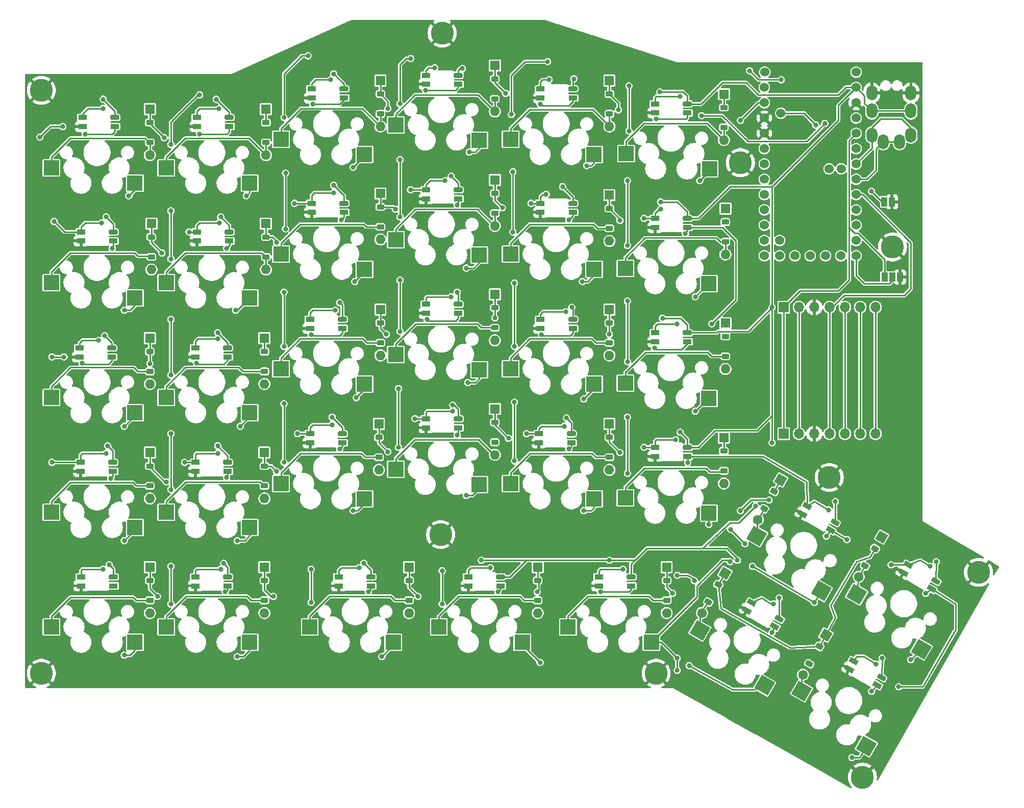
<source format=gbr>
%TF.GenerationSoftware,KiCad,Pcbnew,9.0.0*%
%TF.CreationDate,2025-08-26T18:36:53+02:00*%
%TF.ProjectId,keyboard,6b657962-6f61-4726-942e-6b696361645f,rev?*%
%TF.SameCoordinates,Original*%
%TF.FileFunction,Copper,L1,Top*%
%TF.FilePolarity,Positive*%
%FSLAX46Y46*%
G04 Gerber Fmt 4.6, Leading zero omitted, Abs format (unit mm)*
G04 Created by KiCad (PCBNEW 9.0.0) date 2025-08-26 18:36:53*
%MOMM*%
%LPD*%
G01*
G04 APERTURE LIST*
G04 Aperture macros list*
%AMRoundRect*
0 Rectangle with rounded corners*
0 $1 Rounding radius*
0 $2 $3 $4 $5 $6 $7 $8 $9 X,Y pos of 4 corners*
0 Add a 4 corners polygon primitive as box body*
4,1,4,$2,$3,$4,$5,$6,$7,$8,$9,$2,$3,0*
0 Add four circle primitives for the rounded corners*
1,1,$1+$1,$2,$3*
1,1,$1+$1,$4,$5*
1,1,$1+$1,$6,$7*
1,1,$1+$1,$8,$9*
0 Add four rect primitives between the rounded corners*
20,1,$1+$1,$2,$3,$4,$5,0*
20,1,$1+$1,$4,$5,$6,$7,0*
20,1,$1+$1,$6,$7,$8,$9,0*
20,1,$1+$1,$8,$9,$2,$3,0*%
%AMHorizOval*
0 Thick line with rounded ends*
0 $1 width*
0 $2 $3 position (X,Y) of the first rounded end (center of the circle)*
0 $4 $5 position (X,Y) of the second rounded end (center of the circle)*
0 Add line between two ends*
20,1,$1,$2,$3,$4,$5,0*
0 Add two circle primitives to create the rounded ends*
1,1,$1,$2,$3*
1,1,$1,$4,$5*%
%AMRotRect*
0 Rectangle, with rotation*
0 The origin of the aperture is its center*
0 $1 length*
0 $2 width*
0 $3 Rotation angle, in degrees counterclockwise*
0 Add horizontal line*
21,1,$1,$2,0,0,$3*%
G04 Aperture macros list end*
%TA.AperFunction,ComponentPad*%
%ADD10C,3.800000*%
%TD*%
%TA.AperFunction,SMDPad,CuDef*%
%ADD11R,2.550000X2.500000*%
%TD*%
%TA.AperFunction,ComponentPad*%
%ADD12O,1.800000X2.500000*%
%TD*%
%TA.AperFunction,ComponentPad*%
%ADD13R,1.700000X1.700000*%
%TD*%
%TA.AperFunction,ComponentPad*%
%ADD14O,1.700000X1.700000*%
%TD*%
%TA.AperFunction,ComponentPad*%
%ADD15C,1.524000*%
%TD*%
%TA.AperFunction,SMDPad,CuDef*%
%ADD16R,1.000000X1.500000*%
%TD*%
%TA.AperFunction,ComponentPad*%
%ADD17R,1.600000X1.600000*%
%TD*%
%TA.AperFunction,SMDPad,CuDef*%
%ADD18RoundRect,0.225000X0.375000X-0.225000X0.375000X0.225000X-0.375000X0.225000X-0.375000X-0.225000X0*%
%TD*%
%TA.AperFunction,ComponentPad*%
%ADD19O,1.600000X1.600000*%
%TD*%
%TA.AperFunction,SMDPad,CuDef*%
%ADD20RotRect,2.550000X2.500000X330.000000*%
%TD*%
%TA.AperFunction,ComponentPad*%
%ADD21RotRect,1.600000X1.600000X240.000000*%
%TD*%
%TA.AperFunction,SMDPad,CuDef*%
%ADD22RoundRect,0.225000X0.212260X-0.382356X0.437260X0.007356X-0.212260X0.382356X-0.437260X-0.007356X0*%
%TD*%
%TA.AperFunction,ComponentPad*%
%ADD23HorizOval,1.600000X0.000000X0.000000X0.000000X0.000000X0*%
%TD*%
%TA.AperFunction,SMDPad,CuDef*%
%ADD24RotRect,1.450000X0.820000X150.000000*%
%TD*%
%TA.AperFunction,SMDPad,CuDef*%
%ADD25RoundRect,0.205000X0.552833X-0.082465X-0.347833X0.437535X-0.552833X0.082465X0.347833X-0.437535X0*%
%TD*%
%TA.AperFunction,SMDPad,CuDef*%
%ADD26R,1.450000X0.820000*%
%TD*%
%TA.AperFunction,SMDPad,CuDef*%
%ADD27RoundRect,0.205000X0.520000X0.205000X-0.520000X0.205000X-0.520000X-0.205000X0.520000X-0.205000X0*%
%TD*%
%TA.AperFunction,ViaPad*%
%ADD28C,0.800000*%
%TD*%
%TA.AperFunction,Conductor*%
%ADD29C,0.250000*%
%TD*%
G04 APERTURE END LIST*
D10*
%TO.P,H6,1,1*%
%TO.N,GND*%
X182500000Y-148750000D03*
%TD*%
%TO.P,H4,1,1*%
%TO.N,GND*%
X182500000Y-245500000D03*
%TD*%
D11*
%TO.P,K_3,1,COL*%
%TO.N,col5*%
X293375000Y-161780000D03*
%TO.P,K_3,2,ROW*%
%TO.N,Net-(D_3-A)*%
X279525000Y-159240000D03*
%TD*%
D10*
%TO.P,H8,1,1*%
%TO.N,GND*%
X298500000Y-160750000D03*
%TD*%
%TO.P,H10,1,1*%
%TO.N,GND*%
X313250000Y-213000000D03*
%TD*%
D12*
%TO.P,J1,R1*%
%TO.N,RX*%
X320300000Y-156162500D03*
X326800000Y-156162500D03*
%TO.P,J1,R2*%
%TO.N,LED_POWER*%
X320300000Y-152162500D03*
X326800000Y-152162500D03*
%TO.P,J1,S*%
%TO.N,GND*%
X320300000Y-149162500D03*
X326800000Y-149162500D03*
%TO.P,J1,T*%
%TO.N,TX*%
X322200000Y-157262500D03*
X324900000Y-157262500D03*
%TD*%
D13*
%TO.P,J3,1,Pin_1*%
%TO.N,3V3*%
X305670000Y-205750000D03*
D14*
%TO.P,J3,2,Pin_2*%
%TO.N,LED_POWER*%
X308210000Y-205750000D03*
%TO.P,J3,3,Pin_3*%
%TO.N,GND*%
X310750000Y-205750000D03*
%TO.P,J3,4,Pin_4*%
%TO.N,IO1*%
X313290000Y-205750000D03*
%TO.P,J3,5,Pin_5*%
%TO.N,IO2*%
X315830000Y-205750000D03*
%TO.P,J3,6,Pin_6*%
%TO.N,IO3*%
X318370000Y-205750000D03*
%TO.P,J3,7,Pin_7*%
%TO.N,IO4*%
X320910000Y-205750000D03*
%TD*%
D10*
%TO.P,H5,1,1*%
%TO.N,GND*%
X338000000Y-228750000D03*
%TD*%
%TO.P,H3,1,1*%
%TO.N,GND*%
X248750000Y-222500000D03*
%TD*%
D15*
%TO.P,U1,0,GP0*%
%TO.N,unconnected-(U1-GP0-Pad0)*%
X302460000Y-148275000D03*
%TO.P,U1,1,GP1*%
%TO.N,row0*%
X302460000Y-150815000D03*
%TO.P,U1,2,GP2*%
%TO.N,row1*%
X302460000Y-158435000D03*
%TO.P,U1,3,GP3*%
%TO.N,row2*%
X302460000Y-160975000D03*
%TO.P,U1,3V3,3V3*%
%TO.N,3V3*%
X317700000Y-155895000D03*
%TO.P,U1,4,GP4*%
%TO.N,row3*%
X302460000Y-163515000D03*
%TO.P,U1,5,GP5*%
%TO.N,row4*%
X302460000Y-166055000D03*
%TO.P,U1,5V,5V*%
%TO.N,LED_POWER*%
X317700000Y-148275000D03*
%TO.P,U1,6,GP6*%
%TO.N,row5*%
X302460000Y-168595000D03*
%TO.P,U1,7,GP7*%
%TO.N,col5*%
X302460000Y-171135000D03*
%TO.P,U1,8,GP8*%
%TO.N,col4*%
X302460000Y-173675000D03*
%TO.P,U1,9,GP9*%
%TO.N,col3*%
X302460000Y-176215000D03*
%TO.P,U1,10,GP10*%
%TO.N,unconnected-(U1-GP10-Pad10)*%
X302510000Y-145735000D03*
%TO.P,U1,11,GP11*%
%TO.N,unconnected-(U1-GP11-Pad11)*%
X317700000Y-145735000D03*
%TO.P,U1,12,GP12*%
%TO.N,col2*%
X305000000Y-176215000D03*
%TO.P,U1,13,GP13*%
%TO.N,col1*%
X307540000Y-176215000D03*
%TO.P,U1,14,GP14*%
%TO.N,col0*%
X310080000Y-176215000D03*
%TO.P,U1,15,GP15*%
%TO.N,unconnected-(U1-GP15-Pad15)*%
X312620000Y-176215000D03*
%TO.P,U1,16,GP16*%
%TO.N,unconnected-(U1-GP16-Pad16)*%
X315160000Y-176215000D03*
%TO.P,U1,18,GP18*%
%TO.N,unconnected-(U1-GP18-Pad18)*%
X313220000Y-161775000D03*
%TO.P,U1,20,GP20*%
%TO.N,IO3*%
X317700000Y-171135000D03*
%TO.P,U1,21,GP21*%
%TO.N,SIDE*%
X317700000Y-176215000D03*
%TO.P,U1,22,GP22*%
%TO.N,IO2*%
X317700000Y-168595000D03*
%TO.P,U1,23,GP23*%
%TO.N,IO4*%
X317700000Y-173675000D03*
%TO.P,U1,24,GP24*%
%TO.N,unconnected-(U1-GP24-Pad24)*%
X315210000Y-161775000D03*
%TO.P,U1,25,GP25*%
%TO.N,unconnected-(U1-GP25-Pad25)*%
X305000000Y-173675000D03*
%TO.P,U1,26,GP26*%
%TO.N,IO1*%
X317700000Y-166055000D03*
%TO.P,U1,27,GP26*%
%TO.N,TX*%
X317700000Y-163515000D03*
%TO.P,U1,28,GP28*%
%TO.N,RX*%
X317700000Y-160975000D03*
%TO.P,U1,29,GP29*%
%TO.N,LED*%
X317700000Y-158435000D03*
%TO.P,U1,BOOT,BOOT*%
%TO.N,Net-(JP1-A)*%
X305210000Y-152545000D03*
%TO.P,U1,GND,GND*%
%TO.N,GND*%
X302460000Y-153355000D03*
X302460000Y-155895000D03*
X317700000Y-150815000D03*
%TO.P,U1,RST,RST*%
%TO.N,unconnected-(U1-PadRST)*%
X317700000Y-153355000D03*
%TD*%
D16*
%TO.P,JP1,1,A*%
%TO.N,Net-(JP1-A)*%
X322350000Y-167250000D03*
%TO.P,JP1,2,B*%
%TO.N,GND*%
X323650000Y-167250000D03*
%TD*%
%TO.P,JP4,1,A*%
%TO.N,3V3*%
X322400000Y-179750000D03*
%TO.P,JP4,2,C*%
%TO.N,SIDE*%
X323700000Y-179750000D03*
%TO.P,JP4,3,B*%
%TO.N,GND*%
X325000000Y-179750000D03*
%TD*%
D10*
%TO.P,H2,1,1*%
%TO.N,GND*%
X323750000Y-174750000D03*
%TD*%
%TO.P,H1,1,1*%
%TO.N,GND*%
X249000000Y-139250000D03*
%TD*%
%TO.P,H11,1,1*%
%TO.N,GND*%
X284500000Y-245500000D03*
%TD*%
D13*
%TO.P,J2,1,Pin_1*%
%TO.N,3V3*%
X305670000Y-184750000D03*
D14*
%TO.P,J2,2,Pin_2*%
%TO.N,LED_POWER*%
X308210000Y-184750000D03*
%TO.P,J2,3,Pin_3*%
%TO.N,GND*%
X310750000Y-184750000D03*
%TO.P,J2,4,Pin_4*%
%TO.N,IO1*%
X313290000Y-184750000D03*
%TO.P,J2,5,Pin_5*%
%TO.N,IO2*%
X315830000Y-184750000D03*
%TO.P,J2,6,Pin_6*%
%TO.N,IO3*%
X318370000Y-184750000D03*
%TO.P,J2,7,Pin_7*%
%TO.N,IO4*%
X320910000Y-184750000D03*
%TD*%
D10*
%TO.P,H7,1,1*%
%TO.N,GND*%
X318750000Y-262750000D03*
%TD*%
D11*
%TO.P,K_0,1,COL*%
%TO.N,col3*%
X255165000Y-157017500D03*
%TO.P,K_0,2,ROW*%
%TO.N,Net-(D_0-A)*%
X241315000Y-154477500D03*
%TD*%
D17*
%TO.P,D_0,1,K*%
%TO.N,row0*%
X257750000Y-144630000D03*
D18*
X257750000Y-146850000D03*
%TO.P,D_0,2,A*%
%TO.N,Net-(D_0-A)*%
X257750000Y-150150000D03*
D19*
X257750000Y-152250000D03*
%TD*%
D11*
%TO.P,K_1,1,COL*%
%TO.N,col2*%
X236115000Y-159398750D03*
%TO.P,K_1,2,ROW*%
%TO.N,Net-(D_1-A)*%
X222265000Y-156858750D03*
%TD*%
D17*
%TO.P,D_1,1,K*%
%TO.N,row0*%
X238750000Y-147130000D03*
D18*
X238750000Y-149350000D03*
%TO.P,D_1,2,A*%
%TO.N,Net-(D_1-A)*%
X238750000Y-152650000D03*
D19*
X238750000Y-154750000D03*
%TD*%
D11*
%TO.P,K_2,1,COL*%
%TO.N,col4*%
X274215000Y-159398750D03*
%TO.P,K_2,2,ROW*%
%TO.N,Net-(D_2-A)*%
X260365000Y-156858750D03*
%TD*%
D17*
%TO.P,D_2,1,K*%
%TO.N,row0*%
X276750000Y-147130000D03*
D18*
X276750000Y-149350000D03*
%TO.P,D_2,2,A*%
%TO.N,Net-(D_2-A)*%
X276750000Y-152650000D03*
D19*
X276750000Y-154750000D03*
%TD*%
D17*
%TO.P,D_3,1,K*%
%TO.N,row0*%
X295750000Y-149380000D03*
D18*
X295750000Y-151600000D03*
%TO.P,D_3,2,A*%
%TO.N,Net-(D_3-A)*%
X295750000Y-154900000D03*
D19*
X295750000Y-157000000D03*
%TD*%
D11*
%TO.P,K_4,1,COL*%
%TO.N,col0*%
X198015000Y-164161250D03*
%TO.P,K_4,2,ROW*%
%TO.N,Net-(D_4-A)*%
X184165000Y-161621250D03*
%TD*%
D17*
%TO.P,D_4,1,K*%
%TO.N,row0*%
X200500000Y-151880000D03*
D18*
X200500000Y-154100000D03*
%TO.P,D_4,2,A*%
%TO.N,Net-(D_4-A)*%
X200500000Y-157400000D03*
D19*
X200500000Y-159500000D03*
%TD*%
D11*
%TO.P,K_5,1,COL*%
%TO.N,col1*%
X217065000Y-164161250D03*
%TO.P,K_5,2,ROW*%
%TO.N,Net-(D_5-A)*%
X203215000Y-161621250D03*
%TD*%
D17*
%TO.P,D_5,1,K*%
%TO.N,row0*%
X219750000Y-151880000D03*
D18*
X219750000Y-154100000D03*
%TO.P,D_5,2,A*%
%TO.N,Net-(D_5-A)*%
X219750000Y-157400000D03*
D19*
X219750000Y-159500000D03*
%TD*%
D11*
%TO.P,K_6,1,COL*%
%TO.N,col3*%
X255165000Y-176067500D03*
%TO.P,K_6,2,ROW*%
%TO.N,Net-(D_6-A)*%
X241315000Y-173527500D03*
%TD*%
D17*
%TO.P,D_6,1,K*%
%TO.N,row1*%
X257750000Y-163630000D03*
D18*
X257750000Y-165850000D03*
%TO.P,D_6,2,A*%
%TO.N,Net-(D_6-A)*%
X257750000Y-169150000D03*
D19*
X257750000Y-171250000D03*
%TD*%
D11*
%TO.P,K_7,1,COL*%
%TO.N,col2*%
X236115000Y-178448750D03*
%TO.P,K_7,2,ROW*%
%TO.N,Net-(D_7-A)*%
X222265000Y-175908750D03*
%TD*%
D17*
%TO.P,D_7,1,K*%
%TO.N,row1*%
X238750000Y-165880000D03*
D18*
X238750000Y-168100000D03*
%TO.P,D_7,2,A*%
%TO.N,Net-(D_7-A)*%
X238750000Y-171400000D03*
D19*
X238750000Y-173500000D03*
%TD*%
D11*
%TO.P,K_8,1,COL*%
%TO.N,col4*%
X274215000Y-178448750D03*
%TO.P,K_8,2,ROW*%
%TO.N,Net-(D_8-A)*%
X260365000Y-175908750D03*
%TD*%
D17*
%TO.P,D_8,1,K*%
%TO.N,row1*%
X276750000Y-166130000D03*
D18*
X276750000Y-168350000D03*
%TO.P,D_8,2,A*%
%TO.N,Net-(D_8-A)*%
X276750000Y-171650000D03*
D19*
X276750000Y-173750000D03*
%TD*%
D11*
%TO.P,K_9,1,COL*%
%TO.N,col5*%
X293265000Y-180830000D03*
%TO.P,K_9,2,ROW*%
%TO.N,Net-(D_9-A)*%
X279415000Y-178290000D03*
%TD*%
D17*
%TO.P,D_9,1,K*%
%TO.N,row1*%
X296000000Y-168380000D03*
D18*
X296000000Y-170600000D03*
%TO.P,D_9,2,A*%
%TO.N,Net-(D_9-A)*%
X296000000Y-173900000D03*
D19*
X296000000Y-176000000D03*
%TD*%
D11*
%TO.P,K_10,1,COL*%
%TO.N,col0*%
X198015000Y-183211250D03*
%TO.P,K_10,2,ROW*%
%TO.N,Net-(D_10-A)*%
X184165000Y-180671250D03*
%TD*%
D17*
%TO.P,D_10,1,K*%
%TO.N,row1*%
X200750000Y-170880000D03*
D18*
X200750000Y-173100000D03*
%TO.P,D_10,2,A*%
%TO.N,Net-(D_10-A)*%
X200750000Y-176400000D03*
D19*
X200750000Y-178500000D03*
%TD*%
D11*
%TO.P,K_11,1,COL*%
%TO.N,col1*%
X217065000Y-183211250D03*
%TO.P,K_11,2,ROW*%
%TO.N,Net-(D_11-A)*%
X203215000Y-180671250D03*
%TD*%
D17*
%TO.P,D_11,1,K*%
%TO.N,row1*%
X219750000Y-170880000D03*
D18*
X219750000Y-173100000D03*
%TO.P,D_11,2,A*%
%TO.N,Net-(D_11-A)*%
X219750000Y-176400000D03*
D19*
X219750000Y-178500000D03*
%TD*%
D11*
%TO.P,K_12,1,COL*%
%TO.N,col3*%
X255165000Y-195117500D03*
%TO.P,K_12,2,ROW*%
%TO.N,Net-(D_12-A)*%
X241315000Y-192577500D03*
%TD*%
D17*
%TO.P,D_12,1,K*%
%TO.N,row2*%
X257750000Y-182630000D03*
D18*
X257750000Y-184850000D03*
%TO.P,D_12,2,A*%
%TO.N,Net-(D_12-A)*%
X257750000Y-188150000D03*
D19*
X257750000Y-190250000D03*
%TD*%
D11*
%TO.P,K_13,1,COL*%
%TO.N,col2*%
X236115000Y-197498750D03*
%TO.P,K_13,2,ROW*%
%TO.N,Net-(D_13-A)*%
X222265000Y-194958750D03*
%TD*%
D17*
%TO.P,D_13,1,K*%
%TO.N,row2*%
X238750000Y-185130000D03*
D18*
X238750000Y-187350000D03*
%TO.P,D_13,2,A*%
%TO.N,Net-(D_13-A)*%
X238750000Y-190650000D03*
D19*
X238750000Y-192750000D03*
%TD*%
D11*
%TO.P,K_14,1,COL*%
%TO.N,col4*%
X274215000Y-197498750D03*
%TO.P,K_14,2,ROW*%
%TO.N,Net-(D_14-A)*%
X260365000Y-194958750D03*
%TD*%
D17*
%TO.P,D_14,1,K*%
%TO.N,row2*%
X276750000Y-185130000D03*
D18*
X276750000Y-187350000D03*
%TO.P,D_14,2,A*%
%TO.N,Net-(D_14-A)*%
X276750000Y-190650000D03*
D19*
X276750000Y-192750000D03*
%TD*%
D11*
%TO.P,K_15,1,COL*%
%TO.N,col5*%
X293265000Y-199880000D03*
%TO.P,K_15,2,ROW*%
%TO.N,Net-(D_15-A)*%
X279415000Y-197340000D03*
%TD*%
D17*
%TO.P,D_15,1,K*%
%TO.N,row2*%
X296000000Y-187380000D03*
D18*
X296000000Y-189600000D03*
%TO.P,D_15,2,A*%
%TO.N,Net-(D_15-A)*%
X296000000Y-192900000D03*
D19*
X296000000Y-195000000D03*
%TD*%
D11*
%TO.P,K_16,1,COL*%
%TO.N,col0*%
X198015000Y-202261250D03*
%TO.P,K_16,2,ROW*%
%TO.N,Net-(D_16-A)*%
X184165000Y-199721250D03*
%TD*%
D17*
%TO.P,D_16,1,K*%
%TO.N,row2*%
X200500000Y-189880000D03*
D18*
X200500000Y-192100000D03*
%TO.P,D_16,2,A*%
%TO.N,Net-(D_16-A)*%
X200500000Y-195400000D03*
D19*
X200500000Y-197500000D03*
%TD*%
D11*
%TO.P,K_17,1,COL*%
%TO.N,col1*%
X217065000Y-202261250D03*
%TO.P,K_17,2,ROW*%
%TO.N,Net-(D_17-A)*%
X203215000Y-199721250D03*
%TD*%
D17*
%TO.P,D_17,1,K*%
%TO.N,row2*%
X219500000Y-189880000D03*
D18*
X219500000Y-192100000D03*
%TO.P,D_17,2,A*%
%TO.N,Net-(D_17-A)*%
X219500000Y-195400000D03*
D19*
X219500000Y-197500000D03*
%TD*%
D11*
%TO.P,K_18,1,COL*%
%TO.N,col3*%
X255165000Y-214167500D03*
%TO.P,K_18,2,ROW*%
%TO.N,Net-(D_18-A)*%
X241315000Y-211627500D03*
%TD*%
D17*
%TO.P,D_18,1,K*%
%TO.N,row3*%
X257750000Y-201630000D03*
D18*
X257750000Y-203850000D03*
%TO.P,D_18,2,A*%
%TO.N,Net-(D_18-A)*%
X257750000Y-207150000D03*
D19*
X257750000Y-209250000D03*
%TD*%
D11*
%TO.P,K_19,1,COL*%
%TO.N,col2*%
X236115000Y-216548750D03*
%TO.P,K_19,2,ROW*%
%TO.N,Net-(D_19-A)*%
X222265000Y-214008750D03*
%TD*%
D17*
%TO.P,D_19,1,K*%
%TO.N,row3*%
X238500000Y-204130000D03*
D18*
X238500000Y-206350000D03*
%TO.P,D_19,2,A*%
%TO.N,Net-(D_19-A)*%
X238500000Y-209650000D03*
D19*
X238500000Y-211750000D03*
%TD*%
D11*
%TO.P,K_20,1,COL*%
%TO.N,col4*%
X274215000Y-216548750D03*
%TO.P,K_20,2,ROW*%
%TO.N,Net-(D_20-A)*%
X260365000Y-214008750D03*
%TD*%
D17*
%TO.P,D_20,1,K*%
%TO.N,row3*%
X276750000Y-204130000D03*
D18*
X276750000Y-206350000D03*
%TO.P,D_20,2,A*%
%TO.N,Net-(D_20-A)*%
X276750000Y-209650000D03*
D19*
X276750000Y-211750000D03*
%TD*%
D11*
%TO.P,K_21,1,COL*%
%TO.N,col5*%
X293265000Y-218930000D03*
%TO.P,K_21,2,ROW*%
%TO.N,Net-(D_21-A)*%
X279415000Y-216390000D03*
%TD*%
D17*
%TO.P,D_21,1,K*%
%TO.N,row3*%
X295750000Y-206380000D03*
D18*
X295750000Y-208600000D03*
%TO.P,D_21,2,A*%
%TO.N,Net-(D_21-A)*%
X295750000Y-211900000D03*
D19*
X295750000Y-214000000D03*
%TD*%
D11*
%TO.P,K_22,1,COL*%
%TO.N,col0*%
X198015000Y-221311250D03*
%TO.P,K_22,2,ROW*%
%TO.N,Net-(D_22-A)*%
X184165000Y-218771250D03*
%TD*%
D17*
%TO.P,D_22,1,K*%
%TO.N,row3*%
X200500000Y-208880000D03*
D18*
X200500000Y-211100000D03*
%TO.P,D_22,2,A*%
%TO.N,Net-(D_22-A)*%
X200500000Y-214400000D03*
D19*
X200500000Y-216500000D03*
%TD*%
D11*
%TO.P,K_23,1,COL*%
%TO.N,col1*%
X217065000Y-221311250D03*
%TO.P,K_23,2,ROW*%
%TO.N,Net-(D_23-A)*%
X203215000Y-218771250D03*
%TD*%
D17*
%TO.P,D_23,1,K*%
%TO.N,row3*%
X219500000Y-208880000D03*
D18*
X219500000Y-211100000D03*
%TO.P,D_23,2,A*%
%TO.N,Net-(D_23-A)*%
X219500000Y-214400000D03*
D19*
X219500000Y-216500000D03*
%TD*%
D11*
%TO.P,K_24,1,COL*%
%TO.N,col0*%
X198015000Y-240361250D03*
%TO.P,K_24,2,ROW*%
%TO.N,Net-(D_24-A)*%
X184165000Y-237821250D03*
%TD*%
D17*
%TO.P,D_24,1,K*%
%TO.N,row4*%
X200500000Y-227880000D03*
D18*
X200500000Y-230100000D03*
%TO.P,D_24,2,A*%
%TO.N,Net-(D_24-A)*%
X200500000Y-233400000D03*
D19*
X200500000Y-235500000D03*
%TD*%
D11*
%TO.P,K_25,1,COL*%
%TO.N,col1*%
X217065000Y-240361250D03*
%TO.P,K_25,2,ROW*%
%TO.N,Net-(D_25-A)*%
X203215000Y-237821250D03*
%TD*%
D17*
%TO.P,D_25,1,K*%
%TO.N,row4*%
X219500000Y-227880000D03*
D18*
X219500000Y-230100000D03*
%TO.P,D_25,2,A*%
%TO.N,Net-(D_25-A)*%
X219500000Y-233400000D03*
D19*
X219500000Y-235500000D03*
%TD*%
D11*
%TO.P,K_26,1,COL*%
%TO.N,col2*%
X240877500Y-240361250D03*
%TO.P,K_26,2,ROW*%
%TO.N,Net-(D_26-A)*%
X227027500Y-237821250D03*
%TD*%
D17*
%TO.P,D_26,1,K*%
%TO.N,row4*%
X243500000Y-227880000D03*
D18*
X243500000Y-230100000D03*
%TO.P,D_26,2,A*%
%TO.N,Net-(D_26-A)*%
X243500000Y-233400000D03*
D19*
X243500000Y-235500000D03*
%TD*%
D11*
%TO.P,K_27,1,COL*%
%TO.N,col3*%
X262290000Y-240361250D03*
%TO.P,K_27,2,ROW*%
%TO.N,Net-(D_27-A)*%
X248440000Y-237821250D03*
%TD*%
D17*
%TO.P,D_27,1,K*%
%TO.N,row4*%
X264862500Y-227880000D03*
D18*
X264862500Y-230100000D03*
%TO.P,D_27,2,A*%
%TO.N,Net-(D_27-A)*%
X264862500Y-233400000D03*
D19*
X264862500Y-235500000D03*
%TD*%
D11*
%TO.P,K_28,1,COL*%
%TO.N,col4*%
X283740000Y-240361250D03*
%TO.P,K_28,2,ROW*%
%TO.N,Net-(D_28-A)*%
X269890000Y-237821250D03*
%TD*%
D17*
%TO.P,D_28,1,K*%
%TO.N,row4*%
X286250000Y-227880000D03*
D18*
X286250000Y-230100000D03*
%TO.P,D_28,2,A*%
%TO.N,Net-(D_28-A)*%
X286250000Y-233400000D03*
D19*
X286250000Y-235500000D03*
%TD*%
D20*
%TO.P,K_29,1,COL*%
%TO.N,col5*%
X311907300Y-231826808D03*
%TO.P,K_29,2,ROW*%
%TO.N,Net-(D_29-A)*%
X301182848Y-222702104D03*
%TD*%
D21*
%TO.P,D_29,1,K*%
%TO.N,row4*%
X305185000Y-213398482D03*
D22*
X304075000Y-215321058D03*
%TO.P,D_29,2,A*%
%TO.N,Net-(D_29-A)*%
X302425000Y-218178942D03*
D23*
X301375000Y-219997595D03*
%TD*%
D20*
%TO.P,K_30,1,COL*%
%TO.N,col5*%
X328507891Y-241504409D03*
%TO.P,K_30,2,ROW*%
%TO.N,Net-(D_30-A)*%
X317783439Y-232379705D03*
%TD*%
D21*
%TO.P,D_30,1,K*%
%TO.N,row5*%
X321935000Y-222898482D03*
D22*
X320825000Y-224821058D03*
%TO.P,D_30,2,A*%
%TO.N,Net-(D_30-A)*%
X319175000Y-227678942D03*
D23*
X318125000Y-229497595D03*
%TD*%
D20*
%TO.P,K_31,1,COL*%
%TO.N,col3*%
X302507891Y-247504409D03*
%TO.P,K_31,2,ROW*%
%TO.N,Net-(D_31-A)*%
X291783439Y-238379705D03*
%TD*%
D21*
%TO.P,D_31,1,K*%
%TO.N,row5*%
X295935000Y-228898482D03*
D22*
X294825000Y-230821058D03*
%TO.P,D_31,2,A*%
%TO.N,Net-(D_31-A)*%
X293175000Y-233678942D03*
D23*
X292125000Y-235497595D03*
%TD*%
D20*
%TO.P,K_32,1,COL*%
%TO.N,col4*%
X319393584Y-257584409D03*
%TO.P,K_32,2,ROW*%
%TO.N,Net-(D_32-A)*%
X308669132Y-248459705D03*
%TD*%
D21*
%TO.P,D_32,1,K*%
%TO.N,row5*%
X312685000Y-239148482D03*
D22*
X311575000Y-241071058D03*
%TO.P,D_32,2,A*%
%TO.N,Net-(D_32-A)*%
X309925000Y-243928942D03*
D23*
X308875000Y-245747595D03*
%TD*%
D24*
%TO.P,D25,1,DOUT*%
%TO.N,Net-(D25-DOUT)*%
X313441618Y-221737019D03*
%TO.P,D25,2,VSS*%
%TO.N,GND*%
X308808382Y-219062019D03*
%TO.P,D25,3,DIN*%
%TO.N,Net-(D24-DOUT)*%
X309558382Y-217762981D03*
D25*
%TO.P,D25,4,VDD*%
%TO.N,LED_POWER*%
X314191618Y-220437981D03*
%TD*%
D26*
%TO.P,D2,1,DOUT*%
%TO.N,Net-(D2-DOUT)*%
X270675000Y-150000000D03*
%TO.P,D2,2,VSS*%
%TO.N,GND*%
X265325000Y-150000000D03*
%TO.P,D2,3,DIN*%
%TO.N,Net-(D1-DOUT)*%
X265325000Y-148500000D03*
D27*
%TO.P,D2,4,VDD*%
%TO.N,LED_POWER*%
X270675000Y-148500000D03*
%TD*%
D24*
%TO.P,D27,1,DOUT*%
%TO.N,Net-(D27-DOUT)*%
X321191618Y-247487019D03*
%TO.P,D27,2,VSS*%
%TO.N,GND*%
X316558382Y-244812019D03*
%TO.P,D27,3,DIN*%
%TO.N,Net-(D26-DOUT)*%
X317308382Y-243512981D03*
D25*
%TO.P,D27,4,VDD*%
%TO.N,LED_POWER*%
X321941618Y-246187981D03*
%TD*%
D26*
%TO.P,D33,1,DOUT*%
%TO.N,unconnected-(D33-DOUT-Pad1)*%
X194425000Y-231000000D03*
%TO.P,D33,2,VSS*%
%TO.N,GND*%
X189075000Y-231000000D03*
%TO.P,D33,3,DIN*%
%TO.N,Net-(D32-DOUT)*%
X189075000Y-229500000D03*
D27*
%TO.P,D33,4,VDD*%
%TO.N,LED_POWER*%
X194425000Y-229500000D03*
%TD*%
D24*
%TO.P,D28,1,DOUT*%
%TO.N,Net-(D28-DOUT)*%
X304191618Y-237737019D03*
%TO.P,D28,2,VSS*%
%TO.N,GND*%
X299558382Y-235062019D03*
%TO.P,D28,3,DIN*%
%TO.N,Net-(D27-DOUT)*%
X300308382Y-233762981D03*
D25*
%TO.P,D28,4,VDD*%
%TO.N,LED_POWER*%
X304941618Y-236437981D03*
%TD*%
D26*
%TO.P,D32,1,DOUT*%
%TO.N,Net-(D32-DOUT)*%
X213425000Y-231000000D03*
%TO.P,D32,2,VSS*%
%TO.N,GND*%
X208075000Y-231000000D03*
%TO.P,D32,3,DIN*%
%TO.N,Net-(D31-DOUT)*%
X208075000Y-229500000D03*
D27*
%TO.P,D32,4,VDD*%
%TO.N,LED_POWER*%
X213425000Y-229500000D03*
%TD*%
D26*
%TO.P,D31,1,DOUT*%
%TO.N,Net-(D31-DOUT)*%
X237175000Y-231000000D03*
%TO.P,D31,2,VSS*%
%TO.N,GND*%
X231825000Y-231000000D03*
%TO.P,D31,3,DIN*%
%TO.N,Net-(D30-DOUT)*%
X231825000Y-229500000D03*
D27*
%TO.P,D31,4,VDD*%
%TO.N,LED_POWER*%
X237175000Y-229500000D03*
%TD*%
D26*
%TO.P,D3,1,DOUT*%
%TO.N,Net-(D3-DOUT)*%
X251675000Y-147750000D03*
%TO.P,D3,2,VSS*%
%TO.N,GND*%
X246325000Y-147750000D03*
%TO.P,D3,3,DIN*%
%TO.N,Net-(D2-DOUT)*%
X246325000Y-146250000D03*
D27*
%TO.P,D3,4,VDD*%
%TO.N,LED_POWER*%
X251675000Y-146250000D03*
%TD*%
D26*
%TO.P,D12,1,DOUT*%
%TO.N,Net-(D12-DOUT)*%
X289675000Y-171500000D03*
%TO.P,D12,2,VSS*%
%TO.N,GND*%
X284325000Y-171500000D03*
%TO.P,D12,3,DIN*%
%TO.N,Net-(D11-DOUT)*%
X284325000Y-170000000D03*
D27*
%TO.P,D12,4,VDD*%
%TO.N,LED_POWER*%
X289675000Y-170000000D03*
%TD*%
D26*
%TO.P,D15,1,DOUT*%
%TO.N,Net-(D15-DOUT)*%
X251675000Y-185750000D03*
%TO.P,D15,2,VSS*%
%TO.N,GND*%
X246325000Y-185750000D03*
%TO.P,D15,3,DIN*%
%TO.N,Net-(D14-DOUT)*%
X246325000Y-184250000D03*
D27*
%TO.P,D15,4,VDD*%
%TO.N,LED_POWER*%
X251675000Y-184250000D03*
%TD*%
D26*
%TO.P,D1,1,DOUT*%
%TO.N,Net-(D1-DOUT)*%
X289675000Y-152500000D03*
%TO.P,D1,2,VSS*%
%TO.N,GND*%
X284325000Y-152500000D03*
%TO.P,D1,3,DIN*%
%TO.N,LED*%
X284325000Y-151000000D03*
D27*
%TO.P,D1,4,VDD*%
%TO.N,LED_POWER*%
X289675000Y-151000000D03*
%TD*%
D26*
%TO.P,D16,1,DOUT*%
%TO.N,Net-(D16-DOUT)*%
X232425000Y-188250000D03*
%TO.P,D16,2,VSS*%
%TO.N,GND*%
X227075000Y-188250000D03*
%TO.P,D16,3,DIN*%
%TO.N,Net-(D15-DOUT)*%
X227075000Y-186750000D03*
D27*
%TO.P,D16,4,VDD*%
%TO.N,LED_POWER*%
X232425000Y-186750000D03*
%TD*%
D26*
%TO.P,D18,1,DOUT*%
%TO.N,Net-(D18-DOUT)*%
X194175000Y-193000000D03*
%TO.P,D18,2,VSS*%
%TO.N,GND*%
X188825000Y-193000000D03*
%TO.P,D18,3,DIN*%
%TO.N,Net-(D17-DOUT)*%
X188825000Y-191500000D03*
D27*
%TO.P,D18,4,VDD*%
%TO.N,LED_POWER*%
X194175000Y-191500000D03*
%TD*%
D26*
%TO.P,D29,1,DOUT*%
%TO.N,Net-(D29-DOUT)*%
X280350000Y-231000000D03*
%TO.P,D29,2,VSS*%
%TO.N,GND*%
X275000000Y-231000000D03*
%TO.P,D29,3,DIN*%
%TO.N,Net-(D28-DOUT)*%
X275000000Y-229500000D03*
D27*
%TO.P,D29,4,VDD*%
%TO.N,LED_POWER*%
X280350000Y-229500000D03*
%TD*%
D26*
%TO.P,D13,1,DOUT*%
%TO.N,Net-(D13-DOUT)*%
X289675000Y-190500000D03*
%TO.P,D13,2,VSS*%
%TO.N,GND*%
X284325000Y-190500000D03*
%TO.P,D13,3,DIN*%
%TO.N,Net-(D12-DOUT)*%
X284325000Y-189000000D03*
D27*
%TO.P,D13,4,VDD*%
%TO.N,LED_POWER*%
X289675000Y-189000000D03*
%TD*%
D26*
%TO.P,D6,1,DOUT*%
%TO.N,Net-(D6-DOUT)*%
X194675000Y-154750000D03*
%TO.P,D6,2,VSS*%
%TO.N,GND*%
X189325000Y-154750000D03*
%TO.P,D6,3,DIN*%
%TO.N,Net-(D5-DOUT)*%
X189325000Y-153250000D03*
D27*
%TO.P,D6,4,VDD*%
%TO.N,LED_POWER*%
X194675000Y-153250000D03*
%TD*%
D26*
%TO.P,D21,1,DOUT*%
%TO.N,Net-(D21-DOUT)*%
X232425000Y-207250000D03*
%TO.P,D21,2,VSS*%
%TO.N,GND*%
X227075000Y-207250000D03*
%TO.P,D21,3,DIN*%
%TO.N,Net-(D20-DOUT)*%
X227075000Y-205750000D03*
D27*
%TO.P,D21,4,VDD*%
%TO.N,LED_POWER*%
X232425000Y-205750000D03*
%TD*%
D26*
%TO.P,D4,1,DOUT*%
%TO.N,Net-(D4-DOUT)*%
X232675000Y-150000000D03*
%TO.P,D4,2,VSS*%
%TO.N,GND*%
X227325000Y-150000000D03*
%TO.P,D4,3,DIN*%
%TO.N,Net-(D3-DOUT)*%
X227325000Y-148500000D03*
D27*
%TO.P,D4,4,VDD*%
%TO.N,LED_POWER*%
X232675000Y-148500000D03*
%TD*%
D24*
%TO.P,D26,1,DOUT*%
%TO.N,Net-(D26-DOUT)*%
X330191618Y-231487019D03*
%TO.P,D26,2,VSS*%
%TO.N,GND*%
X325558382Y-228812019D03*
%TO.P,D26,3,DIN*%
%TO.N,Net-(D25-DOUT)*%
X326308382Y-227512981D03*
D25*
%TO.P,D26,4,VDD*%
%TO.N,LED_POWER*%
X330941618Y-230187981D03*
%TD*%
D26*
%TO.P,D20,1,DOUT*%
%TO.N,Net-(D20-DOUT)*%
X213425000Y-212000000D03*
%TO.P,D20,2,VSS*%
%TO.N,GND*%
X208075000Y-212000000D03*
%TO.P,D20,3,DIN*%
%TO.N,Net-(D19-DOUT)*%
X208075000Y-210500000D03*
D27*
%TO.P,D20,4,VDD*%
%TO.N,LED_POWER*%
X213425000Y-210500000D03*
%TD*%
D26*
%TO.P,D17,1,DOUT*%
%TO.N,Net-(D17-DOUT)*%
X213425000Y-193000000D03*
%TO.P,D17,2,VSS*%
%TO.N,GND*%
X208075000Y-193000000D03*
%TO.P,D17,3,DIN*%
%TO.N,Net-(D16-DOUT)*%
X208075000Y-191500000D03*
D27*
%TO.P,D17,4,VDD*%
%TO.N,LED_POWER*%
X213425000Y-191500000D03*
%TD*%
D26*
%TO.P,D5,1,DOUT*%
%TO.N,Net-(D5-DOUT)*%
X213675000Y-154750000D03*
%TO.P,D5,2,VSS*%
%TO.N,GND*%
X208325000Y-154750000D03*
%TO.P,D5,3,DIN*%
%TO.N,Net-(D4-DOUT)*%
X208325000Y-153250000D03*
D27*
%TO.P,D5,4,VDD*%
%TO.N,LED_POWER*%
X213675000Y-153250000D03*
%TD*%
D26*
%TO.P,D11,1,DOUT*%
%TO.N,Net-(D11-DOUT)*%
X270675000Y-169000000D03*
%TO.P,D11,2,VSS*%
%TO.N,GND*%
X265325000Y-169000000D03*
%TO.P,D11,3,DIN*%
%TO.N,Net-(D10-DOUT)*%
X265325000Y-167500000D03*
D27*
%TO.P,D11,4,VDD*%
%TO.N,LED_POWER*%
X270675000Y-167500000D03*
%TD*%
D26*
%TO.P,D30,1,DOUT*%
%TO.N,Net-(D30-DOUT)*%
X258675000Y-231000000D03*
%TO.P,D30,2,VSS*%
%TO.N,GND*%
X253325000Y-231000000D03*
%TO.P,D30,3,DIN*%
%TO.N,Net-(D29-DOUT)*%
X253325000Y-229500000D03*
D27*
%TO.P,D30,4,VDD*%
%TO.N,LED_POWER*%
X258675000Y-229500000D03*
%TD*%
D26*
%TO.P,D8,1,DOUT*%
%TO.N,Net-(D8-DOUT)*%
X213675000Y-173750000D03*
%TO.P,D8,2,VSS*%
%TO.N,GND*%
X208325000Y-173750000D03*
%TO.P,D8,3,DIN*%
%TO.N,Net-(D7-DOUT)*%
X208325000Y-172250000D03*
D27*
%TO.P,D8,4,VDD*%
%TO.N,LED_POWER*%
X213675000Y-172250000D03*
%TD*%
D26*
%TO.P,D7,1,DOUT*%
%TO.N,Net-(D7-DOUT)*%
X194425000Y-173750000D03*
%TO.P,D7,2,VSS*%
%TO.N,GND*%
X189075000Y-173750000D03*
%TO.P,D7,3,DIN*%
%TO.N,Net-(D6-DOUT)*%
X189075000Y-172250000D03*
D27*
%TO.P,D7,4,VDD*%
%TO.N,LED_POWER*%
X194425000Y-172250000D03*
%TD*%
D26*
%TO.P,D10,1,DOUT*%
%TO.N,Net-(D10-DOUT)*%
X251675000Y-166750000D03*
%TO.P,D10,2,VSS*%
%TO.N,GND*%
X246325000Y-166750000D03*
%TO.P,D10,3,DIN*%
%TO.N,Net-(D10-DIN)*%
X246325000Y-165250000D03*
D27*
%TO.P,D10,4,VDD*%
%TO.N,LED_POWER*%
X251675000Y-165250000D03*
%TD*%
D26*
%TO.P,D22,1,DOUT*%
%TO.N,Net-(D22-DOUT)*%
X251675000Y-204750000D03*
%TO.P,D22,2,VSS*%
%TO.N,GND*%
X246325000Y-204750000D03*
%TO.P,D22,3,DIN*%
%TO.N,Net-(D21-DOUT)*%
X246325000Y-203250000D03*
D27*
%TO.P,D22,4,VDD*%
%TO.N,LED_POWER*%
X251675000Y-203250000D03*
%TD*%
D26*
%TO.P,D14,1,DOUT*%
%TO.N,Net-(D14-DOUT)*%
X270675000Y-188250000D03*
%TO.P,D14,2,VSS*%
%TO.N,GND*%
X265325000Y-188250000D03*
%TO.P,D14,3,DIN*%
%TO.N,Net-(D13-DOUT)*%
X265325000Y-186750000D03*
D27*
%TO.P,D14,4,VDD*%
%TO.N,LED_POWER*%
X270675000Y-186750000D03*
%TD*%
D26*
%TO.P,D9,1,DOUT*%
%TO.N,Net-(D10-DIN)*%
X232675000Y-169000000D03*
%TO.P,D9,2,VSS*%
%TO.N,GND*%
X227325000Y-169000000D03*
%TO.P,D9,3,DIN*%
%TO.N,Net-(D8-DOUT)*%
X227325000Y-167500000D03*
D27*
%TO.P,D9,4,VDD*%
%TO.N,LED_POWER*%
X232675000Y-167500000D03*
%TD*%
D26*
%TO.P,D24,1,DOUT*%
%TO.N,Net-(D24-DOUT)*%
X289675000Y-209500000D03*
%TO.P,D24,2,VSS*%
%TO.N,GND*%
X284325000Y-209500000D03*
%TO.P,D24,3,DIN*%
%TO.N,Net-(D23-DOUT)*%
X284325000Y-208000000D03*
D27*
%TO.P,D24,4,VDD*%
%TO.N,LED_POWER*%
X289675000Y-208000000D03*
%TD*%
D26*
%TO.P,D19,1,DOUT*%
%TO.N,Net-(D19-DOUT)*%
X194350000Y-212000000D03*
%TO.P,D19,2,VSS*%
%TO.N,GND*%
X189000000Y-212000000D03*
%TO.P,D19,3,DIN*%
%TO.N,Net-(D18-DOUT)*%
X189000000Y-210500000D03*
D27*
%TO.P,D19,4,VDD*%
%TO.N,LED_POWER*%
X194350000Y-210500000D03*
%TD*%
D26*
%TO.P,D23,1,DOUT*%
%TO.N,Net-(D23-DOUT)*%
X270425000Y-207250000D03*
%TO.P,D23,2,VSS*%
%TO.N,GND*%
X265075000Y-207250000D03*
%TO.P,D23,3,DIN*%
%TO.N,Net-(D22-DOUT)*%
X265075000Y-205750000D03*
D27*
%TO.P,D23,4,VDD*%
%TO.N,LED_POWER*%
X270425000Y-205750000D03*
%TD*%
D28*
%TO.N,GND*%
X181250000Y-233250000D03*
X181250000Y-209750000D03*
X181250000Y-221333333D03*
X181000000Y-161564007D03*
X181250000Y-173666667D03*
X181250000Y-189250000D03*
%TO.N,Net-(D_0-A)*%
X257750000Y-150150000D03*
%TO.N,Net-(D_1-A)*%
X238750000Y-152650000D03*
%TO.N,col0*%
X196250000Y-185250000D03*
X197000000Y-166250000D03*
X196250000Y-223500000D03*
X196250000Y-204500000D03*
X196250000Y-242500000D03*
%TO.N,col1*%
X215000000Y-223500000D03*
X204000000Y-196000000D03*
X204000000Y-186750000D03*
X204000000Y-168750000D03*
X204000000Y-234000000D03*
X208750000Y-149500000D03*
X215500000Y-204500000D03*
X305250000Y-147000000D03*
X204000000Y-227750000D03*
X300000000Y-145500000D03*
X204000000Y-176750000D03*
X216500000Y-166250000D03*
X214750000Y-185250000D03*
X204000000Y-215000000D03*
X204000000Y-157750000D03*
X215000000Y-242750000D03*
X204000000Y-205750000D03*
%TO.N,col2*%
X234500000Y-180500000D03*
X239000000Y-242750000D03*
X226750000Y-143024000D03*
X222762653Y-153262653D03*
X222750000Y-182250000D03*
X223000000Y-171750000D03*
X234750000Y-199750000D03*
X234250000Y-161500000D03*
X222750000Y-210500000D03*
X222750000Y-191250000D03*
X227250000Y-228250000D03*
X223000000Y-162500000D03*
X234250000Y-218500000D03*
X227250000Y-233750000D03*
X222750000Y-200750000D03*
%TO.N,col3*%
X241750000Y-208000000D03*
X249000000Y-228500000D03*
X253000000Y-178250000D03*
X242000000Y-188750000D03*
X241986048Y-150986048D03*
X243775000Y-143475000D03*
X265250000Y-243725000D03*
X290000000Y-244250000D03*
X242000000Y-180250000D03*
X249000000Y-234000000D03*
X242000000Y-169750000D03*
X242000000Y-160250000D03*
X241750000Y-198250000D03*
X253500000Y-159000000D03*
X253000000Y-216000000D03*
X253250000Y-197250000D03*
%TO.N,col4*%
X288000000Y-243000000D03*
X260750000Y-172250000D03*
X260500000Y-152750000D03*
X317000000Y-259500000D03*
X261000000Y-191250000D03*
X261000000Y-210250000D03*
X261000000Y-180750000D03*
X266500000Y-143975000D03*
X272250000Y-180500000D03*
X288000000Y-245000000D03*
X273000000Y-161250000D03*
X272500000Y-218500000D03*
X272500000Y-200000000D03*
X261000000Y-200500000D03*
X260750000Y-162250000D03*
X296750000Y-227000000D03*
%TO.N,col5*%
X279750000Y-193750000D03*
X326750000Y-243250000D03*
X279750000Y-163750000D03*
X296862347Y-221612347D03*
X279750000Y-203000000D03*
X291000000Y-202000000D03*
X279750000Y-212325000D03*
X279750000Y-183750000D03*
X291000000Y-183000000D03*
X280000000Y-155500000D03*
X300500000Y-227750000D03*
X279750000Y-174500000D03*
X310750000Y-233750000D03*
X291750000Y-163750000D03*
X293250000Y-220806000D03*
X299250000Y-224000000D03*
X280000000Y-148000000D03*
%TO.N,Net-(D_2-A)*%
X276750000Y-152750000D03*
%TO.N,row0*%
X202875000Y-156625000D03*
X200500000Y-154000000D03*
X295750000Y-151600000D03*
X257750000Y-146750000D03*
X276750000Y-149350000D03*
X219750000Y-154000000D03*
X298500000Y-153750000D03*
X278250000Y-152000000D03*
X240000000Y-151750000D03*
X259500000Y-149250000D03*
X238750000Y-149350000D03*
%TO.N,row1*%
X241250000Y-168500000D03*
X238750000Y-168100000D03*
X219750000Y-173100000D03*
X296000000Y-170500000D03*
X221500000Y-174000000D03*
X276750000Y-168250000D03*
X259000000Y-168250000D03*
X200750000Y-173100000D03*
X278500000Y-170350000D03*
X202500000Y-175750000D03*
X257750000Y-165850000D03*
%TO.N,row2*%
X200500000Y-194100000D03*
X200500000Y-192250000D03*
X257750000Y-184850000D03*
X219500000Y-192100000D03*
X296000000Y-189600000D03*
X239750000Y-189250000D03*
X276750000Y-189250000D03*
X276750000Y-187500000D03*
X238750000Y-187350000D03*
X257750000Y-186500000D03*
%TO.N,row3*%
X200500000Y-211100000D03*
X295750000Y-208600000D03*
X278500000Y-208874000D03*
X240000000Y-208750000D03*
X203250000Y-213750000D03*
X260000000Y-206500000D03*
X276750000Y-206350000D03*
X257750000Y-203850000D03*
X221500000Y-212000000D03*
X238500000Y-206350000D03*
X219500000Y-211100000D03*
%TO.N,row4*%
X221000000Y-232750000D03*
X286250000Y-230100000D03*
X245000000Y-232750000D03*
X298500000Y-218500000D03*
X303250000Y-216750000D03*
X264862500Y-230100000D03*
X264750000Y-232000000D03*
X287250000Y-232250000D03*
X304075000Y-215321058D03*
X219500000Y-230100000D03*
X201750000Y-232750000D03*
X243500000Y-230100000D03*
X200500000Y-230100000D03*
%TO.N,row5*%
X311575000Y-241071058D03*
X294825000Y-230821058D03*
X320825000Y-224821058D03*
%TO.N,Net-(D_3-A)*%
X295750000Y-154900000D03*
%TO.N,Net-(D_4-A)*%
X200500000Y-157500000D03*
%TO.N,Net-(D_5-A)*%
X219750000Y-157400000D03*
%TO.N,Net-(D_6-A)*%
X257750000Y-169150000D03*
%TO.N,Net-(D_7-A)*%
X238750000Y-171400000D03*
%TO.N,Net-(D_8-A)*%
X276750000Y-171650000D03*
%TO.N,Net-(D_9-A)*%
X296000000Y-174000000D03*
%TO.N,Net-(D_10-A)*%
X200750000Y-176400000D03*
%TO.N,Net-(D_11-A)*%
X219750000Y-176400000D03*
%TO.N,Net-(D_12-A)*%
X257750000Y-188150000D03*
%TO.N,Net-(D_13-A)*%
X238750000Y-190650000D03*
%TO.N,Net-(D_14-A)*%
X276750000Y-190650000D03*
%TO.N,Net-(D_15-A)*%
X296000000Y-192900000D03*
%TO.N,Net-(D_16-A)*%
X200500000Y-195400000D03*
%TO.N,Net-(D_17-A)*%
X219500000Y-195400000D03*
%TO.N,Net-(D_18-A)*%
X257750000Y-207150000D03*
%TO.N,Net-(D_19-A)*%
X238500000Y-209650000D03*
%TO.N,Net-(D_20-A)*%
X276750000Y-209650000D03*
%TO.N,Net-(D_21-A)*%
X295750000Y-211900000D03*
%TO.N,Net-(D_22-A)*%
X200500000Y-214400000D03*
%TO.N,Net-(D_23-A)*%
X219500000Y-214400000D03*
%TO.N,Net-(D_24-A)*%
X200500000Y-233400000D03*
%TO.N,Net-(D_25-A)*%
X219500000Y-233400000D03*
%TO.N,Net-(D_26-A)*%
X243500000Y-233400000D03*
%TO.N,Net-(D_27-A)*%
X264862500Y-233400000D03*
%TO.N,Net-(D_28-A)*%
X286250000Y-233400000D03*
%TO.N,Net-(D_29-A)*%
X302425000Y-218178942D03*
%TO.N,Net-(D_30-A)*%
X319175000Y-227678942D03*
%TO.N,Net-(D_31-A)*%
X293175000Y-233678942D03*
%TO.N,Net-(D_32-A)*%
X309925000Y-243928942D03*
%TO.N,Net-(D1-DOUT)*%
X284500000Y-153510002D03*
X266750000Y-147000000D03*
%TO.N,Net-(D2-DOUT)*%
X265250000Y-151010002D03*
X247762653Y-145012653D03*
%TO.N,Net-(D3-DOUT)*%
X230500000Y-147000000D03*
X246250000Y-148760002D03*
%TO.N,Net-(D4-DOUT)*%
X211945298Y-151832053D03*
X227500000Y-151010002D03*
%TO.N,Net-(D5-DOUT)*%
X208750000Y-155986350D03*
X192750000Y-151750000D03*
%TO.N,Net-(D6-DOUT)*%
X186050000Y-154750000D03*
X189750000Y-155986350D03*
X192500000Y-170750000D03*
X184600000Y-170500000D03*
X182250000Y-156500000D03*
%TO.N,Net-(D7-DOUT)*%
X207000000Y-172250000D03*
X212000000Y-170750000D03*
X194250000Y-175000000D03*
%TO.N,Net-(D8-DOUT)*%
X224500000Y-167500000D03*
X213250000Y-175000000D03*
X231000000Y-165750000D03*
%TO.N,Net-(D10-DIN)*%
X232250000Y-170250000D03*
X243750000Y-165250000D03*
X249500000Y-163750000D03*
%TO.N,Net-(D10-DOUT)*%
X263750000Y-167500000D03*
X266262653Y-166012653D03*
X251500000Y-167760002D03*
%TO.N,Net-(D11-DOUT)*%
X282500000Y-170000000D03*
X285250000Y-168500000D03*
X270000000Y-170250000D03*
%TO.N,Net-(D12-DOUT)*%
X293750000Y-187500000D03*
X288000000Y-187500000D03*
X289375000Y-172510002D03*
%TO.N,Net-(D13-DOUT)*%
X269500000Y-185500000D03*
X284250000Y-191510002D03*
%TO.N,Net-(JP1-A)*%
X320250000Y-165500000D03*
X311000000Y-154500000D03*
%TO.N,Net-(D14-DOUT)*%
X250500000Y-183000000D03*
X265500000Y-189260002D03*
%TO.N,LED_POWER*%
X270500000Y-184750000D03*
X193000000Y-189500000D03*
X212250000Y-169750000D03*
X250500000Y-163000000D03*
X236000000Y-227250000D03*
X276750000Y-226750000D03*
X212750000Y-227250000D03*
X269000000Y-164750000D03*
X322000000Y-243000000D03*
X211750000Y-189000000D03*
X285250000Y-167250000D03*
X232000000Y-184000000D03*
X298000000Y-226750000D03*
X285574000Y-186574000D03*
X192750000Y-150225000D03*
X285125000Y-149025000D03*
X270867401Y-146842096D03*
X193250000Y-169750000D03*
X331000000Y-227000000D03*
X314246042Y-217000000D03*
X252356000Y-145144000D03*
X303750000Y-184750000D03*
X211500000Y-150225000D03*
X301000000Y-217750000D03*
X193500000Y-207750000D03*
X255500000Y-226750000D03*
X251500000Y-182250000D03*
X211750000Y-207750000D03*
X193750000Y-227500000D03*
X230996000Y-164500000D03*
X303750000Y-207250000D03*
X304941618Y-233000000D03*
X230750000Y-203000000D03*
X269625000Y-203125000D03*
X250750000Y-201000000D03*
X288500000Y-205500000D03*
X231000000Y-146000000D03*
%TO.N,GND*%
X193000000Y-147250000D03*
X222500000Y-232000000D03*
X320250000Y-172500000D03*
X305000000Y-167500000D03*
X196750000Y-207000000D03*
X245250000Y-237750000D03*
X284500000Y-235750000D03*
X289750000Y-226750000D03*
X317000000Y-194750000D03*
X322500000Y-202250000D03*
X236750000Y-207250000D03*
X236500000Y-185500000D03*
X240750000Y-147500000D03*
X262000000Y-229750000D03*
X235000000Y-138000000D03*
X319750000Y-194750000D03*
X224500000Y-148500000D03*
X239000000Y-231500000D03*
X277500000Y-238500000D03*
X281750000Y-150000000D03*
X202500000Y-177750000D03*
X284500000Y-231500000D03*
X215250000Y-212000000D03*
X267750000Y-229500000D03*
X316250000Y-227000000D03*
X313000000Y-150750000D03*
X282750000Y-143250000D03*
X234750000Y-201500000D03*
X198250000Y-193750000D03*
X273000000Y-201750000D03*
X277500000Y-241500000D03*
X311000000Y-179250000D03*
X246750000Y-230250000D03*
X284500000Y-230250000D03*
X310500000Y-238000000D03*
X223000000Y-237750000D03*
X262750000Y-207750000D03*
X301000000Y-148000000D03*
X243750000Y-148250000D03*
X237000000Y-165500000D03*
X220500000Y-246250000D03*
X229250000Y-230000000D03*
X309500000Y-194750000D03*
X233250000Y-144500000D03*
X263000000Y-188250000D03*
X281000000Y-172250000D03*
X306500000Y-239000000D03*
X221500000Y-189000000D03*
X183526115Y-195500000D03*
X216000000Y-192750000D03*
X291000000Y-204250000D03*
X202500000Y-192250000D03*
X206500000Y-246250000D03*
X253500000Y-204750000D03*
X228500000Y-144500000D03*
X234250000Y-204000000D03*
X234500000Y-169000000D03*
X319250000Y-222000000D03*
X237000000Y-169000000D03*
X196250000Y-171000000D03*
X229250000Y-232000000D03*
X266750000Y-237750000D03*
X293500000Y-190250000D03*
X271750000Y-229500000D03*
X326500000Y-145750000D03*
X271750000Y-232000000D03*
X260000000Y-185250000D03*
X273000000Y-187000000D03*
X205500000Y-232000000D03*
X323500000Y-228750000D03*
X302000000Y-212250000D03*
X196250000Y-173750000D03*
X202500000Y-149500000D03*
X296250000Y-202500000D03*
X262250000Y-150250000D03*
X217250000Y-194250000D03*
X302000000Y-202250000D03*
X317750000Y-181750000D03*
X217500000Y-147000000D03*
X309500000Y-146000000D03*
X291750000Y-166000000D03*
X251000000Y-231750000D03*
X292250000Y-232500000D03*
X322250000Y-187250000D03*
X244333333Y-138000000D03*
X271000000Y-210250000D03*
X211250000Y-168000000D03*
X292000000Y-190750000D03*
X282250000Y-230250000D03*
X234500000Y-151000000D03*
X289750000Y-222750000D03*
X272250000Y-189000000D03*
X183750000Y-167500000D03*
X186500000Y-194250000D03*
X305500000Y-181750000D03*
X319750000Y-178000000D03*
X273000000Y-221750000D03*
X216000000Y-191250000D03*
X253000000Y-234250000D03*
X215500000Y-171500000D03*
X192500000Y-246250000D03*
X249000000Y-180500000D03*
X238750000Y-144500000D03*
X219250000Y-187500000D03*
X281000000Y-166500000D03*
X306750000Y-210750000D03*
X251000000Y-230250000D03*
X198500000Y-232000000D03*
X253500000Y-186500000D03*
X224750000Y-207500000D03*
X217500000Y-171500000D03*
X276500000Y-246250000D03*
X314500000Y-194750000D03*
X304250000Y-151000000D03*
X236750000Y-204000000D03*
X253666667Y-138000000D03*
X245500000Y-188750000D03*
X226750000Y-210250000D03*
X199000000Y-171000000D03*
X322250000Y-194750000D03*
X224500000Y-169500000D03*
X297000000Y-234750000D03*
X265000000Y-221750000D03*
X312000000Y-194750000D03*
X206000000Y-212000000D03*
X249250000Y-161000000D03*
X284500000Y-234500000D03*
X307250000Y-227250000D03*
X215250000Y-209250000D03*
X243000000Y-167750000D03*
X304750000Y-160750000D03*
X230000000Y-182750000D03*
X267750000Y-232000000D03*
X199000000Y-173750000D03*
X325250000Y-253250000D03*
X323750000Y-182000000D03*
X280500000Y-234750000D03*
X255500000Y-186500000D03*
X253250000Y-148750000D03*
X263762653Y-148487347D03*
X243500000Y-185000000D03*
X281500000Y-190750000D03*
X201250000Y-183250000D03*
X323250000Y-237750000D03*
X202500000Y-153000000D03*
X327000000Y-250000000D03*
X275500000Y-145250000D03*
X302000000Y-189750000D03*
X268000000Y-182750000D03*
X257000000Y-221750000D03*
X217500000Y-212000000D03*
X215000000Y-231000000D03*
X293250000Y-170000000D03*
X316250000Y-154500000D03*
X244000000Y-205500000D03*
X234250000Y-207250000D03*
X325000000Y-162500000D03*
X205500000Y-230000000D03*
X272750000Y-145250000D03*
X323000000Y-249250000D03*
X263000000Y-138000000D03*
X306750000Y-221750000D03*
X246750000Y-231750000D03*
X293250000Y-172250000D03*
X282500000Y-188000000D03*
X217500000Y-173750000D03*
X304750000Y-190750000D03*
X240750000Y-185000000D03*
X216750000Y-154750000D03*
X305000000Y-250500000D03*
X297500000Y-215500000D03*
X215500000Y-173750000D03*
X214500000Y-188250000D03*
X205500000Y-193750000D03*
X197750000Y-230000000D03*
X236500000Y-149500000D03*
X257750000Y-161000000D03*
X278500000Y-154750000D03*
X240250000Y-187500000D03*
X324250000Y-224500000D03*
X302000000Y-183500000D03*
X237750000Y-222000000D03*
X196250000Y-193750000D03*
X234500000Y-165500000D03*
X236500000Y-147500000D03*
X226000000Y-232000000D03*
X319750000Y-161500000D03*
X300500000Y-150250000D03*
X217500000Y-209250000D03*
X254750000Y-204750000D03*
X196500000Y-212000000D03*
X306500000Y-179250000D03*
X291750000Y-210500000D03*
X226000000Y-230000000D03*
X254000000Y-199250000D03*
X224250000Y-189000000D03*
X304000000Y-148750000D03*
X282250000Y-231750000D03*
X234500000Y-246250000D03*
X183750000Y-156250000D03*
X292500000Y-208500000D03*
X262250000Y-170000000D03*
X196500000Y-232000000D03*
X298000000Y-232500000D03*
X234750000Y-188250000D03*
X248500000Y-246250000D03*
X296250000Y-200000000D03*
X304250000Y-145750000D03*
X221750000Y-167750000D03*
X323500000Y-145750000D03*
X301250000Y-232500000D03*
X183750000Y-206500000D03*
X288750000Y-166000000D03*
X255250000Y-184500000D03*
X236250000Y-188250000D03*
X314750000Y-245000000D03*
X192000000Y-187500000D03*
X260250000Y-187750000D03*
X197500000Y-153000000D03*
X200750000Y-168000000D03*
X308250000Y-233500000D03*
X278887653Y-143112347D03*
X311750000Y-163750000D03*
X316250000Y-220250000D03*
X323500000Y-150250000D03*
X287000000Y-185250000D03*
X281750000Y-209500000D03*
X218250000Y-167750000D03*
X281750000Y-152500000D03*
X273250000Y-229500000D03*
X272250000Y-151000000D03*
X196500000Y-155750000D03*
X314750000Y-163750000D03*
X306250000Y-218500000D03*
X302000000Y-207250000D03*
X323250000Y-231500000D03*
X320750000Y-217750000D03*
X307000000Y-194750000D03*
X222500000Y-230000000D03*
X264500000Y-163500000D03*
X297500000Y-208500000D03*
X197500000Y-149500000D03*
X224750000Y-150750000D03*
X312500000Y-225000000D03*
X217000000Y-232000000D03*
X205000000Y-175000000D03*
X313250000Y-242000000D03*
X224250000Y-203500000D03*
X315750000Y-240750000D03*
X228750000Y-222000000D03*
X186250000Y-156250000D03*
X262500000Y-246250000D03*
X315000000Y-179250000D03*
X221250000Y-207250000D03*
X196500000Y-192000000D03*
X186500000Y-213000000D03*
X300250000Y-229000000D03*
X259750000Y-166000000D03*
X205500000Y-155750000D03*
X260500000Y-231500000D03*
X253500000Y-203000000D03*
X273750000Y-163500000D03*
X302000000Y-197250000D03*
X328250000Y-221750000D03*
X329000000Y-234750000D03*
X230250000Y-163500000D03*
%TO.N,LED*%
X312500000Y-154250000D03*
X292048000Y-152952000D03*
X288500000Y-149750000D03*
%TO.N,Net-(D15-DOUT)*%
X246500000Y-186775000D03*
X231250000Y-185250000D03*
%TO.N,Net-(D16-DOUT)*%
X211750000Y-190000000D03*
X227250000Y-189275000D03*
%TO.N,Net-(D17-DOUT)*%
X192000000Y-190250000D03*
X208250000Y-194025000D03*
%TO.N,Net-(D18-DOUT)*%
X193250000Y-209000000D03*
X184250000Y-210500000D03*
X186250000Y-193000000D03*
X189250000Y-194025000D03*
X184250000Y-193000000D03*
%TO.N,Net-(D19-DOUT)*%
X211750000Y-209000000D03*
X194000000Y-213136350D03*
X206250000Y-210500000D03*
%TO.N,Net-(D20-DOUT)*%
X213250000Y-213010002D03*
X225000000Y-205750000D03*
X230750000Y-204250000D03*
%TO.N,Net-(D21-DOUT)*%
X232000000Y-208260002D03*
X244500000Y-203250000D03*
X250750000Y-202000000D03*
%TO.N,Net-(D22-DOUT)*%
X269250000Y-204500000D03*
X263000000Y-205750000D03*
X251500000Y-205992600D03*
%TO.N,Net-(D23-DOUT)*%
X287750000Y-206750000D03*
X282500000Y-208000000D03*
X270000000Y-208260002D03*
%TO.N,Net-(D24-DOUT)*%
X289750000Y-210510002D03*
X313118421Y-218381579D03*
%TO.N,Net-(D25-DOUT)*%
X330000000Y-227750000D03*
X316181818Y-223318182D03*
X323500000Y-227500000D03*
X312750000Y-222750000D03*
%TO.N,Net-(D26-DOUT)*%
X324750000Y-247750000D03*
X321000000Y-244000000D03*
X329250000Y-232250000D03*
%TO.N,Net-(D27-DOUT)*%
X304000000Y-234000000D03*
X320250000Y-248500000D03*
%TO.N,Net-(D28-DOUT)*%
X288000000Y-229250000D03*
X290863636Y-230136364D03*
X279000000Y-228250000D03*
X303750000Y-238750000D03*
%TO.N,Net-(D29-DOUT)*%
X275250000Y-232010002D03*
X257000000Y-228000000D03*
%TO.N,Net-(D30-DOUT)*%
X235250000Y-228000000D03*
X258250000Y-232010002D03*
%TO.N,Net-(D31-DOUT)*%
X236750000Y-232010002D03*
X212250000Y-228250000D03*
%TO.N,Net-(D32-DOUT)*%
X192750000Y-228250000D03*
X213000000Y-232010002D03*
%TD*%
D29*
%TO.N,Net-(D_0-A)*%
X241315000Y-152682401D02*
X244497401Y-149500000D01*
X244497401Y-149500000D02*
X254950000Y-149500000D01*
X257750000Y-150150000D02*
X257750000Y-152250000D01*
X254950000Y-149500000D02*
X257750000Y-152300000D01*
X241315000Y-154477500D02*
X241315000Y-152682401D01*
%TO.N,Net-(D_1-A)*%
X238750000Y-154750000D02*
X238750000Y-152650000D01*
X235750000Y-151750000D02*
X238750000Y-154750000D01*
X222265000Y-156858750D02*
X222265000Y-155063651D01*
X222265000Y-155063651D02*
X225578651Y-151750000D01*
X225578651Y-151750000D02*
X235750000Y-151750000D01*
%TO.N,col0*%
X197000000Y-166250000D02*
X198015000Y-165235000D01*
X196250000Y-204500000D02*
X198015000Y-202735000D01*
X196250000Y-242500000D02*
X197250000Y-242500000D01*
X197250000Y-185250000D02*
X198015000Y-184485000D01*
X196250000Y-223500000D02*
X198015000Y-221735000D01*
X197250000Y-242500000D02*
X198015000Y-241735000D01*
X198015000Y-184485000D02*
X198015000Y-183211250D01*
X198015000Y-241735000D02*
X198015000Y-240361250D01*
X196250000Y-185250000D02*
X197250000Y-185250000D01*
%TO.N,col1*%
X305250000Y-147000000D02*
X301500000Y-147000000D01*
X215500000Y-204500000D02*
X217065000Y-202935000D01*
X217065000Y-222685000D02*
X217065000Y-221311250D01*
X208500000Y-149500000D02*
X208750000Y-149500000D01*
X216000000Y-242750000D02*
X217065000Y-241685000D01*
X215026250Y-185250000D02*
X217065000Y-183211250D01*
X301500000Y-147000000D02*
X300000000Y-145500000D01*
X217065000Y-241685000D02*
X217065000Y-240361250D01*
X204000000Y-205750000D02*
X204000000Y-215000000D01*
X217065000Y-165685000D02*
X216500000Y-166250000D01*
X217065000Y-164161250D02*
X217065000Y-165685000D01*
X204000000Y-168750000D02*
X204000000Y-176750000D01*
X215000000Y-223500000D02*
X216250000Y-223500000D01*
X204000000Y-157750000D02*
X204000000Y-154000000D01*
X216250000Y-223500000D02*
X217065000Y-222685000D01*
X214750000Y-185250000D02*
X215026250Y-185250000D01*
X204000000Y-227750000D02*
X204000000Y-234000000D01*
X215000000Y-242750000D02*
X216000000Y-242750000D01*
X204000000Y-186750000D02*
X204000000Y-196000000D01*
X204000000Y-154000000D02*
X208500000Y-149500000D01*
%TO.N,col2*%
X222750000Y-146000000D02*
X222750000Y-153250000D01*
X227250000Y-228250000D02*
X227250000Y-233750000D01*
X225726000Y-143024000D02*
X222750000Y-146000000D01*
X226750000Y-143024000D02*
X225726000Y-143024000D01*
X239000000Y-242750000D02*
X240877500Y-240872500D01*
X223000000Y-171750000D02*
X223000000Y-162500000D01*
X236115000Y-159635000D02*
X234250000Y-161500000D01*
X234750000Y-199750000D02*
X236115000Y-198385000D01*
X234500000Y-180500000D02*
X236115000Y-178885000D01*
X222750000Y-153250000D02*
X222762653Y-153262653D01*
X222750000Y-182250000D02*
X222750000Y-191250000D01*
X235000000Y-218500000D02*
X236115000Y-217385000D01*
X234250000Y-218500000D02*
X235000000Y-218500000D01*
X222750000Y-210500000D02*
X222750000Y-200750000D01*
%TO.N,col3*%
X242000000Y-160250000D02*
X242000000Y-169750000D01*
X253000000Y-216000000D02*
X254000000Y-216000000D01*
X255165000Y-158335000D02*
X255165000Y-157017500D01*
X243000000Y-143475000D02*
X242000000Y-144475000D01*
X253000000Y-178250000D02*
X254250000Y-178250000D01*
X253250000Y-197250000D02*
X254500000Y-197250000D01*
X262290000Y-240765000D02*
X265250000Y-243725000D01*
X254500000Y-159000000D02*
X255165000Y-158335000D01*
X242000000Y-150972096D02*
X241986048Y-150986048D01*
X290000000Y-244250000D02*
X297250000Y-248250000D01*
X254000000Y-216000000D02*
X255165000Y-214835000D01*
X242000000Y-180250000D02*
X242000000Y-188750000D01*
X254500000Y-197250000D02*
X255165000Y-196585000D01*
X300750000Y-248250000D02*
X302507891Y-247504409D01*
X297250000Y-248250000D02*
X300750000Y-248250000D01*
X249000000Y-228500000D02*
X249000000Y-234000000D01*
X255165000Y-177335000D02*
X255165000Y-176067500D01*
X254250000Y-178250000D02*
X255165000Y-177335000D01*
X242000000Y-144475000D02*
X242000000Y-150972096D01*
X253500000Y-159000000D02*
X254500000Y-159000000D01*
X241750000Y-198250000D02*
X241750000Y-208000000D01*
X255165000Y-196585000D02*
X255165000Y-195117500D01*
X243775000Y-143475000D02*
X243000000Y-143475000D01*
%TO.N,col4*%
X318250000Y-259500000D02*
X319393584Y-257584409D01*
X291243404Y-232857846D02*
X283740000Y-240361250D01*
X273000000Y-161250000D02*
X273750000Y-161250000D01*
X291243404Y-231006596D02*
X291243404Y-232857846D01*
X261000000Y-210250000D02*
X261000000Y-200500000D01*
X285361250Y-240361250D02*
X288000000Y-243000000D01*
X288000000Y-243000000D02*
X288000000Y-245000000D01*
X261000000Y-180750000D02*
X261000000Y-191250000D01*
X295500000Y-226750000D02*
X291243404Y-231006596D01*
X262775000Y-143975000D02*
X260500000Y-146250000D01*
X274215000Y-160785000D02*
X274215000Y-159398750D01*
X260500000Y-146250000D02*
X260500000Y-152750000D01*
X272500000Y-218500000D02*
X273750000Y-218500000D01*
X274215000Y-218035000D02*
X274215000Y-216548750D01*
X283740000Y-240361250D02*
X285361250Y-240361250D01*
X273750000Y-218500000D02*
X274215000Y-218035000D01*
X272250000Y-180500000D02*
X273125000Y-180500000D01*
X296750000Y-226750000D02*
X295500000Y-226750000D01*
X273125000Y-180500000D02*
X274215000Y-179410000D01*
X317000000Y-259500000D02*
X318250000Y-259500000D01*
X272500000Y-200000000D02*
X274215000Y-198285000D01*
X273750000Y-161250000D02*
X274215000Y-160785000D01*
X260750000Y-162250000D02*
X260750000Y-172250000D01*
X266500000Y-143975000D02*
X262775000Y-143975000D01*
%TO.N,col5*%
X291000000Y-202000000D02*
X293120000Y-199880000D01*
X310750000Y-233750000D02*
X311907300Y-231826808D01*
X280000000Y-148000000D02*
X280000000Y-155500000D01*
X326762300Y-243250000D02*
X328507891Y-241504409D01*
X293250000Y-219085000D02*
X293335000Y-219000000D01*
X279750000Y-203000000D02*
X279750000Y-212325000D01*
X310750000Y-233750000D02*
X300500000Y-227750000D01*
X326750000Y-243250000D02*
X326762300Y-243250000D01*
X296862347Y-221612347D02*
X299000000Y-223750000D01*
X291000000Y-183000000D02*
X293170000Y-180830000D01*
X299000000Y-224000000D02*
X299250000Y-224000000D01*
X279750000Y-163750000D02*
X279750000Y-174500000D01*
X293250000Y-220806000D02*
X293250000Y-219085000D01*
X291750000Y-163750000D02*
X293375000Y-162125000D01*
X279750000Y-183750000D02*
X279750000Y-193750000D01*
%TO.N,Net-(D_2-A)*%
X274048850Y-151948850D02*
X276750000Y-154650000D01*
X276750000Y-154750000D02*
X276750000Y-152750000D01*
X260365000Y-156858750D02*
X260365000Y-155063651D01*
X263479801Y-151948850D02*
X274048850Y-151948850D01*
X260365000Y-155063651D02*
X263479801Y-151948850D01*
%TO.N,row0*%
X257750000Y-146850000D02*
X257750000Y-147500000D01*
X278250000Y-152000000D02*
X278250000Y-150850000D01*
X240000000Y-151750000D02*
X240000000Y-150600000D01*
X278250000Y-150850000D02*
X276825000Y-149425000D01*
X257750000Y-146750000D02*
X257750000Y-144630000D01*
X298500000Y-153750000D02*
X301435000Y-150815000D01*
X200500000Y-154000000D02*
X200500000Y-151880000D01*
X257750000Y-147500000D02*
X259500000Y-149250000D01*
X295750000Y-151600000D02*
X295750000Y-149380000D01*
X238750000Y-149350000D02*
X238750000Y-147130000D01*
X276750000Y-149350000D02*
X276750000Y-147130000D01*
X219750000Y-151880000D02*
X219750000Y-154000000D01*
X240000000Y-150600000D02*
X238750000Y-149350000D01*
X301435000Y-150815000D02*
X302460000Y-150815000D01*
X202875000Y-156625000D02*
X200500000Y-154250000D01*
%TO.N,row1*%
X259000000Y-168250000D02*
X257750000Y-167000000D01*
X221500000Y-174000000D02*
X221500000Y-173750000D01*
X200750000Y-173100000D02*
X200750000Y-174000000D01*
X200750000Y-174000000D02*
X202500000Y-175750000D01*
X276750000Y-168250000D02*
X276750000Y-166130000D01*
X241250000Y-168500000D02*
X240850000Y-168100000D01*
X278500000Y-170350000D02*
X278500000Y-170100000D01*
X219750000Y-173100000D02*
X219750000Y-170880000D01*
X200750000Y-173100000D02*
X200750000Y-171130000D01*
X257750000Y-165850000D02*
X257750000Y-163630000D01*
X220850000Y-173100000D02*
X219750000Y-173100000D01*
X278500000Y-170100000D02*
X276750000Y-168350000D01*
X221500000Y-173750000D02*
X220850000Y-173100000D01*
X240850000Y-168100000D02*
X238750000Y-168100000D01*
X257750000Y-167000000D02*
X257750000Y-165850000D01*
X238750000Y-168100000D02*
X238750000Y-165880000D01*
%TO.N,row2*%
X276750000Y-189250000D02*
X276750000Y-187500000D01*
X276750000Y-187350000D02*
X276750000Y-185130000D01*
X238750000Y-187350000D02*
X238750000Y-188250000D01*
X257750000Y-184850000D02*
X257750000Y-182630000D01*
X238750000Y-187350000D02*
X238750000Y-185130000D01*
X238750000Y-188250000D02*
X239750000Y-189250000D01*
X257750000Y-186500000D02*
X257750000Y-184850000D01*
X200500000Y-194100000D02*
X200500000Y-192250000D01*
X219500000Y-192100000D02*
X219500000Y-189880000D01*
X200500000Y-192100000D02*
X200500000Y-189880000D01*
%TO.N,row3*%
X203250000Y-213750000D02*
X203000000Y-213750000D01*
X200500000Y-211100000D02*
X200500000Y-208880000D01*
X219500000Y-211100000D02*
X220600000Y-211100000D01*
X238500000Y-207250000D02*
X238500000Y-206350000D01*
X203000000Y-213750000D02*
X200500000Y-211250000D01*
X295750000Y-208600000D02*
X295750000Y-206380000D01*
X257750000Y-204250000D02*
X260000000Y-206500000D01*
X276750000Y-206350000D02*
X276750000Y-207124000D01*
X276750000Y-206350000D02*
X276750000Y-204130000D01*
X240000000Y-208750000D02*
X238500000Y-207250000D01*
X257750000Y-203850000D02*
X257750000Y-204250000D01*
X220600000Y-211100000D02*
X221500000Y-212000000D01*
X219500000Y-211100000D02*
X219500000Y-208880000D01*
X257750000Y-203850000D02*
X257750000Y-201630000D01*
X276750000Y-207124000D02*
X278500000Y-208874000D01*
X238500000Y-206350000D02*
X238500000Y-204130000D01*
%TO.N,row4*%
X286250000Y-231250000D02*
X287250000Y-232250000D01*
X298500000Y-218500000D02*
X300250000Y-216750000D01*
X243500000Y-231250000D02*
X243500000Y-230100000D01*
X264750000Y-232000000D02*
X265000000Y-231750000D01*
X221000000Y-232750000D02*
X220593735Y-232750000D01*
X265000000Y-231750000D02*
X265000000Y-230237500D01*
X243500000Y-230100000D02*
X243500000Y-227880000D01*
X200500000Y-231500000D02*
X200500000Y-230100000D01*
X286250000Y-230100000D02*
X286250000Y-227880000D01*
X286250000Y-230100000D02*
X286250000Y-231250000D01*
X304075000Y-215321058D02*
X305185000Y-213398482D01*
X245000000Y-232750000D02*
X243500000Y-231250000D01*
X200500000Y-230100000D02*
X200500000Y-227880000D01*
X220593735Y-232750000D02*
X219500000Y-231656265D01*
X219500000Y-230100000D02*
X219500000Y-227880000D01*
X264862500Y-230100000D02*
X264862500Y-227880000D01*
X300250000Y-216750000D02*
X303250000Y-216750000D01*
X201750000Y-232750000D02*
X200500000Y-231500000D01*
X219500000Y-231656265D02*
X219500000Y-230100000D01*
%TO.N,row5*%
X311575000Y-241071058D02*
X306750000Y-241250000D01*
X320000000Y-226250000D02*
X317750000Y-227000000D01*
X320000000Y-226250000D02*
X320825000Y-224821058D01*
X294825000Y-230821058D02*
X295935000Y-228898482D01*
X311575000Y-241071058D02*
X312685000Y-239148482D01*
X295250000Y-234750000D02*
X305278646Y-240471354D01*
X306750000Y-241250000D02*
X305278646Y-240471354D01*
X313500000Y-234250000D02*
X314250000Y-236250000D01*
X294825000Y-230821058D02*
X295250000Y-234750000D01*
X312685000Y-239148482D02*
X314250000Y-236250000D01*
X317750000Y-227000000D02*
X313500000Y-234250000D01*
%TO.N,Net-(D_3-A)*%
X293000000Y-154250000D02*
X295750000Y-157000000D01*
X279525000Y-159240000D02*
X279525000Y-157225000D01*
X282500000Y-154250000D02*
X293000000Y-154250000D01*
X279525000Y-157225000D02*
X282500000Y-154250000D01*
X295750000Y-157000000D02*
X295750000Y-154900000D01*
%TO.N,Net-(D_4-A)*%
X187279801Y-156711350D02*
X199711350Y-156711350D01*
X199711350Y-156711350D02*
X200400000Y-157400000D01*
X184165000Y-159826151D02*
X187279801Y-156711350D01*
X184165000Y-161621250D02*
X184165000Y-159826151D01*
X200500000Y-157500000D02*
X200500000Y-159500000D01*
%TO.N,Net-(D_5-A)*%
X216961350Y-156711350D02*
X219750000Y-159500000D01*
X203215000Y-161621250D02*
X203215000Y-159826151D01*
X203215000Y-159826151D02*
X206329801Y-156711350D01*
X219750000Y-159500000D02*
X219750000Y-157400000D01*
X206329801Y-156711350D02*
X216961350Y-156711350D01*
%TO.N,Net-(D_6-A)*%
X241315000Y-173527500D02*
X241315000Y-171732401D01*
X257750000Y-171250000D02*
X257750000Y-169150000D01*
X241315000Y-171732401D02*
X244547401Y-168500000D01*
X254850000Y-168500000D02*
X257750000Y-171400000D01*
X244547401Y-168500000D02*
X254850000Y-168500000D01*
%TO.N,Net-(D_7-A)*%
X236400000Y-171400000D02*
X235998850Y-170998850D01*
X235998850Y-170998850D02*
X225379801Y-170998850D01*
X225379801Y-170998850D02*
X222265000Y-174113651D01*
X222265000Y-174113651D02*
X222265000Y-175908750D01*
X238750000Y-171400000D02*
X236400000Y-171400000D01*
%TO.N,Net-(D_8-A)*%
X274098850Y-170998850D02*
X263479801Y-170998850D01*
X260365000Y-174113651D02*
X260365000Y-175908750D01*
X274750000Y-171650000D02*
X274098850Y-170998850D01*
X263479801Y-170998850D02*
X260365000Y-174113651D01*
X276750000Y-171650000D02*
X274750000Y-171650000D01*
%TO.N,Net-(D_9-A)*%
X295150000Y-173900000D02*
X296000000Y-173900000D01*
X294500000Y-173250000D02*
X295150000Y-173900000D01*
X279415000Y-178290000D02*
X279415000Y-176494901D01*
X282659901Y-173250000D02*
X294500000Y-173250000D01*
X279415000Y-176494901D02*
X282659901Y-173250000D01*
X296000000Y-176000000D02*
X296000000Y-174000000D01*
%TO.N,Net-(D_10-A)*%
X198011350Y-175761350D02*
X187279801Y-175761350D01*
X187279801Y-175761350D02*
X184165000Y-178876151D01*
X200600000Y-176250000D02*
X198500000Y-176250000D01*
X184165000Y-178876151D02*
X184165000Y-180671250D01*
X198500000Y-176250000D02*
X198011350Y-175761350D01*
%TO.N,Net-(D_11-A)*%
X219750000Y-176400000D02*
X219100000Y-175750000D01*
X206341151Y-175750000D02*
X203215000Y-178876151D01*
X219750000Y-176400000D02*
X219750000Y-178400000D01*
X219100000Y-175750000D02*
X206341151Y-175750000D01*
X203215000Y-178876151D02*
X203215000Y-180671250D01*
%TO.N,Net-(D_12-A)*%
X254850000Y-187500000D02*
X244597401Y-187500000D01*
X255500000Y-188150000D02*
X254850000Y-187500000D01*
X244597401Y-187500000D02*
X241315000Y-190782401D01*
X241315000Y-190782401D02*
X241315000Y-192577500D01*
X257750000Y-188150000D02*
X255500000Y-188150000D01*
%TO.N,Net-(D_13-A)*%
X235850000Y-190000000D02*
X225428651Y-190000000D01*
X236500000Y-190650000D02*
X235850000Y-190000000D01*
X222265000Y-193163651D02*
X222265000Y-194958750D01*
X225428651Y-190000000D02*
X222265000Y-193163651D01*
X238750000Y-190650000D02*
X236500000Y-190650000D01*
%TO.N,Net-(D_14-A)*%
X276750000Y-190650000D02*
X274500000Y-190650000D01*
X274500000Y-190650000D02*
X273850000Y-190000000D01*
X263528651Y-190000000D02*
X260365000Y-193163651D01*
X260365000Y-193163651D02*
X260365000Y-194958750D01*
X273850000Y-190000000D02*
X263528651Y-190000000D01*
%TO.N,Net-(D_15-A)*%
X282709901Y-192250000D02*
X279415000Y-195544901D01*
X296000000Y-192900000D02*
X293750000Y-192900000D01*
X293750000Y-192900000D02*
X293100000Y-192250000D01*
X279415000Y-195544901D02*
X279415000Y-197340000D01*
X293100000Y-192250000D02*
X282709901Y-192250000D01*
%TO.N,Net-(D_16-A)*%
X187341151Y-194750000D02*
X184165000Y-197926151D01*
X198500000Y-195400000D02*
X197850000Y-194750000D01*
X197850000Y-194750000D02*
X187341151Y-194750000D01*
X200500000Y-195400000D02*
X198500000Y-195400000D01*
X184165000Y-197926151D02*
X184165000Y-199721250D01*
%TO.N,Net-(D_17-A)*%
X215900000Y-195400000D02*
X215250000Y-194750000D01*
X219500000Y-195400000D02*
X215900000Y-195400000D01*
X215250000Y-194750000D02*
X206391151Y-194750000D01*
X203215000Y-197926151D02*
X203215000Y-199721250D01*
X206391151Y-194750000D02*
X203215000Y-197926151D01*
%TO.N,Net-(D_18-A)*%
X257600000Y-209250000D02*
X255067600Y-206717600D01*
X241315000Y-209832401D02*
X241315000Y-211627500D01*
X255067600Y-206717600D02*
X244429801Y-206717600D01*
X244429801Y-206717600D02*
X241315000Y-209832401D01*
%TO.N,Net-(D_19-A)*%
X222265000Y-212213651D02*
X222265000Y-214008750D01*
X238500000Y-209650000D02*
X236250000Y-209650000D01*
X235600000Y-209000000D02*
X225478651Y-209000000D01*
X225478651Y-209000000D02*
X222265000Y-212213651D01*
X236250000Y-209650000D02*
X235600000Y-209000000D01*
%TO.N,Net-(D_20-A)*%
X263578651Y-209000000D02*
X260365000Y-212213651D01*
X276750000Y-209650000D02*
X274500000Y-209650000D01*
X273850000Y-209000000D02*
X263578651Y-209000000D01*
X260365000Y-212213651D02*
X260365000Y-214008750D01*
X274500000Y-209650000D02*
X273850000Y-209000000D01*
%TO.N,Net-(D_21-A)*%
X293440135Y-212090135D02*
X292830100Y-211480100D01*
X295559865Y-212090135D02*
X293440135Y-212090135D01*
X279415000Y-214594901D02*
X279415000Y-216390000D01*
X292830100Y-211480100D02*
X282529801Y-211480100D01*
X282529801Y-211480100D02*
X279415000Y-214594901D01*
%TO.N,Net-(D_22-A)*%
X187279801Y-213861350D02*
X184165000Y-216976151D01*
X184165000Y-216976151D02*
X184165000Y-218771250D01*
X200500000Y-214400000D02*
X198250000Y-214400000D01*
X197711350Y-213861350D02*
X187279801Y-213861350D01*
X198250000Y-214400000D02*
X197711350Y-213861350D01*
%TO.N,Net-(D_23-A)*%
X206441151Y-213750000D02*
X218850000Y-213750000D01*
X218850000Y-213750000D02*
X219500000Y-214400000D01*
X203215000Y-216976151D02*
X206441151Y-213750000D01*
X203215000Y-218771250D02*
X203215000Y-216976151D01*
%TO.N,Net-(D_24-A)*%
X184165000Y-236026151D02*
X184165000Y-237821250D01*
X200500000Y-233400000D02*
X198250000Y-233400000D01*
X197761350Y-232911350D02*
X187279801Y-232911350D01*
X198250000Y-233400000D02*
X197761350Y-232911350D01*
X187279801Y-232911350D02*
X184165000Y-236026151D01*
%TO.N,Net-(D_25-A)*%
X219500000Y-233400000D02*
X217250000Y-233400000D01*
X206491151Y-232750000D02*
X203215000Y-236026151D01*
X217250000Y-233400000D02*
X216600000Y-232750000D01*
X203215000Y-236026151D02*
X203215000Y-237821250D01*
X216600000Y-232750000D02*
X206491151Y-232750000D01*
%TO.N,Net-(D_26-A)*%
X241150000Y-233400000D02*
X240500000Y-232750000D01*
X230303651Y-232750000D02*
X227027500Y-236026151D01*
X240500000Y-232750000D02*
X230303651Y-232750000D01*
X243500000Y-233400000D02*
X241150000Y-233400000D01*
X227027500Y-236026151D02*
X227027500Y-237821250D01*
%TO.N,Net-(D_27-A)*%
X251716151Y-232750000D02*
X248440000Y-236026151D01*
X262612500Y-233400000D02*
X261962500Y-232750000D01*
X248440000Y-236026151D02*
X248440000Y-237821250D01*
X264862500Y-233400000D02*
X262612500Y-233400000D01*
X261962500Y-232750000D02*
X251716151Y-232750000D01*
%TO.N,Net-(D_28-A)*%
X273166151Y-232750000D02*
X269890000Y-236026151D01*
X286250000Y-233400000D02*
X284000000Y-233400000D01*
X269890000Y-236026151D02*
X269890000Y-237821250D01*
X283350000Y-232750000D02*
X273166151Y-232750000D01*
X284000000Y-233400000D02*
X283350000Y-232750000D01*
%TO.N,Net-(D_29-A)*%
X302425000Y-218178942D02*
X301375000Y-219997595D01*
X301182848Y-222702104D02*
X301375000Y-219997595D01*
%TO.N,Net-(D_30-A)*%
X318125000Y-229497595D02*
X319175000Y-227678942D01*
X317783439Y-232379705D02*
X318125000Y-229497595D01*
%TO.N,Net-(D_31-A)*%
X291783439Y-235588320D02*
X291783439Y-238379705D01*
X293175000Y-233678942D02*
X291783439Y-235588320D01*
%TO.N,Net-(D_32-A)*%
X308669132Y-246060449D02*
X308669132Y-248459705D01*
%TO.N,Net-(D1-DOUT)*%
X265325000Y-147325000D02*
X265325000Y-148500000D01*
X265650000Y-147000000D02*
X265325000Y-147325000D01*
X266750000Y-147000000D02*
X265650000Y-147000000D01*
X289675000Y-152500000D02*
X289675000Y-153325000D01*
X289675000Y-153325000D02*
X289500000Y-153500000D01*
X289500000Y-153500000D02*
X284500000Y-153500000D01*
X284500000Y-153500000D02*
X284500000Y-153510002D01*
%TO.N,Net-(D2-DOUT)*%
X270000000Y-151250000D02*
X265500000Y-151250000D01*
X265500000Y-151250000D02*
X265250000Y-151000000D01*
X247762653Y-145012653D02*
X246737347Y-145012653D01*
X246325000Y-145425000D02*
X246325000Y-145799000D01*
X270675000Y-150000000D02*
X270675000Y-150575000D01*
X265250000Y-151000000D02*
X265250000Y-151010002D01*
X246737347Y-145012653D02*
X246325000Y-145425000D01*
X270675000Y-150575000D02*
X270000000Y-151250000D01*
%TO.N,Net-(D3-DOUT)*%
X228000000Y-147000000D02*
X230500000Y-147000000D01*
X251250000Y-148750000D02*
X246250000Y-148750000D01*
X227325000Y-148500000D02*
X227325000Y-147675000D01*
X246250000Y-148750000D02*
X246250000Y-148760002D01*
X251675000Y-148325000D02*
X251250000Y-148750000D01*
X227325000Y-147675000D02*
X228000000Y-147000000D01*
X251675000Y-147750000D02*
X251675000Y-148325000D01*
%TO.N,IO4*%
X320910000Y-184750000D02*
X320910000Y-205750000D01*
%TO.N,Net-(D4-DOUT)*%
X208325000Y-152175000D02*
X208750000Y-151750000D01*
X208750000Y-151750000D02*
X212000000Y-151750000D01*
X227500000Y-151000000D02*
X227500000Y-151010002D01*
X208325000Y-153250000D02*
X208325000Y-152175000D01*
X212000000Y-151777351D02*
X211945298Y-151832053D01*
X232675000Y-150000000D02*
X232675000Y-150325000D01*
X232675000Y-150325000D02*
X232000000Y-151000000D01*
X212000000Y-151750000D02*
X212000000Y-151777351D01*
X232000000Y-151000000D02*
X227500000Y-151000000D01*
%TO.N,Net-(D5-DOUT)*%
X189325000Y-152675000D02*
X190250000Y-151750000D01*
X213675000Y-155625000D02*
X213300000Y-156000000D01*
X213675000Y-154750000D02*
X213675000Y-155625000D01*
X190250000Y-151750000D02*
X192750000Y-151750000D01*
X208750000Y-156000000D02*
X208750000Y-155986350D01*
X189325000Y-153250000D02*
X189325000Y-152675000D01*
X213300000Y-156000000D02*
X208750000Y-156000000D01*
%TO.N,Net-(D6-DOUT)*%
X184600000Y-170500000D02*
X186350000Y-172250000D01*
X194250000Y-156000000D02*
X189750000Y-156000000D01*
X186350000Y-172250000D02*
X189075000Y-172250000D01*
X189750000Y-156000000D02*
X189750000Y-155986350D01*
X194675000Y-155575000D02*
X194250000Y-156000000D01*
X186050000Y-154750000D02*
X184000000Y-154750000D01*
X184000000Y-154750000D02*
X182250000Y-156500000D01*
X189075000Y-172250000D02*
X189075000Y-171425000D01*
X189075000Y-171425000D02*
X189750000Y-170750000D01*
X189750000Y-170750000D02*
X192500000Y-170750000D01*
X194675000Y-154750000D02*
X194675000Y-155575000D01*
%TO.N,Net-(D7-DOUT)*%
X194250000Y-175000000D02*
X194425000Y-174825000D01*
X208325000Y-172250000D02*
X208325000Y-171175000D01*
X208750000Y-170750000D02*
X212000000Y-170750000D01*
X194425000Y-174825000D02*
X194425000Y-173750000D01*
X208325000Y-171175000D02*
X208750000Y-170750000D01*
X207000000Y-172250000D02*
X208325000Y-172250000D01*
%TO.N,Net-(D8-DOUT)*%
X227750000Y-165750000D02*
X231000000Y-165750000D01*
X213750000Y-174500000D02*
X213750000Y-173825000D01*
X213250000Y-175000000D02*
X213750000Y-174500000D01*
X227325000Y-166175000D02*
X227750000Y-165750000D01*
X224500000Y-167500000D02*
X227325000Y-167500000D01*
X227325000Y-167500000D02*
X227325000Y-166175000D01*
%TO.N,Net-(D10-DIN)*%
X232250000Y-170250000D02*
X232675000Y-169825000D01*
X247000000Y-163750000D02*
X249500000Y-163750000D01*
X246325000Y-165250000D02*
X246325000Y-164425000D01*
X243750000Y-165250000D02*
X246325000Y-165250000D01*
X232675000Y-169825000D02*
X232675000Y-169000000D01*
X246325000Y-164425000D02*
X247000000Y-163750000D01*
%TO.N,Net-(D10-DOUT)*%
X251675000Y-167585002D02*
X251675000Y-166750000D01*
X265325000Y-166425000D02*
X265325000Y-167500000D01*
X251500000Y-167760002D02*
X251675000Y-167585002D01*
X266262653Y-166012653D02*
X266250000Y-166000000D01*
X263750000Y-167500000D02*
X265325000Y-167500000D01*
X266250000Y-166000000D02*
X265750000Y-166000000D01*
X265750000Y-166000000D02*
X265325000Y-166425000D01*
%TO.N,Net-(D11-DOUT)*%
X285250000Y-168500000D02*
X285000000Y-168500000D01*
X270675000Y-169575000D02*
X270675000Y-169000000D01*
X284325000Y-169175000D02*
X284325000Y-170000000D01*
X282500000Y-170000000D02*
X284325000Y-170000000D01*
X270000000Y-170250000D02*
X270675000Y-169575000D01*
X285000000Y-168500000D02*
X284325000Y-169175000D01*
%TO.N,Net-(D12-DOUT)*%
X295514534Y-171500000D02*
X297750000Y-173735466D01*
X284325000Y-187925000D02*
X284750000Y-187500000D01*
X293750000Y-187500000D02*
X297750000Y-183500000D01*
X289375000Y-172375000D02*
X289675000Y-172075000D01*
X284325000Y-189000000D02*
X284325000Y-187925000D01*
X289675000Y-171500000D02*
X295514534Y-171500000D01*
X284750000Y-187500000D02*
X288000000Y-187500000D01*
X289675000Y-172075000D02*
X289675000Y-171500000D01*
X289375000Y-172510002D02*
X289375000Y-172375000D01*
X297750000Y-183500000D02*
X297750000Y-173735466D01*
%TO.N,Net-(D13-DOUT)*%
X284250000Y-191500000D02*
X284250000Y-191510002D01*
X284500000Y-191750000D02*
X284250000Y-191500000D01*
X288750000Y-191750000D02*
X284500000Y-191750000D01*
X265750000Y-185500000D02*
X269500000Y-185500000D01*
X289675000Y-190500000D02*
X289675000Y-190825000D01*
X265325000Y-185925000D02*
X265750000Y-185500000D01*
X289675000Y-190825000D02*
X288750000Y-191750000D01*
X265325000Y-186750000D02*
X265325000Y-185925000D01*
%TO.N,Net-(JP1-A)*%
X320250000Y-165500000D02*
X322350000Y-167600000D01*
X309045000Y-152545000D02*
X305210000Y-152545000D01*
X311000000Y-154500000D02*
X309045000Y-152545000D01*
%TO.N,Net-(D14-DOUT)*%
X246325000Y-183175000D02*
X246500000Y-183000000D01*
X246500000Y-183000000D02*
X250500000Y-183000000D01*
X270675000Y-188250000D02*
X270675000Y-189075000D01*
X270675000Y-189075000D02*
X270250000Y-189500000D01*
X265739998Y-189500000D02*
X270250000Y-189500000D01*
X246325000Y-184250000D02*
X246325000Y-183175000D01*
X265739998Y-189500000D02*
X265500000Y-189260002D01*
%TO.N,LED_POWER*%
X288500000Y-205500000D02*
X289675000Y-206675000D01*
X298250000Y-220500000D02*
X296750000Y-220500000D01*
X289675000Y-149675000D02*
X289675000Y-151000000D01*
X294500000Y-189000000D02*
X289675000Y-189000000D01*
X319074000Y-150936500D02*
X320300000Y-152162500D01*
X308210000Y-184750000D02*
X308210000Y-205750000D01*
X212476000Y-189699280D02*
X212476000Y-189726000D01*
X193000000Y-189500000D02*
X194175000Y-190675000D01*
X289675000Y-170000000D02*
X291500000Y-170000000D01*
X270675000Y-166425000D02*
X270675000Y-167500000D01*
X314246042Y-217000000D02*
X314191618Y-220437981D01*
X303750000Y-207250000D02*
X303750000Y-204750000D01*
X194425000Y-229500000D02*
X194425000Y-228175000D01*
X317700000Y-148275000D02*
X319074000Y-149649000D01*
X301250000Y-205250000D02*
X303750000Y-202750000D01*
X232675000Y-147675000D02*
X231000000Y-146000000D01*
X288000000Y-167250000D02*
X289675000Y-168925000D01*
X314774000Y-149476000D02*
X316000000Y-148250000D01*
X231500000Y-165000000D02*
X232675000Y-166175000D01*
X211750000Y-189000000D02*
X212024000Y-189274000D01*
X292000000Y-151000000D02*
X295500000Y-147500000D01*
X298000000Y-226500000D02*
X296250000Y-224750000D01*
X283000000Y-224750000D02*
X281000000Y-226750000D01*
X296750000Y-164750000D02*
X303750000Y-164750000D01*
X236136755Y-227373395D02*
X237175000Y-228411640D01*
X320300000Y-152162500D02*
X326800000Y-152162500D01*
X280350000Y-227400000D02*
X280350000Y-229500000D01*
X285150000Y-149000000D02*
X289000000Y-149000000D01*
X213675000Y-171175000D02*
X213675000Y-172250000D01*
X269000000Y-164750000D02*
X270675000Y-166425000D01*
X270675000Y-186750000D02*
X270675000Y-184925000D01*
X301000000Y-217750000D02*
X298250000Y-220500000D01*
X236000000Y-227250000D02*
X236123395Y-227373395D01*
X303750000Y-184798000D02*
X299798000Y-188750000D01*
X281250000Y-226500000D02*
X280350000Y-227400000D01*
X258675000Y-229500000D02*
X260250000Y-229500000D01*
X281000000Y-226750000D02*
X276750000Y-226750000D01*
X319074000Y-149649000D02*
X319074000Y-150936500D01*
X289675000Y-168925000D02*
X289675000Y-170000000D01*
X194425000Y-228175000D02*
X193750000Y-227500000D01*
X255500000Y-226750000D02*
X263250000Y-226750000D01*
X303750000Y-204750000D02*
X303750000Y-184750000D01*
X285125000Y-149025000D02*
X285150000Y-149000000D01*
X251956000Y-145144000D02*
X251675000Y-145425000D01*
X251675000Y-182425000D02*
X251500000Y-182250000D01*
X289675000Y-208000000D02*
X291500000Y-208000000D01*
X212750000Y-227250000D02*
X213425000Y-227925000D01*
X194175000Y-190675000D02*
X194175000Y-191500000D01*
X213425000Y-229500000D02*
X213425000Y-227925000D01*
X192750000Y-150225000D02*
X192750000Y-150250000D01*
X270675000Y-184925000D02*
X270500000Y-184750000D01*
X232425000Y-204675000D02*
X232425000Y-205750000D01*
X303750000Y-164750000D02*
X314750000Y-153750000D01*
X316000000Y-148250000D02*
X317675000Y-148250000D01*
X289675000Y-206675000D02*
X289675000Y-208000000D01*
X230750000Y-203000000D02*
X232425000Y-204675000D01*
X288574000Y-186574000D02*
X289675000Y-187675000D01*
X194425000Y-172250000D02*
X194425000Y-170925000D01*
X291500000Y-170000000D02*
X296750000Y-164750000D01*
X330941618Y-230187981D02*
X331000000Y-227000000D01*
X285250000Y-167250000D02*
X288000000Y-167250000D01*
X213675000Y-152425000D02*
X213675000Y-153250000D01*
X296750000Y-220500000D02*
X292250000Y-224750000D01*
X230996000Y-164500000D02*
X231496000Y-165000000D01*
X232000000Y-184000000D02*
X232425000Y-184425000D01*
X212024000Y-189274000D02*
X212050720Y-189274000D01*
X192750000Y-150250000D02*
X194675000Y-152175000D01*
X270867401Y-146882599D02*
X270675000Y-147075000D01*
X232675000Y-148500000D02*
X232675000Y-147675000D01*
X250500000Y-163000000D02*
X251675000Y-164175000D01*
X251675000Y-164175000D02*
X251675000Y-165250000D01*
X303750000Y-184250000D02*
X303750000Y-184798000D01*
X252356000Y-145144000D02*
X251956000Y-145144000D01*
X260250000Y-229500000D02*
X263000000Y-226750000D01*
X250750000Y-201000000D02*
X251000000Y-201000000D01*
X270675000Y-147075000D02*
X270675000Y-148500000D01*
X321941618Y-246187981D02*
X322000000Y-243000000D01*
X295500000Y-147500000D02*
X299473280Y-147500000D01*
X299473280Y-147500000D02*
X301449280Y-149476000D01*
X237175000Y-228411640D02*
X237175000Y-229500000D01*
X289000000Y-149000000D02*
X289675000Y-149675000D01*
X285574000Y-186574000D02*
X288574000Y-186574000D01*
X211500000Y-150250000D02*
X213675000Y-152425000D01*
X314750000Y-151225000D02*
X317700000Y-148275000D01*
X294750000Y-188750000D02*
X294500000Y-189000000D01*
X303750000Y-184750000D02*
X303750000Y-184250000D01*
X303750000Y-202750000D02*
X303750000Y-204750000D01*
X301449280Y-149476000D02*
X314774000Y-149476000D01*
X296250000Y-224750000D02*
X292250000Y-224750000D01*
X211750000Y-207750000D02*
X213425000Y-209425000D01*
X270425000Y-203925000D02*
X270425000Y-205750000D01*
X304941618Y-233250000D02*
X304941618Y-236437981D01*
X212050720Y-189274000D02*
X212476000Y-189699280D01*
X289675000Y-151000000D02*
X292000000Y-151000000D01*
X314750000Y-153750000D02*
X314750000Y-151225000D01*
X194350000Y-210500000D02*
X194350000Y-208600000D01*
X251675000Y-184250000D02*
X251675000Y-182425000D01*
X212250000Y-169750000D02*
X213675000Y-171175000D01*
X263250000Y-226750000D02*
X276750000Y-226750000D01*
X251000000Y-201000000D02*
X251675000Y-201675000D01*
X213425000Y-209425000D02*
X213425000Y-210500000D01*
X294250000Y-205250000D02*
X301250000Y-205250000D01*
X291500000Y-208000000D02*
X294250000Y-205250000D01*
X194675000Y-152175000D02*
X194675000Y-153250000D01*
X289675000Y-187675000D02*
X289675000Y-189000000D01*
X194425000Y-170925000D02*
X193250000Y-169750000D01*
X251675000Y-201675000D02*
X251675000Y-203250000D01*
X299798000Y-188750000D02*
X294750000Y-188750000D01*
X231496000Y-165000000D02*
X231500000Y-165000000D01*
X251675000Y-145425000D02*
X251675000Y-146250000D01*
X211500000Y-150225000D02*
X211500000Y-150250000D01*
X232425000Y-184425000D02*
X232425000Y-186750000D01*
X292250000Y-224750000D02*
X283000000Y-224750000D01*
X212476000Y-189726000D02*
X213425000Y-190675000D01*
X270867401Y-146842096D02*
X270867401Y-146882599D01*
X303750000Y-164750000D02*
X303750000Y-184250000D01*
X236123395Y-227373395D02*
X236136755Y-227373395D01*
X263000000Y-226750000D02*
X263250000Y-226750000D01*
X232675000Y-166175000D02*
X232675000Y-167500000D01*
X269625000Y-203125000D02*
X270425000Y-203925000D01*
X194350000Y-208600000D02*
X193500000Y-207750000D01*
X213425000Y-190675000D02*
X213425000Y-191500000D01*
%TO.N,GND*%
X265075000Y-207250000D02*
X265075000Y-207624000D01*
%TO.N,LED*%
X295452000Y-152952000D02*
X299750000Y-157250000D01*
X309500000Y-157250000D02*
X312500000Y-154250000D01*
X284325000Y-151000000D02*
X284325000Y-149925000D01*
X284325000Y-149925000D02*
X284500000Y-149750000D01*
X284500000Y-149750000D02*
X288500000Y-149750000D01*
X292048000Y-152952000D02*
X295452000Y-152952000D01*
X299750000Y-157250000D02*
X309500000Y-157250000D01*
%TO.N,Net-(D15-DOUT)*%
X246500000Y-186775000D02*
X246500000Y-187000000D01*
X251675000Y-186575000D02*
X251675000Y-185750000D01*
X227075000Y-186750000D02*
X227075000Y-185675000D01*
X251250000Y-187000000D02*
X251675000Y-186575000D01*
X246500000Y-187000000D02*
X251250000Y-187000000D01*
X227075000Y-185675000D02*
X227500000Y-185250000D01*
X227500000Y-185250000D02*
X231250000Y-185250000D01*
%TO.N,Net-(D16-DOUT)*%
X211750000Y-190000000D02*
X208500000Y-190000000D01*
X232425000Y-189075000D02*
X232000000Y-189500000D01*
X232425000Y-188250000D02*
X232425000Y-189075000D01*
X232000000Y-189500000D02*
X227250000Y-189500000D01*
X208075000Y-190425000D02*
X208075000Y-191500000D01*
X227250000Y-189500000D02*
X227250000Y-189275000D01*
X208500000Y-190000000D02*
X208075000Y-190425000D01*
%TO.N,Net-(D17-DOUT)*%
X189250000Y-190250000D02*
X192000000Y-190250000D01*
X188825000Y-190675000D02*
X189250000Y-190250000D01*
X213425000Y-193575000D02*
X212750000Y-194250000D01*
X208250000Y-194250000D02*
X208250000Y-194025000D01*
X212750000Y-194250000D02*
X208250000Y-194250000D01*
X213425000Y-193000000D02*
X213425000Y-193575000D01*
X188825000Y-191500000D02*
X188825000Y-190675000D01*
%TO.N,Net-(D18-DOUT)*%
X189250000Y-194250000D02*
X189250000Y-194025000D01*
X189000000Y-210500000D02*
X189000000Y-209250000D01*
X194175000Y-193000000D02*
X194175000Y-193660000D01*
X189250000Y-209000000D02*
X193250000Y-209000000D01*
X194175000Y-193660000D02*
X193585000Y-194250000D01*
X186250000Y-193000000D02*
X184250000Y-193000000D01*
X184250000Y-210500000D02*
X189000000Y-210500000D01*
X193585000Y-194250000D02*
X189250000Y-194250000D01*
X189000000Y-209250000D02*
X189250000Y-209000000D01*
%TO.N,Net-(D19-DOUT)*%
X194350000Y-212786350D02*
X194000000Y-213136350D01*
X208075000Y-209175000D02*
X208250000Y-209000000D01*
X208075000Y-210500000D02*
X208075000Y-209175000D01*
X208250000Y-209000000D02*
X211750000Y-209000000D01*
X206250000Y-210500000D02*
X208075000Y-210500000D01*
X194350000Y-212000000D02*
X194350000Y-212786350D01*
%TO.N,Net-(D20-DOUT)*%
X225000000Y-205750000D02*
X227075000Y-205750000D01*
X227500000Y-204250000D02*
X230750000Y-204250000D01*
X213250000Y-213010002D02*
X213425000Y-212835002D01*
X227075000Y-204675000D02*
X227500000Y-204250000D01*
X213425000Y-212835002D02*
X213425000Y-212000000D01*
X227075000Y-205750000D02*
X227075000Y-204675000D01*
%TO.N,Net-(D21-DOUT)*%
X246325000Y-202175000D02*
X246500000Y-202000000D01*
X246500000Y-202000000D02*
X250750000Y-202000000D01*
X246325000Y-203250000D02*
X246325000Y-202175000D01*
X244500000Y-203250000D02*
X246325000Y-203250000D01*
X232000000Y-208260002D02*
X232425000Y-207835002D01*
X232425000Y-207835002D02*
X232425000Y-207250000D01*
%TO.N,Net-(D22-DOUT)*%
X251675000Y-205685002D02*
X251675000Y-204750000D01*
X265075000Y-205750000D02*
X265075000Y-204925000D01*
X251500000Y-205860002D02*
X251675000Y-205685002D01*
X265500000Y-204500000D02*
X269250000Y-204500000D01*
X263000000Y-205750000D02*
X265075000Y-205750000D01*
X251500000Y-205992600D02*
X251500000Y-205860002D01*
X265075000Y-204925000D02*
X265500000Y-204500000D01*
%TO.N,Net-(D23-DOUT)*%
X284500000Y-206750000D02*
X287750000Y-206750000D01*
X284325000Y-208000000D02*
X284325000Y-206925000D01*
X282500000Y-208000000D02*
X284325000Y-208000000D01*
X270425000Y-207835002D02*
X270425000Y-207250000D01*
X284325000Y-206925000D02*
X284500000Y-206750000D01*
X270000000Y-208260002D02*
X270425000Y-207835002D01*
%TO.N,Net-(D24-DOUT)*%
X310750000Y-217000000D02*
X309558382Y-217762981D01*
X302250000Y-209500000D02*
X289675000Y-209500000D01*
X289750000Y-210510002D02*
X289750000Y-209575000D01*
X309500000Y-214000000D02*
X309500000Y-213750000D01*
X313118421Y-218381579D02*
X310750000Y-217000000D01*
X309500000Y-213750000D02*
X302250000Y-209500000D01*
X309558382Y-217762981D02*
X309500000Y-214000000D01*
%TO.N,Net-(D25-DOUT)*%
X323500000Y-227500000D02*
X326308382Y-227512981D01*
X312750000Y-222750000D02*
X313441618Y-221737019D01*
X326308382Y-227512981D02*
X328250000Y-226750000D01*
X313441618Y-221737019D02*
X316181818Y-223318182D01*
X328250000Y-226750000D02*
X330000000Y-227750000D01*
%TO.N,Net-(D26-DOUT)*%
X328750000Y-247750000D02*
X334250000Y-238250000D01*
X324750000Y-247750000D02*
X328750000Y-247750000D01*
X334250000Y-238250000D02*
X334250000Y-234000000D01*
X319000000Y-242750000D02*
X321000000Y-244000000D01*
X329250000Y-232250000D02*
X330191618Y-231487019D01*
X317750000Y-242750000D02*
X319000000Y-242750000D01*
X317308382Y-243512981D02*
X317750000Y-242750000D01*
X334250000Y-234000000D02*
X330191618Y-231487019D01*
%TO.N,Net-(D27-DOUT)*%
X320250000Y-248500000D02*
X321191618Y-247487019D01*
X304000000Y-234250000D02*
X302000000Y-233000000D01*
X302000000Y-233000000D02*
X300308382Y-233762981D01*
%TO.N,Net-(D28-DOUT)*%
X275000000Y-229500000D02*
X275000000Y-228500000D01*
X275250000Y-228250000D02*
X279000000Y-228250000D01*
X290863636Y-229886364D02*
X289750000Y-229250000D01*
X275000000Y-228500000D02*
X275250000Y-228250000D01*
X303750000Y-238750000D02*
X304191618Y-237737019D01*
X289750000Y-229250000D02*
X288000000Y-229250000D01*
%TO.N,Net-(D29-DOUT)*%
X253325000Y-229500000D02*
X253325000Y-228425000D01*
X275250000Y-232010002D02*
X279989998Y-232010002D01*
X253750000Y-228000000D02*
X257000000Y-228000000D01*
X253325000Y-228425000D02*
X253750000Y-228000000D01*
X280350000Y-231650000D02*
X280350000Y-231000000D01*
X279989998Y-232010002D02*
X280350000Y-231650000D01*
%TO.N,Net-(D30-DOUT)*%
X232250000Y-228000000D02*
X231825000Y-228425000D01*
X258250000Y-232010002D02*
X258675000Y-231585002D01*
X258675000Y-231585002D02*
X258675000Y-231000000D01*
X235250000Y-228000000D02*
X232250000Y-228000000D01*
X231825000Y-228425000D02*
X231825000Y-229500000D01*
%TO.N,Net-(D31-DOUT)*%
X236750000Y-232010002D02*
X236750000Y-232000000D01*
X237175000Y-231575000D02*
X237175000Y-231000000D01*
X208075000Y-229500000D02*
X208075000Y-228425000D01*
X208075000Y-228425000D02*
X208250000Y-228250000D01*
X208250000Y-228250000D02*
X212250000Y-228250000D01*
X236750000Y-232000000D02*
X237175000Y-231575000D01*
%TO.N,Net-(D32-DOUT)*%
X213089998Y-232010002D02*
X213425000Y-231675000D01*
X189075000Y-228425000D02*
X189075000Y-229500000D01*
X213000000Y-232010002D02*
X213089998Y-232010002D01*
X213425000Y-231675000D02*
X213425000Y-231000000D01*
X189250000Y-228250000D02*
X189075000Y-228425000D01*
X192750000Y-228250000D02*
X189250000Y-228250000D01*
%TO.N,TX*%
X317700000Y-163515000D02*
X319511720Y-163515000D01*
X321000000Y-158462500D02*
X322200000Y-157262500D01*
X319511720Y-163515000D02*
X321000000Y-162026720D01*
X322200000Y-157262500D02*
X324900000Y-157262500D01*
X321000000Y-162026720D02*
X321000000Y-158462500D01*
%TO.N,RX*%
X317700000Y-160975000D02*
X320300000Y-158375000D01*
X320300000Y-158375000D02*
X320300000Y-156162500D01*
X320300000Y-156162500D02*
X320300000Y-154950000D01*
X321750000Y-153500000D02*
X325250000Y-153500000D01*
X325250000Y-153500000D02*
X326800000Y-155050000D01*
X320300000Y-154950000D02*
X321750000Y-153500000D01*
%TO.N,IO2*%
X315830000Y-184750000D02*
X315830000Y-205750000D01*
%TO.N,3V3*%
X317468167Y-172468167D02*
X316500000Y-171500000D01*
X316500000Y-171500000D02*
X316500000Y-157095000D01*
X305670000Y-184750000D02*
X305670000Y-205750000D01*
X316500000Y-171500000D02*
X316500000Y-180250000D01*
X322400000Y-179750000D02*
X322400000Y-176836335D01*
X322400000Y-176836335D02*
X318031832Y-172468167D01*
X316500000Y-157095000D02*
X317700000Y-155895000D01*
X308420000Y-182000000D02*
X305670000Y-184750000D01*
X316500000Y-180250000D02*
X314750000Y-182000000D01*
X314750000Y-182000000D02*
X308420000Y-182000000D01*
X318031832Y-172468167D02*
X317468167Y-172468167D01*
%TO.N,IO3*%
X318370000Y-205750000D02*
X318370000Y-184750000D01*
%TO.N,IO1*%
X325710000Y-182750000D02*
X315750000Y-182750000D01*
X326750000Y-174030704D02*
X326750000Y-181710000D01*
X315750000Y-182750000D02*
X313750000Y-184750000D01*
X318774295Y-166055000D02*
X326750000Y-174030704D01*
X313290000Y-184750000D02*
X313290000Y-205750000D01*
X317700000Y-166055000D02*
X318774295Y-166055000D01*
X326750000Y-181710000D02*
X325710000Y-182750000D01*
%TO.N,SIDE*%
X319086000Y-180826000D02*
X317700000Y-179440000D01*
X323700000Y-180352000D02*
X323226000Y-180826000D01*
X323226000Y-180826000D02*
X319086000Y-180826000D01*
X317700000Y-179440000D02*
X317700000Y-176215000D01*
%TD*%
%TA.AperFunction,Conductor*%
%TO.N,GND*%
G36*
X263805039Y-227095185D02*
G01*
X263850794Y-227147989D01*
X263862000Y-227199500D01*
X263862000Y-228699752D01*
X263873631Y-228758229D01*
X263873632Y-228758230D01*
X263917947Y-228824552D01*
X263984269Y-228868867D01*
X263984270Y-228868868D01*
X264042747Y-228880499D01*
X264042750Y-228880500D01*
X264042752Y-228880500D01*
X264413000Y-228880500D01*
X264480039Y-228900185D01*
X264525794Y-228952989D01*
X264537000Y-229004500D01*
X264537000Y-229330449D01*
X264517315Y-229397488D01*
X264464511Y-229443243D01*
X264432399Y-229452922D01*
X264354377Y-229465279D01*
X264234278Y-229526473D01*
X264234274Y-229526476D01*
X264138976Y-229621774D01*
X264138973Y-229621778D01*
X264138972Y-229621780D01*
X264103803Y-229690804D01*
X264077779Y-229741878D01*
X264062000Y-229841506D01*
X264062000Y-230358493D01*
X264077779Y-230458121D01*
X264077780Y-230458124D01*
X264077781Y-230458126D01*
X264138972Y-230578220D01*
X264138973Y-230578221D01*
X264138976Y-230578225D01*
X264234274Y-230673523D01*
X264234278Y-230673526D01*
X264234280Y-230673528D01*
X264354374Y-230734719D01*
X264354376Y-230734719D01*
X264354378Y-230734720D01*
X264454007Y-230750500D01*
X264454012Y-230750500D01*
X264550500Y-230750500D01*
X264617539Y-230770185D01*
X264663294Y-230822989D01*
X264674500Y-230874500D01*
X264674500Y-231303398D01*
X264654815Y-231370437D01*
X264602011Y-231416192D01*
X264582594Y-231423173D01*
X264518214Y-231440423D01*
X264518209Y-231440426D01*
X264381290Y-231519475D01*
X264381282Y-231519481D01*
X264269481Y-231631282D01*
X264269475Y-231631290D01*
X264190426Y-231768209D01*
X264190423Y-231768216D01*
X264149500Y-231920943D01*
X264149500Y-232079057D01*
X264185342Y-232212819D01*
X264190423Y-232231783D01*
X264190426Y-232231790D01*
X264269475Y-232368709D01*
X264269479Y-232368714D01*
X264269480Y-232368716D01*
X264381284Y-232480520D01*
X264459283Y-232525552D01*
X264507497Y-232576116D01*
X264520721Y-232644723D01*
X264494754Y-232709588D01*
X264437840Y-232750118D01*
X264416682Y-232755411D01*
X264354377Y-232765279D01*
X264234278Y-232826473D01*
X264234274Y-232826476D01*
X264138976Y-232921774D01*
X264138974Y-232921778D01*
X264138972Y-232921780D01*
X264095655Y-233006795D01*
X264047680Y-233057591D01*
X263985170Y-233074500D01*
X262798688Y-233074500D01*
X262731649Y-233054815D01*
X262711007Y-233038181D01*
X262441042Y-232768216D01*
X262162362Y-232489535D01*
X262125250Y-232468108D01*
X262088140Y-232446682D01*
X262046746Y-232435591D01*
X262005353Y-232424500D01*
X262005352Y-232424500D01*
X258918861Y-232424500D01*
X258851822Y-232404815D01*
X258806067Y-232352011D01*
X258796123Y-232282853D01*
X258807578Y-232249756D01*
X258806466Y-232249296D01*
X258809572Y-232241794D01*
X258809577Y-232241786D01*
X258850500Y-232089059D01*
X258850500Y-231930945D01*
X258850500Y-231922817D01*
X258853682Y-231922817D01*
X258856132Y-231907045D01*
X258858829Y-231876212D01*
X258861575Y-231872011D01*
X258862107Y-231868593D01*
X258876232Y-231845507D01*
X258881049Y-231839279D01*
X258935465Y-231784864D01*
X258967522Y-231729339D01*
X258978318Y-231710641D01*
X258980525Y-231702406D01*
X259016888Y-231642747D01*
X259079734Y-231612217D01*
X259100299Y-231610500D01*
X259419750Y-231610500D01*
X259419751Y-231610499D01*
X259436283Y-231607211D01*
X259478229Y-231598868D01*
X259478229Y-231598867D01*
X259478231Y-231598867D01*
X259544552Y-231554552D01*
X259588867Y-231488231D01*
X259588867Y-231488229D01*
X259588868Y-231488229D01*
X259600499Y-231429752D01*
X259600500Y-231429750D01*
X259600500Y-230570249D01*
X259600499Y-230570247D01*
X259588868Y-230511770D01*
X259588867Y-230511769D01*
X259544552Y-230445447D01*
X259478230Y-230401132D01*
X259478229Y-230401131D01*
X259419752Y-230389500D01*
X259419748Y-230389500D01*
X258074500Y-230389500D01*
X258007461Y-230369815D01*
X257961706Y-230317011D01*
X257950500Y-230265500D01*
X257950500Y-230228350D01*
X257970185Y-230161311D01*
X258022989Y-230115556D01*
X258092147Y-230105612D01*
X258093825Y-230105865D01*
X258123084Y-230110500D01*
X258123086Y-230110500D01*
X259226916Y-230110500D01*
X259321863Y-230095462D01*
X259321863Y-230095461D01*
X259321868Y-230095461D01*
X259436318Y-230037146D01*
X259527146Y-229946318D01*
X259554208Y-229893204D01*
X259602183Y-229842409D01*
X259664693Y-229825500D01*
X260292851Y-229825500D01*
X260292853Y-229825500D01*
X260375639Y-229803318D01*
X260449862Y-229760465D01*
X263098508Y-227111819D01*
X263159831Y-227078334D01*
X263186189Y-227075500D01*
X263207147Y-227075500D01*
X263738000Y-227075500D01*
X263805039Y-227095185D01*
G37*
%TD.AperFunction*%
%TA.AperFunction,Conductor*%
G36*
X294692539Y-205595185D02*
G01*
X294738294Y-205647989D01*
X294749500Y-205699500D01*
X294749500Y-207199752D01*
X294761131Y-207258229D01*
X294761132Y-207258230D01*
X294805447Y-207324552D01*
X294871769Y-207368867D01*
X294871770Y-207368868D01*
X294930247Y-207380499D01*
X294930250Y-207380500D01*
X294930252Y-207380500D01*
X295300500Y-207380500D01*
X295367539Y-207400185D01*
X295413294Y-207452989D01*
X295424500Y-207504500D01*
X295424500Y-207830449D01*
X295404815Y-207897488D01*
X295352011Y-207943243D01*
X295319899Y-207952922D01*
X295241877Y-207965279D01*
X295121778Y-208026473D01*
X295121774Y-208026476D01*
X295026476Y-208121774D01*
X295026473Y-208121778D01*
X294965279Y-208241878D01*
X294949500Y-208341506D01*
X294949500Y-208858493D01*
X294965279Y-208958121D01*
X294965280Y-208958124D01*
X294965281Y-208958126D01*
X294983665Y-208994207D01*
X294996561Y-209062874D01*
X294970285Y-209127615D01*
X294913178Y-209167872D01*
X294873180Y-209174500D01*
X290723001Y-209174500D01*
X290655962Y-209154815D01*
X290610207Y-209102011D01*
X290601384Y-209074692D01*
X290591290Y-209023952D01*
X290588867Y-209011769D01*
X290569390Y-208982620D01*
X290544552Y-208945447D01*
X290478230Y-208901132D01*
X290478229Y-208901131D01*
X290419752Y-208889500D01*
X290419748Y-208889500D01*
X289074500Y-208889500D01*
X289007461Y-208869815D01*
X288961706Y-208817011D01*
X288950500Y-208765500D01*
X288950500Y-208728350D01*
X288970185Y-208661311D01*
X289022989Y-208615556D01*
X289092147Y-208605612D01*
X289093825Y-208605865D01*
X289123084Y-208610500D01*
X289123086Y-208610500D01*
X290226916Y-208610500D01*
X290321863Y-208595462D01*
X290321863Y-208595461D01*
X290321868Y-208595461D01*
X290436318Y-208537146D01*
X290527146Y-208446318D01*
X290554208Y-208393204D01*
X290602183Y-208342409D01*
X290664693Y-208325500D01*
X291542851Y-208325500D01*
X291542853Y-208325500D01*
X291625639Y-208303318D01*
X291699862Y-208260465D01*
X294348508Y-205611819D01*
X294375435Y-205597115D01*
X294401254Y-205580523D01*
X294407454Y-205579631D01*
X294409831Y-205578334D01*
X294436189Y-205575500D01*
X294625500Y-205575500D01*
X294692539Y-205595185D01*
G37*
%TD.AperFunction*%
%TA.AperFunction,Conductor*%
G36*
X301851737Y-165095185D02*
G01*
X301897492Y-165147989D01*
X301907436Y-165217147D01*
X301878411Y-165280703D01*
X301853590Y-165302601D01*
X301846444Y-165307375D01*
X301846438Y-165307380D01*
X301712377Y-165441441D01*
X301607042Y-165599087D01*
X301534488Y-165774248D01*
X301534486Y-165774256D01*
X301497500Y-165960197D01*
X301497500Y-166149802D01*
X301534486Y-166335743D01*
X301534488Y-166335751D01*
X301607042Y-166510912D01*
X301712377Y-166668558D01*
X301846441Y-166802622D01*
X301918096Y-166850500D01*
X302004085Y-166907956D01*
X302004086Y-166907956D01*
X302004087Y-166907957D01*
X302043766Y-166924392D01*
X302179249Y-166980512D01*
X302336390Y-167011769D01*
X302365197Y-167017499D01*
X302365201Y-167017500D01*
X302365202Y-167017500D01*
X302554799Y-167017500D01*
X302554800Y-167017499D01*
X302740751Y-166980512D01*
X302915915Y-166907956D01*
X303073558Y-166802622D01*
X303128850Y-166747330D01*
X303211930Y-166664251D01*
X303213703Y-166666024D01*
X303262352Y-166632862D01*
X303332196Y-166630967D01*
X303391977Y-166667134D01*
X303422714Y-166729880D01*
X303424500Y-166750848D01*
X303424500Y-167899151D01*
X303404815Y-167966190D01*
X303352011Y-168011945D01*
X303282853Y-168021889D01*
X303219297Y-167992864D01*
X303212152Y-167985526D01*
X303211930Y-167985749D01*
X303073558Y-167847377D01*
X302915912Y-167742042D01*
X302740751Y-167669488D01*
X302740743Y-167669486D01*
X302554802Y-167632500D01*
X302554798Y-167632500D01*
X302365202Y-167632500D01*
X302365197Y-167632500D01*
X302179256Y-167669486D01*
X302179248Y-167669488D01*
X302004087Y-167742042D01*
X301846441Y-167847377D01*
X301712377Y-167981441D01*
X301607042Y-168139087D01*
X301534488Y-168314248D01*
X301534486Y-168314256D01*
X301497500Y-168500197D01*
X301497500Y-168689802D01*
X301534486Y-168875743D01*
X301534488Y-168875751D01*
X301607042Y-169050912D01*
X301712377Y-169208558D01*
X301846441Y-169342622D01*
X301939104Y-169404537D01*
X302004085Y-169447956D01*
X302004086Y-169447956D01*
X302004087Y-169447957D01*
X302040052Y-169462854D01*
X302179249Y-169520512D01*
X302350381Y-169554552D01*
X302365197Y-169557499D01*
X302365201Y-169557500D01*
X302365202Y-169557500D01*
X302554799Y-169557500D01*
X302554800Y-169557499D01*
X302740751Y-169520512D01*
X302915915Y-169447956D01*
X303073558Y-169342622D01*
X303138239Y-169277941D01*
X303211930Y-169204251D01*
X303213703Y-169206024D01*
X303262352Y-169172862D01*
X303332196Y-169170967D01*
X303391977Y-169207134D01*
X303422714Y-169269880D01*
X303424500Y-169290848D01*
X303424500Y-170439151D01*
X303404815Y-170506190D01*
X303352011Y-170551945D01*
X303282853Y-170561889D01*
X303219297Y-170532864D01*
X303212152Y-170525526D01*
X303211930Y-170525749D01*
X303073558Y-170387377D01*
X302915912Y-170282042D01*
X302740751Y-170209488D01*
X302740743Y-170209486D01*
X302554802Y-170172500D01*
X302554798Y-170172500D01*
X302365202Y-170172500D01*
X302365197Y-170172500D01*
X302179256Y-170209486D01*
X302179248Y-170209488D01*
X302004087Y-170282042D01*
X301846441Y-170387377D01*
X301712377Y-170521441D01*
X301607042Y-170679087D01*
X301534488Y-170854248D01*
X301534486Y-170854256D01*
X301497500Y-171040197D01*
X301497500Y-171229802D01*
X301534486Y-171415743D01*
X301534488Y-171415751D01*
X301607042Y-171590912D01*
X301712377Y-171748558D01*
X301846441Y-171882622D01*
X301916971Y-171929748D01*
X302004085Y-171987956D01*
X302004086Y-171987956D01*
X302004087Y-171987957D01*
X302021537Y-171995185D01*
X302179249Y-172060512D01*
X302325863Y-172089675D01*
X302365197Y-172097499D01*
X302365201Y-172097500D01*
X302365202Y-172097500D01*
X302554799Y-172097500D01*
X302554800Y-172097499D01*
X302740751Y-172060512D01*
X302915915Y-171987956D01*
X303073558Y-171882622D01*
X303135928Y-171820252D01*
X303211930Y-171744251D01*
X303213703Y-171746024D01*
X303262352Y-171712862D01*
X303332196Y-171710967D01*
X303391977Y-171747134D01*
X303422714Y-171809880D01*
X303424500Y-171830848D01*
X303424500Y-172979151D01*
X303404815Y-173046190D01*
X303352011Y-173091945D01*
X303282853Y-173101889D01*
X303219297Y-173072864D01*
X303212152Y-173065526D01*
X303211930Y-173065749D01*
X303073558Y-172927377D01*
X302915912Y-172822042D01*
X302740751Y-172749488D01*
X302740743Y-172749486D01*
X302554802Y-172712500D01*
X302554798Y-172712500D01*
X302365202Y-172712500D01*
X302365197Y-172712500D01*
X302179256Y-172749486D01*
X302179248Y-172749488D01*
X302004087Y-172822042D01*
X301846441Y-172927377D01*
X301712377Y-173061441D01*
X301607042Y-173219087D01*
X301534488Y-173394248D01*
X301534486Y-173394256D01*
X301497500Y-173580197D01*
X301497500Y-173769802D01*
X301534486Y-173955743D01*
X301534488Y-173955751D01*
X301607042Y-174130912D01*
X301712377Y-174288558D01*
X301846441Y-174422622D01*
X301922625Y-174473526D01*
X302004085Y-174527956D01*
X302004086Y-174527956D01*
X302004087Y-174527957D01*
X302028352Y-174538008D01*
X302179249Y-174600512D01*
X302333952Y-174631284D01*
X302365197Y-174637499D01*
X302365201Y-174637500D01*
X302365202Y-174637500D01*
X302554799Y-174637500D01*
X302554800Y-174637499D01*
X302740751Y-174600512D01*
X302915915Y-174527956D01*
X303073558Y-174422622D01*
X303138969Y-174357211D01*
X303211930Y-174284251D01*
X303213703Y-174286024D01*
X303262352Y-174252862D01*
X303332196Y-174250967D01*
X303391977Y-174287134D01*
X303422714Y-174349880D01*
X303424500Y-174370848D01*
X303424500Y-175519151D01*
X303404815Y-175586190D01*
X303352011Y-175631945D01*
X303282853Y-175641889D01*
X303219297Y-175612864D01*
X303212152Y-175605526D01*
X303211930Y-175605749D01*
X303073558Y-175467377D01*
X302915912Y-175362042D01*
X302740751Y-175289488D01*
X302740743Y-175289486D01*
X302554802Y-175252500D01*
X302554798Y-175252500D01*
X302365202Y-175252500D01*
X302365197Y-175252500D01*
X302179256Y-175289486D01*
X302179248Y-175289488D01*
X302004087Y-175362042D01*
X301846441Y-175467377D01*
X301846440Y-175467379D01*
X301712380Y-175601438D01*
X301712377Y-175601441D01*
X301607042Y-175759087D01*
X301534488Y-175934248D01*
X301534486Y-175934256D01*
X301497500Y-176120197D01*
X301497500Y-176309802D01*
X301534486Y-176495743D01*
X301534488Y-176495751D01*
X301607042Y-176670912D01*
X301712377Y-176828558D01*
X301846441Y-176962622D01*
X301950815Y-177032362D01*
X302004085Y-177067956D01*
X302179249Y-177140512D01*
X302365197Y-177177499D01*
X302365201Y-177177500D01*
X302365202Y-177177500D01*
X302554799Y-177177500D01*
X302554800Y-177177499D01*
X302740751Y-177140512D01*
X302915915Y-177067956D01*
X303073558Y-176962622D01*
X303140733Y-176895447D01*
X303211930Y-176824251D01*
X303213703Y-176826024D01*
X303262352Y-176792862D01*
X303332196Y-176790967D01*
X303391977Y-176827134D01*
X303422714Y-176889880D01*
X303424500Y-176910848D01*
X303424500Y-184175169D01*
X303404815Y-184242208D01*
X303385982Y-184262684D01*
X303387031Y-184263733D01*
X303269481Y-184381282D01*
X303269475Y-184381290D01*
X303190426Y-184518209D01*
X303190423Y-184518216D01*
X303149500Y-184670943D01*
X303149500Y-184829058D01*
X303154030Y-184845963D01*
X303152367Y-184915813D01*
X303121936Y-184965736D01*
X299699492Y-188388181D01*
X299638169Y-188421666D01*
X299611811Y-188424500D01*
X297105576Y-188424500D01*
X297038537Y-188404815D01*
X296992782Y-188352011D01*
X296982838Y-188282853D01*
X296986956Y-188267839D01*
X297000499Y-188199752D01*
X297000500Y-188199750D01*
X297000500Y-186560249D01*
X297000499Y-186560247D01*
X296988868Y-186501770D01*
X296988867Y-186501769D01*
X296944552Y-186435447D01*
X296878230Y-186391132D01*
X296878229Y-186391131D01*
X296819752Y-186379500D01*
X296819748Y-186379500D01*
X295630189Y-186379500D01*
X295563150Y-186359815D01*
X295517395Y-186307011D01*
X295507451Y-186237853D01*
X295536476Y-186174297D01*
X295542508Y-186167819D01*
X296773219Y-184937108D01*
X298010465Y-183699862D01*
X298053318Y-183625639D01*
X298075500Y-183542853D01*
X298075500Y-183457147D01*
X298075500Y-173692613D01*
X298053318Y-173609828D01*
X298046803Y-173598543D01*
X298010469Y-173535610D01*
X298010463Y-173535602D01*
X295937042Y-171462181D01*
X295903557Y-171400858D01*
X295908541Y-171331166D01*
X295950413Y-171275233D01*
X296015877Y-171250816D01*
X296024723Y-171250500D01*
X296408493Y-171250500D01*
X296508121Y-171234720D01*
X296508121Y-171234719D01*
X296508126Y-171234719D01*
X296628220Y-171173528D01*
X296723528Y-171078220D01*
X296784719Y-170958126D01*
X296790477Y-170921774D01*
X296800500Y-170858493D01*
X296800500Y-170341506D01*
X296784720Y-170241878D01*
X296784719Y-170241876D01*
X296784719Y-170241874D01*
X296723528Y-170121780D01*
X296723526Y-170121778D01*
X296723523Y-170121774D01*
X296628225Y-170026476D01*
X296628221Y-170026473D01*
X296628220Y-170026472D01*
X296508126Y-169965281D01*
X296508124Y-169965280D01*
X296508121Y-169965279D01*
X296408493Y-169949500D01*
X296408488Y-169949500D01*
X296278363Y-169949500D01*
X296239820Y-169941834D01*
X296239635Y-169942527D01*
X296231785Y-169940423D01*
X296231784Y-169940423D01*
X296079057Y-169899500D01*
X295920943Y-169899500D01*
X295768216Y-169940423D01*
X295768214Y-169940423D01*
X295760365Y-169942527D01*
X295760179Y-169941834D01*
X295721637Y-169949500D01*
X295591507Y-169949500D01*
X295491878Y-169965279D01*
X295491874Y-169965280D01*
X295491874Y-169965281D01*
X295469724Y-169976567D01*
X295371778Y-170026473D01*
X295371774Y-170026476D01*
X295276476Y-170121774D01*
X295276473Y-170121778D01*
X295215279Y-170241878D01*
X295199500Y-170341506D01*
X295199500Y-170858493D01*
X295215279Y-170958121D01*
X295215280Y-170958124D01*
X295215281Y-170958126D01*
X295233665Y-170994207D01*
X295246561Y-171062874D01*
X295220285Y-171127615D01*
X295163178Y-171167872D01*
X295123180Y-171174500D01*
X290723001Y-171174500D01*
X290655962Y-171154815D01*
X290610207Y-171102011D01*
X290601384Y-171074692D01*
X290590856Y-171021768D01*
X290588867Y-171011769D01*
X290569390Y-170982620D01*
X290544552Y-170945447D01*
X290478230Y-170901132D01*
X290478229Y-170901131D01*
X290419752Y-170889500D01*
X290419748Y-170889500D01*
X289074500Y-170889500D01*
X289007461Y-170869815D01*
X288961706Y-170817011D01*
X288950500Y-170765500D01*
X288950500Y-170728350D01*
X288970185Y-170661311D01*
X289022989Y-170615556D01*
X289092147Y-170605612D01*
X289093825Y-170605865D01*
X289123084Y-170610500D01*
X289123086Y-170610500D01*
X290226916Y-170610500D01*
X290321863Y-170595462D01*
X290321863Y-170595461D01*
X290321868Y-170595461D01*
X290436318Y-170537146D01*
X290527146Y-170446318D01*
X290554208Y-170393204D01*
X290602183Y-170342409D01*
X290664693Y-170325500D01*
X291542851Y-170325500D01*
X291542853Y-170325500D01*
X291625639Y-170303318D01*
X291699862Y-170260465D01*
X294400080Y-167560247D01*
X294999500Y-167560247D01*
X294999500Y-169199752D01*
X295011131Y-169258229D01*
X295011132Y-169258230D01*
X295055447Y-169324552D01*
X295121769Y-169368867D01*
X295121770Y-169368868D01*
X295180247Y-169380499D01*
X295180250Y-169380500D01*
X295180252Y-169380500D01*
X296819750Y-169380500D01*
X296819751Y-169380499D01*
X296834568Y-169377552D01*
X296878229Y-169368868D01*
X296878229Y-169368867D01*
X296878231Y-169368867D01*
X296944552Y-169324552D01*
X296988867Y-169258231D01*
X296988867Y-169258229D01*
X296988868Y-169258229D01*
X296997552Y-169214568D01*
X297000500Y-169199748D01*
X297000500Y-167560252D01*
X297000500Y-167560249D01*
X297000499Y-167560247D01*
X296988868Y-167501770D01*
X296988867Y-167501769D01*
X296944552Y-167435447D01*
X296878230Y-167391132D01*
X296878229Y-167391131D01*
X296819752Y-167379500D01*
X296819748Y-167379500D01*
X295180252Y-167379500D01*
X295180247Y-167379500D01*
X295121770Y-167391131D01*
X295121769Y-167391132D01*
X295055447Y-167435447D01*
X295011132Y-167501769D01*
X295011131Y-167501770D01*
X294999500Y-167560247D01*
X294400080Y-167560247D01*
X296848508Y-165111819D01*
X296909831Y-165078334D01*
X296936189Y-165075500D01*
X301784698Y-165075500D01*
X301851737Y-165095185D01*
G37*
%TD.AperFunction*%
%TA.AperFunction,Conductor*%
G36*
X295395384Y-171845185D02*
G01*
X295416026Y-171861819D01*
X296608228Y-173054021D01*
X296641713Y-173115344D01*
X296636729Y-173185036D01*
X296594857Y-173240969D01*
X296529393Y-173265386D01*
X296501149Y-173264175D01*
X296408493Y-173249500D01*
X296408488Y-173249500D01*
X295591512Y-173249500D01*
X295591507Y-173249500D01*
X295491878Y-173265279D01*
X295491874Y-173265280D01*
X295491874Y-173265281D01*
X295458928Y-173282068D01*
X295371778Y-173326473D01*
X295291969Y-173406282D01*
X295230645Y-173439766D01*
X295160954Y-173434782D01*
X295116607Y-173406281D01*
X294959826Y-173249500D01*
X294699862Y-172989535D01*
X294654964Y-172963613D01*
X294625640Y-172946682D01*
X294563193Y-172929950D01*
X294542853Y-172924500D01*
X294542852Y-172924500D01*
X290043861Y-172924500D01*
X289976822Y-172904815D01*
X289931067Y-172852011D01*
X289921123Y-172782853D01*
X289932578Y-172749756D01*
X289931466Y-172749296D01*
X289934572Y-172741794D01*
X289934577Y-172741786D01*
X289975500Y-172589059D01*
X289975500Y-172430945D01*
X289947537Y-172326585D01*
X289948188Y-172299237D01*
X289945364Y-172272031D01*
X289949075Y-172261953D01*
X289949200Y-172256739D01*
X289956632Y-172238584D01*
X289958183Y-172235512D01*
X289978318Y-172200639D01*
X289981161Y-172190025D01*
X289986939Y-172178589D01*
X290002427Y-172162075D01*
X290014210Y-172142745D01*
X290025869Y-172137081D01*
X290034737Y-172127627D01*
X290056693Y-172122108D01*
X290077057Y-172112217D01*
X290097619Y-172110500D01*
X290419750Y-172110500D01*
X290419751Y-172110499D01*
X290436283Y-172107211D01*
X290478229Y-172098868D01*
X290478229Y-172098867D01*
X290478231Y-172098867D01*
X290544552Y-172054552D01*
X290588867Y-171988231D01*
X290592927Y-171967816D01*
X290601384Y-171925308D01*
X290633769Y-171863397D01*
X290694485Y-171828823D01*
X290723001Y-171825500D01*
X295328345Y-171825500D01*
X295395384Y-171845185D01*
G37*
%TD.AperFunction*%
%TA.AperFunction,Conductor*%
G36*
X323613273Y-148239502D02*
G01*
X323660884Y-148290639D01*
X323664561Y-148298692D01*
X323701983Y-148389041D01*
X323701990Y-148389053D01*
X323800535Y-148536534D01*
X323800538Y-148536538D01*
X323925961Y-148661961D01*
X323925965Y-148661964D01*
X324073446Y-148760509D01*
X324073459Y-148760516D01*
X324176007Y-148802992D01*
X324237334Y-148828394D01*
X324237336Y-148828394D01*
X324237341Y-148828396D01*
X324411304Y-148862999D01*
X324411307Y-148863000D01*
X324411309Y-148863000D01*
X324588693Y-148863000D01*
X324588694Y-148862999D01*
X324646682Y-148851464D01*
X324762658Y-148828396D01*
X324762661Y-148828394D01*
X324762666Y-148828394D01*
X324926547Y-148760513D01*
X325074035Y-148661964D01*
X325199084Y-148536914D01*
X325260405Y-148503431D01*
X325330097Y-148508415D01*
X325386031Y-148550286D01*
X325410448Y-148615750D01*
X325409238Y-148643994D01*
X325400000Y-148702323D01*
X325400000Y-148912500D01*
X326300000Y-148912500D01*
X326300000Y-149412500D01*
X325400000Y-149412500D01*
X325400000Y-149622681D01*
X325434473Y-149840335D01*
X325502567Y-150049910D01*
X325602613Y-150246260D01*
X325732142Y-150424541D01*
X325887958Y-150580357D01*
X326066241Y-150709888D01*
X326108770Y-150731557D01*
X326159566Y-150779531D01*
X326176362Y-150847352D01*
X326153825Y-150913487D01*
X326125363Y-150942359D01*
X326083072Y-150973085D01*
X325960588Y-151095569D01*
X325960588Y-151095570D01*
X325960586Y-151095572D01*
X325921405Y-151149500D01*
X325858768Y-151235711D01*
X325780128Y-151390052D01*
X325780127Y-151390054D01*
X325780127Y-151390055D01*
X325775331Y-151404815D01*
X325726597Y-151554802D01*
X325698738Y-151730701D01*
X325696832Y-151730399D01*
X325674846Y-151788043D01*
X325618604Y-151829499D01*
X325576131Y-151837000D01*
X321523869Y-151837000D01*
X321456830Y-151817315D01*
X321411075Y-151764511D01*
X321402270Y-151730541D01*
X321401262Y-151730701D01*
X321394560Y-151688385D01*
X321373402Y-151554799D01*
X321319873Y-151390055D01*
X321241232Y-151235712D01*
X321139414Y-151095572D01*
X321016928Y-150973086D01*
X320974636Y-150942359D01*
X320931972Y-150887029D01*
X320925993Y-150817416D01*
X320958599Y-150755621D01*
X320991230Y-150731556D01*
X321033760Y-150709886D01*
X321212041Y-150580357D01*
X321367857Y-150424541D01*
X321497386Y-150246260D01*
X321597432Y-150049910D01*
X321665526Y-149840335D01*
X321700000Y-149622681D01*
X321700000Y-149412500D01*
X320800000Y-149412500D01*
X320800000Y-148912500D01*
X321700000Y-148912500D01*
X321700000Y-148702320D01*
X321690762Y-148643996D01*
X321699716Y-148574702D01*
X321744712Y-148521250D01*
X321811464Y-148500610D01*
X321878777Y-148519335D01*
X321900916Y-148536916D01*
X322025961Y-148661961D01*
X322025965Y-148661964D01*
X322173446Y-148760509D01*
X322173459Y-148760516D01*
X322276007Y-148802992D01*
X322337334Y-148828394D01*
X322337336Y-148828394D01*
X322337341Y-148828396D01*
X322511304Y-148862999D01*
X322511307Y-148863000D01*
X322511309Y-148863000D01*
X322688693Y-148863000D01*
X322688694Y-148862999D01*
X322746682Y-148851464D01*
X322862658Y-148828396D01*
X322862661Y-148828394D01*
X322862666Y-148828394D01*
X323026547Y-148760513D01*
X323174035Y-148661964D01*
X323299464Y-148536535D01*
X323398013Y-148389047D01*
X323398014Y-148389044D01*
X323398016Y-148389041D01*
X323435439Y-148298692D01*
X323479279Y-148244288D01*
X323545573Y-148222223D01*
X323613273Y-148239502D01*
G37*
%TD.AperFunction*%
%TA.AperFunction,Conductor*%
G36*
X309386998Y-185023702D02*
G01*
X309434609Y-185074839D01*
X309441656Y-185092026D01*
X309498904Y-185268216D01*
X309595379Y-185457557D01*
X309720272Y-185629459D01*
X309720276Y-185629464D01*
X309870535Y-185779723D01*
X309870540Y-185779727D01*
X310042442Y-185904620D01*
X310231782Y-186001095D01*
X310433871Y-186066757D01*
X310500000Y-186077231D01*
X310500000Y-185183012D01*
X310557007Y-185215925D01*
X310684174Y-185250000D01*
X310815826Y-185250000D01*
X310942993Y-185215925D01*
X311000000Y-185183012D01*
X311000000Y-186077230D01*
X311066126Y-186066757D01*
X311066129Y-186066757D01*
X311268217Y-186001095D01*
X311457557Y-185904620D01*
X311629459Y-185779727D01*
X311629464Y-185779723D01*
X311779723Y-185629464D01*
X311779727Y-185629459D01*
X311904620Y-185457557D01*
X312001095Y-185268217D01*
X312058343Y-185092026D01*
X312097780Y-185034351D01*
X312162139Y-185007152D01*
X312230985Y-185019066D01*
X312282461Y-185066310D01*
X312290833Y-185082887D01*
X312314283Y-185139500D01*
X312354365Y-185236267D01*
X312359059Y-185247598D01*
X312400472Y-185309577D01*
X312474024Y-185419657D01*
X312620342Y-185565975D01*
X312620345Y-185565977D01*
X312792402Y-185680941D01*
X312865409Y-185711181D01*
X312887952Y-185720519D01*
X312942356Y-185764359D01*
X312964421Y-185830653D01*
X312964500Y-185835080D01*
X312964500Y-204664919D01*
X312944815Y-204731958D01*
X312892011Y-204777713D01*
X312887953Y-204779480D01*
X312792403Y-204819057D01*
X312620342Y-204934024D01*
X312474024Y-205080342D01*
X312359057Y-205252403D01*
X312290835Y-205417108D01*
X312246994Y-205471511D01*
X312180700Y-205493576D01*
X312113000Y-205476297D01*
X312065390Y-205425159D01*
X312058343Y-205407973D01*
X312001095Y-205231782D01*
X311904620Y-205042442D01*
X311779727Y-204870540D01*
X311779723Y-204870535D01*
X311629464Y-204720276D01*
X311629459Y-204720272D01*
X311457557Y-204595379D01*
X311268215Y-204498903D01*
X311066124Y-204433241D01*
X311000000Y-204422768D01*
X311000000Y-205316988D01*
X310942993Y-205284075D01*
X310815826Y-205250000D01*
X310684174Y-205250000D01*
X310557007Y-205284075D01*
X310500000Y-205316988D01*
X310500000Y-204422768D01*
X310499999Y-204422768D01*
X310433875Y-204433241D01*
X310231784Y-204498903D01*
X310042442Y-204595379D01*
X309870540Y-204720272D01*
X309870535Y-204720276D01*
X309720276Y-204870535D01*
X309720272Y-204870540D01*
X309595379Y-205042442D01*
X309498905Y-205231781D01*
X309441656Y-205407974D01*
X309402218Y-205465649D01*
X309337859Y-205492847D01*
X309269013Y-205480932D01*
X309217537Y-205433688D01*
X309209164Y-205417107D01*
X309208350Y-205415142D01*
X309169046Y-205320252D01*
X309140943Y-205252405D01*
X309025975Y-205080342D01*
X308879657Y-204934024D01*
X308707596Y-204819057D01*
X308612047Y-204779480D01*
X308557644Y-204735639D01*
X308535579Y-204669345D01*
X308535500Y-204664919D01*
X308535500Y-185835080D01*
X308555185Y-185768041D01*
X308607989Y-185722286D01*
X308612048Y-185720519D01*
X308621830Y-185716466D01*
X308707598Y-185680941D01*
X308879655Y-185565977D01*
X309025977Y-185419655D01*
X309140941Y-185247598D01*
X309209165Y-185082889D01*
X309253004Y-185028488D01*
X309319298Y-185006423D01*
X309386998Y-185023702D01*
G37*
%TD.AperFunction*%
%TA.AperFunction,Conductor*%
G36*
X318815057Y-173728892D02*
G01*
X318861486Y-173758148D01*
X322038181Y-176934843D01*
X322071666Y-176996166D01*
X322074500Y-177022524D01*
X322074500Y-178675500D01*
X322054815Y-178742539D01*
X322002011Y-178788294D01*
X321950500Y-178799500D01*
X321880247Y-178799500D01*
X321821770Y-178811131D01*
X321821769Y-178811132D01*
X321755447Y-178855447D01*
X321711132Y-178921769D01*
X321711131Y-178921770D01*
X321699500Y-178980247D01*
X321699500Y-180376500D01*
X321679815Y-180443539D01*
X321627011Y-180489294D01*
X321575500Y-180500500D01*
X319272189Y-180500500D01*
X319205150Y-180480815D01*
X319184508Y-180464181D01*
X318061819Y-179341492D01*
X318028334Y-179280169D01*
X318025500Y-179253811D01*
X318025500Y-177204830D01*
X318045185Y-177137791D01*
X318097989Y-177092036D01*
X318102047Y-177090269D01*
X318102942Y-177089898D01*
X318155915Y-177067956D01*
X318313558Y-176962622D01*
X318447622Y-176828558D01*
X318552956Y-176670915D01*
X318625512Y-176495751D01*
X318662500Y-176309798D01*
X318662500Y-176120202D01*
X318625512Y-175934249D01*
X318557233Y-175769410D01*
X318552957Y-175759087D01*
X318547408Y-175750783D01*
X318493352Y-175669881D01*
X318447622Y-175601441D01*
X318313558Y-175467377D01*
X318155912Y-175362042D01*
X317980751Y-175289488D01*
X317980743Y-175289486D01*
X317794802Y-175252500D01*
X317794798Y-175252500D01*
X317605202Y-175252500D01*
X317605197Y-175252500D01*
X317419256Y-175289486D01*
X317419248Y-175289488D01*
X317244087Y-175362042D01*
X317086441Y-175467377D01*
X317086440Y-175467379D01*
X317037181Y-175516638D01*
X316975858Y-175550123D01*
X316906166Y-175545139D01*
X316850233Y-175503267D01*
X316825816Y-175437803D01*
X316825500Y-175428957D01*
X316825500Y-174461043D01*
X316845185Y-174394004D01*
X316897989Y-174348249D01*
X316967147Y-174338305D01*
X317030703Y-174367330D01*
X317037181Y-174373362D01*
X317086441Y-174422622D01*
X317162625Y-174473526D01*
X317244085Y-174527956D01*
X317244086Y-174527956D01*
X317244087Y-174527957D01*
X317268352Y-174538008D01*
X317419249Y-174600512D01*
X317573952Y-174631284D01*
X317605197Y-174637499D01*
X317605201Y-174637500D01*
X317605202Y-174637500D01*
X317794799Y-174637500D01*
X317794800Y-174637499D01*
X317980751Y-174600512D01*
X318155915Y-174527956D01*
X318313558Y-174422622D01*
X318447622Y-174288558D01*
X318552956Y-174130915D01*
X318625512Y-173955751D01*
X318652189Y-173821635D01*
X318684572Y-173759728D01*
X318745287Y-173725153D01*
X318815057Y-173728892D01*
G37*
%TD.AperFunction*%
%TA.AperFunction,Conductor*%
G36*
X318741866Y-166483148D02*
G01*
X318746666Y-166487698D01*
X322541011Y-170282042D01*
X324478682Y-172219713D01*
X324512167Y-172281036D01*
X324507183Y-172350728D01*
X324465311Y-172406661D01*
X324399847Y-172431078D01*
X324363409Y-172428285D01*
X324152651Y-172380181D01*
X324152633Y-172380178D01*
X323884787Y-172350000D01*
X323615212Y-172350000D01*
X323347366Y-172380178D01*
X323347348Y-172380181D01*
X323084548Y-172440163D01*
X323084536Y-172440167D01*
X322830118Y-172529192D01*
X322830104Y-172529198D01*
X322587247Y-172646152D01*
X322359001Y-172789568D01*
X322238899Y-172885345D01*
X323167263Y-173813709D01*
X323033398Y-173910967D01*
X322910967Y-174033398D01*
X322813709Y-174167263D01*
X321885345Y-173238899D01*
X321789568Y-173359001D01*
X321646152Y-173587247D01*
X321529198Y-173830104D01*
X321529192Y-173830118D01*
X321440167Y-174084536D01*
X321440163Y-174084548D01*
X321380181Y-174347348D01*
X321380178Y-174347366D01*
X321350000Y-174615212D01*
X321350000Y-174884787D01*
X321366349Y-175029892D01*
X321354294Y-175098714D01*
X321306945Y-175150093D01*
X321239335Y-175167717D01*
X321172929Y-175145990D01*
X321155448Y-175131456D01*
X318231696Y-172207704D01*
X318231694Y-172207702D01*
X318187304Y-172182073D01*
X318139090Y-172131506D01*
X318125868Y-172062899D01*
X318151836Y-171998034D01*
X318180416Y-171971585D01*
X318250883Y-171924500D01*
X318313558Y-171882622D01*
X318447622Y-171748558D01*
X318552956Y-171590915D01*
X318625512Y-171415751D01*
X318662500Y-171229798D01*
X318662500Y-171040202D01*
X318625512Y-170854249D01*
X318552956Y-170679085D01*
X318500447Y-170600500D01*
X318447622Y-170521441D01*
X318313558Y-170387377D01*
X318155912Y-170282042D01*
X317980751Y-170209488D01*
X317980743Y-170209486D01*
X317794802Y-170172500D01*
X317794798Y-170172500D01*
X317605202Y-170172500D01*
X317605197Y-170172500D01*
X317419256Y-170209486D01*
X317419248Y-170209488D01*
X317244087Y-170282042D01*
X317086441Y-170387377D01*
X317086438Y-170387380D01*
X317037181Y-170436638D01*
X316975858Y-170470123D01*
X316906166Y-170465139D01*
X316850233Y-170423267D01*
X316825816Y-170357803D01*
X316825500Y-170348957D01*
X316825500Y-169381043D01*
X316845185Y-169314004D01*
X316897989Y-169268249D01*
X316967147Y-169258305D01*
X317030703Y-169287330D01*
X317037181Y-169293362D01*
X317086441Y-169342622D01*
X317179104Y-169404537D01*
X317244085Y-169447956D01*
X317244086Y-169447956D01*
X317244087Y-169447957D01*
X317280052Y-169462854D01*
X317419249Y-169520512D01*
X317590381Y-169554552D01*
X317605197Y-169557499D01*
X317605201Y-169557500D01*
X317605202Y-169557500D01*
X317794799Y-169557500D01*
X317794800Y-169557499D01*
X317980751Y-169520512D01*
X318155915Y-169447956D01*
X318313558Y-169342622D01*
X318447622Y-169208558D01*
X318552956Y-169050915D01*
X318625512Y-168875751D01*
X318662500Y-168689798D01*
X318662500Y-168500202D01*
X318625512Y-168314249D01*
X318552956Y-168139085D01*
X318491979Y-168047827D01*
X318447622Y-167981441D01*
X318313558Y-167847377D01*
X318155912Y-167742042D01*
X317980751Y-167669488D01*
X317980743Y-167669486D01*
X317794802Y-167632500D01*
X317794798Y-167632500D01*
X317605202Y-167632500D01*
X317605197Y-167632500D01*
X317419256Y-167669486D01*
X317419248Y-167669488D01*
X317244087Y-167742042D01*
X317086441Y-167847377D01*
X317086438Y-167847380D01*
X317037181Y-167896638D01*
X316975858Y-167930123D01*
X316906166Y-167925139D01*
X316850233Y-167883267D01*
X316825816Y-167817803D01*
X316825500Y-167808957D01*
X316825500Y-166841043D01*
X316845185Y-166774004D01*
X316897989Y-166728249D01*
X316967147Y-166718305D01*
X317030703Y-166747330D01*
X317037181Y-166753362D01*
X317086441Y-166802622D01*
X317158096Y-166850500D01*
X317244085Y-166907956D01*
X317244086Y-166907956D01*
X317244087Y-166907957D01*
X317283766Y-166924392D01*
X317419249Y-166980512D01*
X317576390Y-167011769D01*
X317605197Y-167017499D01*
X317605201Y-167017500D01*
X317605202Y-167017500D01*
X317794799Y-167017500D01*
X317794800Y-167017499D01*
X317980751Y-166980512D01*
X318155915Y-166907956D01*
X318313558Y-166802622D01*
X318447622Y-166668558D01*
X318552956Y-166510915D01*
X318552956Y-166510914D01*
X318555902Y-166506506D01*
X318609514Y-166461701D01*
X318678839Y-166452994D01*
X318741866Y-166483148D01*
G37*
%TD.AperFunction*%
%TA.AperFunction,Conductor*%
G36*
X320593834Y-158644006D02*
G01*
X320649767Y-158685878D01*
X320674184Y-158751342D01*
X320674500Y-158760188D01*
X320674500Y-161840531D01*
X320654815Y-161907570D01*
X320638181Y-161928212D01*
X319413212Y-163153181D01*
X319351889Y-163186666D01*
X319325531Y-163189500D01*
X318689830Y-163189500D01*
X318622791Y-163169815D01*
X318577036Y-163117011D01*
X318575269Y-163112953D01*
X318552957Y-163059087D01*
X318552952Y-163059078D01*
X318447622Y-162901442D01*
X318447619Y-162901438D01*
X318313558Y-162767377D01*
X318155912Y-162662042D01*
X317980751Y-162589488D01*
X317980743Y-162589486D01*
X317794802Y-162552500D01*
X317794798Y-162552500D01*
X317605202Y-162552500D01*
X317605197Y-162552500D01*
X317419256Y-162589486D01*
X317419248Y-162589488D01*
X317244087Y-162662042D01*
X317086441Y-162767377D01*
X317086438Y-162767380D01*
X317037181Y-162816638D01*
X316975858Y-162850123D01*
X316906166Y-162845139D01*
X316850233Y-162803267D01*
X316825816Y-162737803D01*
X316825500Y-162728957D01*
X316825500Y-161761043D01*
X316845185Y-161694004D01*
X316897989Y-161648249D01*
X316967147Y-161638305D01*
X317030703Y-161667330D01*
X317037181Y-161673362D01*
X317086441Y-161722622D01*
X317156571Y-161769481D01*
X317244085Y-161827956D01*
X317419249Y-161900512D01*
X317558508Y-161928212D01*
X317605197Y-161937499D01*
X317605201Y-161937500D01*
X317605202Y-161937500D01*
X317794799Y-161937500D01*
X317794800Y-161937499D01*
X317980751Y-161900512D01*
X318155915Y-161827956D01*
X318313558Y-161722622D01*
X318447622Y-161588558D01*
X318552956Y-161430915D01*
X318625512Y-161255751D01*
X318662500Y-161069798D01*
X318662500Y-160880202D01*
X318625512Y-160694249D01*
X318623959Y-160690500D01*
X318607255Y-160650173D01*
X318603198Y-160640380D01*
X318595729Y-160570913D01*
X318627003Y-160508433D01*
X318630049Y-160505276D01*
X320462821Y-158672505D01*
X320524142Y-158639022D01*
X320593834Y-158644006D01*
G37*
%TD.AperFunction*%
%TA.AperFunction,Conductor*%
G36*
X247626101Y-137070185D02*
G01*
X247671856Y-137122989D01*
X247681800Y-137192147D01*
X247652775Y-137255703D01*
X247625034Y-137279494D01*
X247609001Y-137289568D01*
X247488899Y-137385345D01*
X248417263Y-138313709D01*
X248283398Y-138410967D01*
X248160967Y-138533398D01*
X248063709Y-138667262D01*
X247135345Y-137738899D01*
X247039568Y-137859001D01*
X246896152Y-138087247D01*
X246779198Y-138330104D01*
X246779192Y-138330118D01*
X246690167Y-138584536D01*
X246690163Y-138584548D01*
X246630181Y-138847348D01*
X246630178Y-138847366D01*
X246600000Y-139115212D01*
X246600000Y-139384787D01*
X246630178Y-139652633D01*
X246630181Y-139652651D01*
X246690163Y-139915451D01*
X246690167Y-139915463D01*
X246779192Y-140169881D01*
X246779198Y-140169895D01*
X246896152Y-140412752D01*
X247039568Y-140640998D01*
X247135346Y-140761099D01*
X248063708Y-139832736D01*
X248160967Y-139966602D01*
X248283398Y-140089033D01*
X248417262Y-140186290D01*
X247488899Y-141114652D01*
X247488900Y-141114653D01*
X247608993Y-141210427D01*
X247608997Y-141210429D01*
X247837247Y-141353847D01*
X248080104Y-141470801D01*
X248080118Y-141470807D01*
X248334536Y-141559832D01*
X248334548Y-141559836D01*
X248597348Y-141619818D01*
X248597366Y-141619821D01*
X248865212Y-141649999D01*
X248865216Y-141650000D01*
X249134784Y-141650000D01*
X249134787Y-141649999D01*
X249402633Y-141619821D01*
X249402651Y-141619818D01*
X249665451Y-141559836D01*
X249665463Y-141559832D01*
X249919881Y-141470807D01*
X249919895Y-141470801D01*
X250162752Y-141353847D01*
X250390999Y-141210431D01*
X250511098Y-141114653D01*
X250511099Y-141114652D01*
X249582737Y-140186290D01*
X249716602Y-140089033D01*
X249839033Y-139966602D01*
X249936290Y-139832737D01*
X250864652Y-140761099D01*
X250864653Y-140761098D01*
X250960431Y-140640999D01*
X251103847Y-140412752D01*
X251220801Y-140169895D01*
X251220807Y-140169881D01*
X251309832Y-139915463D01*
X251309836Y-139915451D01*
X251369818Y-139652651D01*
X251369821Y-139652633D01*
X251399999Y-139384787D01*
X251400000Y-139384783D01*
X251400000Y-139115216D01*
X251399999Y-139115212D01*
X251369821Y-138847366D01*
X251369818Y-138847348D01*
X251309836Y-138584548D01*
X251309832Y-138584536D01*
X251220807Y-138330118D01*
X251220801Y-138330104D01*
X251103847Y-138087247D01*
X250960429Y-137858997D01*
X250960427Y-137858993D01*
X250864653Y-137738900D01*
X250864652Y-137738899D01*
X249936289Y-138667261D01*
X249839033Y-138533398D01*
X249716602Y-138410967D01*
X249582736Y-138313709D01*
X250511099Y-137385346D01*
X250390998Y-137289567D01*
X250374966Y-137279494D01*
X250328675Y-137227159D01*
X250318027Y-137158105D01*
X250346402Y-137094257D01*
X250404792Y-137055885D01*
X250440938Y-137050500D01*
X265972909Y-137050500D01*
X266010505Y-137056336D01*
X287972978Y-144044396D01*
X287979082Y-144050500D01*
X287992161Y-144050500D01*
X288004622Y-144054465D01*
X288004624Y-144054464D01*
X288029199Y-144052380D01*
X288029310Y-144053698D01*
X288042457Y-144050500D01*
X328575500Y-144050500D01*
X328642539Y-144070185D01*
X328688294Y-144122989D01*
X328699500Y-144174500D01*
X328699500Y-220236247D01*
X328695866Y-220242425D01*
X328699500Y-220256440D01*
X328699500Y-220270917D01*
X328702169Y-220277361D01*
X328706752Y-220283436D01*
X328728486Y-220300252D01*
X328729080Y-220300498D01*
X328729082Y-220300500D01*
X328729085Y-220300500D01*
X328745333Y-220307231D01*
X328760749Y-220314912D01*
X332203773Y-222340220D01*
X338827860Y-226236741D01*
X338875664Y-226287698D01*
X338888329Y-226356411D01*
X338861835Y-226421062D01*
X338804593Y-226461127D01*
X338734778Y-226463884D01*
X338724036Y-226460663D01*
X338665453Y-226440164D01*
X338665451Y-226440163D01*
X338402651Y-226380181D01*
X338402633Y-226380178D01*
X338134787Y-226350000D01*
X337865212Y-226350000D01*
X337597366Y-226380178D01*
X337597348Y-226380181D01*
X337334548Y-226440163D01*
X337334536Y-226440167D01*
X337080118Y-226529192D01*
X337080104Y-226529198D01*
X336837247Y-226646152D01*
X336609001Y-226789568D01*
X336488899Y-226885345D01*
X337417263Y-227813709D01*
X337283398Y-227910967D01*
X337160967Y-228033398D01*
X337063709Y-228167263D01*
X336135345Y-227238899D01*
X336039568Y-227359001D01*
X335896152Y-227587247D01*
X335779198Y-227830104D01*
X335779192Y-227830118D01*
X335690167Y-228084536D01*
X335690163Y-228084548D01*
X335630181Y-228347348D01*
X335630178Y-228347366D01*
X335600000Y-228615212D01*
X335600000Y-228884787D01*
X335630178Y-229152633D01*
X335630181Y-229152651D01*
X335690163Y-229415451D01*
X335690167Y-229415463D01*
X335779192Y-229669881D01*
X335779198Y-229669895D01*
X335896152Y-229912752D01*
X336039568Y-230140998D01*
X336135346Y-230261099D01*
X337063708Y-229332736D01*
X337160967Y-229466602D01*
X337283398Y-229589033D01*
X337417262Y-229686290D01*
X336488899Y-230614652D01*
X336488900Y-230614653D01*
X336608993Y-230710427D01*
X336608997Y-230710429D01*
X336837247Y-230853847D01*
X337080104Y-230970801D01*
X337080118Y-230970807D01*
X337334536Y-231059832D01*
X337334548Y-231059836D01*
X337597348Y-231119818D01*
X337597366Y-231119821D01*
X337865212Y-231149999D01*
X337865216Y-231150000D01*
X338134784Y-231150000D01*
X338134787Y-231149999D01*
X338402633Y-231119821D01*
X338402651Y-231119818D01*
X338665451Y-231059836D01*
X338665463Y-231059832D01*
X338919881Y-230970807D01*
X338919895Y-230970801D01*
X339162752Y-230853847D01*
X339390998Y-230710431D01*
X339570898Y-230566965D01*
X339635584Y-230540557D01*
X339704280Y-230553312D01*
X339755174Y-230601182D01*
X339772108Y-230668969D01*
X339756094Y-230725046D01*
X321354143Y-263199077D01*
X321303965Y-263247698D01*
X321235467Y-263261472D01*
X321170395Y-263236027D01*
X321129410Y-263179441D01*
X321123040Y-263124059D01*
X321149999Y-262884785D01*
X321150000Y-262884783D01*
X321150000Y-262615216D01*
X321149999Y-262615212D01*
X321119821Y-262347366D01*
X321119818Y-262347348D01*
X321059836Y-262084548D01*
X321059832Y-262084536D01*
X320970807Y-261830118D01*
X320970801Y-261830104D01*
X320853847Y-261587247D01*
X320710429Y-261358997D01*
X320710427Y-261358993D01*
X320614653Y-261238900D01*
X320614652Y-261238899D01*
X319686289Y-262167261D01*
X319589033Y-262033398D01*
X319466602Y-261910967D01*
X319332736Y-261813709D01*
X320261099Y-260885346D01*
X320140998Y-260789568D01*
X319912752Y-260646152D01*
X319669895Y-260529198D01*
X319669881Y-260529192D01*
X319415463Y-260440167D01*
X319415451Y-260440163D01*
X319152651Y-260380181D01*
X319152633Y-260380178D01*
X318884787Y-260350000D01*
X318615212Y-260350000D01*
X318347366Y-260380178D01*
X318347348Y-260380181D01*
X318084548Y-260440163D01*
X318084536Y-260440167D01*
X317830118Y-260529192D01*
X317830104Y-260529198D01*
X317587247Y-260646152D01*
X317359001Y-260789568D01*
X317238899Y-260885345D01*
X318167263Y-261813709D01*
X318033398Y-261910967D01*
X317910967Y-262033398D01*
X317813709Y-262167263D01*
X316885345Y-261238899D01*
X316789568Y-261359001D01*
X316646152Y-261587247D01*
X316529198Y-261830104D01*
X316529192Y-261830118D01*
X316440167Y-262084536D01*
X316440163Y-262084548D01*
X316380181Y-262347348D01*
X316380178Y-262347366D01*
X316350000Y-262615212D01*
X316350000Y-262884787D01*
X316380178Y-263152633D01*
X316380181Y-263152651D01*
X316440163Y-263415451D01*
X316440167Y-263415463D01*
X316529192Y-263669881D01*
X316529198Y-263669895D01*
X316646152Y-263912752D01*
X316789568Y-264140998D01*
X316954963Y-264348396D01*
X316981371Y-264413083D01*
X316968616Y-264481778D01*
X316920745Y-264532672D01*
X316852959Y-264549606D01*
X316797303Y-264533829D01*
X310578746Y-261041912D01*
X301063386Y-255698736D01*
X300878055Y-255594667D01*
X314395489Y-255594667D01*
X314395489Y-255824150D01*
X314400195Y-255859890D01*
X314425441Y-256051647D01*
X314425442Y-256051649D01*
X314484831Y-256273296D01*
X314572639Y-256485285D01*
X314572646Y-256485299D01*
X314687381Y-256684026D01*
X314827070Y-256866070D01*
X314827078Y-256866079D01*
X314989319Y-257028320D01*
X314989327Y-257028327D01*
X315171371Y-257168016D01*
X315171374Y-257168017D01*
X315171377Y-257168020D01*
X315370101Y-257282753D01*
X315370106Y-257282755D01*
X315370112Y-257282758D01*
X315461469Y-257320599D01*
X315582102Y-257370567D01*
X315803751Y-257429957D01*
X316031255Y-257459909D01*
X316031262Y-257459909D01*
X316260716Y-257459909D01*
X316260723Y-257459909D01*
X316488227Y-257429957D01*
X316709876Y-257370567D01*
X316921877Y-257282753D01*
X317120601Y-257168020D01*
X317302650Y-257028328D01*
X317302654Y-257028323D01*
X317302659Y-257028320D01*
X317464900Y-256866079D01*
X317464903Y-256866074D01*
X317464908Y-256866070D01*
X317604600Y-256684021D01*
X317719333Y-256485297D01*
X317807147Y-256273296D01*
X317866537Y-256051647D01*
X317885996Y-255903842D01*
X317914261Y-255839948D01*
X317972586Y-255801477D01*
X318041027Y-255800255D01*
X318078340Y-255810253D01*
X318305844Y-255840205D01*
X318305851Y-255840205D01*
X318482066Y-255840205D01*
X318549105Y-255859890D01*
X318594860Y-255912694D01*
X318604804Y-255981852D01*
X318589453Y-256026205D01*
X317480890Y-257946290D01*
X317480890Y-257946291D01*
X317461722Y-258002756D01*
X317461722Y-258002757D01*
X317466940Y-258082350D01*
X317502218Y-258153889D01*
X317502219Y-258153890D01*
X317547045Y-258193202D01*
X317547051Y-258193206D01*
X318259100Y-258604308D01*
X318307316Y-258654875D01*
X318320539Y-258723482D01*
X318303570Y-258775256D01*
X318101308Y-259114062D01*
X318050044Y-259161533D01*
X317994839Y-259174500D01*
X317574830Y-259174500D01*
X317507791Y-259154815D01*
X317487320Y-259135977D01*
X317486267Y-259137031D01*
X317368717Y-259019481D01*
X317368709Y-259019475D01*
X317231790Y-258940426D01*
X317231786Y-258940424D01*
X317231784Y-258940423D01*
X317079057Y-258899500D01*
X316920943Y-258899500D01*
X316768216Y-258940423D01*
X316768209Y-258940426D01*
X316631290Y-259019475D01*
X316631282Y-259019481D01*
X316519481Y-259131282D01*
X316519475Y-259131290D01*
X316440426Y-259268209D01*
X316440423Y-259268216D01*
X316399500Y-259420943D01*
X316399500Y-259579057D01*
X316431871Y-259699865D01*
X316440423Y-259731783D01*
X316440426Y-259731790D01*
X316519475Y-259868709D01*
X316519479Y-259868714D01*
X316519480Y-259868716D01*
X316631284Y-259980520D01*
X316631286Y-259980521D01*
X316631290Y-259980524D01*
X316768209Y-260059573D01*
X316768216Y-260059577D01*
X316920943Y-260100500D01*
X316920945Y-260100500D01*
X317079055Y-260100500D01*
X317079057Y-260100500D01*
X317231784Y-260059577D01*
X317368716Y-259980520D01*
X317480520Y-259868716D01*
X317480520Y-259868715D01*
X317486267Y-259862969D01*
X317488512Y-259865214D01*
X317532855Y-259832821D01*
X317574830Y-259825500D01*
X318247610Y-259825500D01*
X318288095Y-259826091D01*
X318290437Y-259825500D01*
X318292853Y-259825500D01*
X318292854Y-259825500D01*
X318303196Y-259822728D01*
X318331958Y-259815021D01*
X318371196Y-259805120D01*
X318373304Y-259803943D01*
X318375638Y-259803318D01*
X318410713Y-259783067D01*
X318446037Y-259763355D01*
X318447765Y-259761675D01*
X318449855Y-259760469D01*
X318449854Y-259760469D01*
X318449862Y-259760465D01*
X318478496Y-259731830D01*
X318507519Y-259703644D01*
X318508754Y-259701573D01*
X318510463Y-259699865D01*
X318530268Y-259665561D01*
X318531130Y-259664092D01*
X318869271Y-259097679D01*
X318920535Y-259050208D01*
X318989328Y-259037989D01*
X319037736Y-259053853D01*
X319789619Y-259487953D01*
X319818596Y-259497789D01*
X319846082Y-259507120D01*
X319846082Y-259507119D01*
X319846083Y-259507120D01*
X319925676Y-259501902D01*
X319997215Y-259466624D01*
X320036530Y-259421793D01*
X321306278Y-257222525D01*
X321325446Y-257166061D01*
X321320228Y-257086468D01*
X321284950Y-257014929D01*
X321284948Y-257014927D01*
X321240122Y-256975615D01*
X321240116Y-256975611D01*
X319267578Y-255836766D01*
X319219362Y-255786199D01*
X319206139Y-255717592D01*
X319232107Y-255652727D01*
X319267575Y-255621993D01*
X319395190Y-255548316D01*
X319577239Y-255408624D01*
X319577243Y-255408619D01*
X319577248Y-255408616D01*
X319739489Y-255246375D01*
X319739492Y-255246370D01*
X319739497Y-255246366D01*
X319879189Y-255064317D01*
X319993922Y-254865593D01*
X320081736Y-254653592D01*
X320141126Y-254431943D01*
X320171078Y-254204439D01*
X320171078Y-253974971D01*
X320141126Y-253747467D01*
X320116293Y-253654788D01*
X320117956Y-253584942D01*
X320157118Y-253527079D01*
X320221347Y-253499575D01*
X320290249Y-253511161D01*
X320304223Y-253519543D01*
X320304277Y-253519456D01*
X320308424Y-253521997D01*
X320308431Y-253522000D01*
X320308433Y-253522002D01*
X320377697Y-253557294D01*
X320462901Y-253600708D01*
X320462904Y-253600709D01*
X320545341Y-253627494D01*
X320627781Y-253654280D01*
X320707084Y-253666840D01*
X320799006Y-253681400D01*
X320799011Y-253681400D01*
X320972380Y-253681400D01*
X321055388Y-253668252D01*
X321143605Y-253654280D01*
X321308484Y-253600708D01*
X321462953Y-253522002D01*
X321603207Y-253420101D01*
X321725794Y-253297514D01*
X321827695Y-253157260D01*
X321906401Y-253002791D01*
X321907412Y-252999681D01*
X321929063Y-252933043D01*
X321959973Y-252837912D01*
X321975817Y-252737877D01*
X321987093Y-252666687D01*
X321987093Y-252493312D01*
X321962577Y-252338532D01*
X321959973Y-252322088D01*
X321933187Y-252239648D01*
X321906402Y-252157211D01*
X321906401Y-252157208D01*
X321827694Y-252002739D01*
X321795006Y-251957748D01*
X321725794Y-251862486D01*
X321603207Y-251739899D01*
X321462953Y-251637998D01*
X321436442Y-251624490D01*
X321308484Y-251559291D01*
X321308481Y-251559290D01*
X321143606Y-251505720D01*
X320972380Y-251478600D01*
X320972375Y-251478600D01*
X320799011Y-251478600D01*
X320799006Y-251478600D01*
X320627779Y-251505720D01*
X320462904Y-251559290D01*
X320462901Y-251559291D01*
X320308432Y-251637998D01*
X320228412Y-251696136D01*
X320168179Y-251739899D01*
X320168177Y-251739901D01*
X320168176Y-251739901D01*
X320045594Y-251862483D01*
X320045594Y-251862484D01*
X320045592Y-251862486D01*
X320010963Y-251910148D01*
X319943691Y-252002739D01*
X319864984Y-252157208D01*
X319864983Y-252157211D01*
X319811413Y-252322086D01*
X319784293Y-252493312D01*
X319784293Y-252666690D01*
X319784514Y-252669501D01*
X319784293Y-252670552D01*
X319784293Y-252671554D01*
X319784083Y-252671554D01*
X319770146Y-252737877D01*
X319721092Y-252787631D01*
X319652925Y-252802966D01*
X319587290Y-252779013D01*
X319579148Y-252772460D01*
X319577238Y-252770785D01*
X319395195Y-252631097D01*
X319196468Y-252516362D01*
X319196454Y-252516355D01*
X318984465Y-252428547D01*
X318762816Y-252369157D01*
X318724793Y-252364151D01*
X318535319Y-252339205D01*
X318535312Y-252339205D01*
X318305844Y-252339205D01*
X318305836Y-252339205D01*
X318089293Y-252367714D01*
X318078340Y-252369157D01*
X317984654Y-252394259D01*
X317856690Y-252428547D01*
X317644701Y-252516355D01*
X317644687Y-252516362D01*
X317445960Y-252631097D01*
X317263916Y-252770786D01*
X317101659Y-252933043D01*
X316961970Y-253115087D01*
X316847235Y-253313814D01*
X316847228Y-253313828D01*
X316759420Y-253525817D01*
X316700031Y-253747464D01*
X316700029Y-253747475D01*
X316680571Y-253895269D01*
X316652304Y-253959165D01*
X316593980Y-253997636D01*
X316525539Y-253998858D01*
X316488237Y-253988863D01*
X316488230Y-253988861D01*
X316488227Y-253988861D01*
X316437670Y-253982205D01*
X316260730Y-253958909D01*
X316260723Y-253958909D01*
X316031255Y-253958909D01*
X316031247Y-253958909D01*
X315814704Y-253987418D01*
X315803751Y-253988861D01*
X315710065Y-254013963D01*
X315582101Y-254048251D01*
X315370112Y-254136059D01*
X315370098Y-254136066D01*
X315171371Y-254250801D01*
X314989327Y-254390490D01*
X314827070Y-254552747D01*
X314687381Y-254734791D01*
X314572646Y-254933518D01*
X314572639Y-254933532D01*
X314484831Y-255145521D01*
X314425442Y-255367168D01*
X314425440Y-255367179D01*
X314395489Y-255594667D01*
X300878055Y-255594667D01*
X296442098Y-253103736D01*
X296256767Y-252999667D01*
X309900817Y-252999667D01*
X309900817Y-253229150D01*
X309911966Y-253313828D01*
X309930769Y-253456647D01*
X309948281Y-253522002D01*
X309990159Y-253678296D01*
X310077967Y-253890285D01*
X310077974Y-253890299D01*
X310192709Y-254089026D01*
X310332398Y-254271070D01*
X310332406Y-254271079D01*
X310494647Y-254433320D01*
X310494655Y-254433327D01*
X310676699Y-254573016D01*
X310676702Y-254573017D01*
X310676705Y-254573020D01*
X310875429Y-254687753D01*
X310875434Y-254687755D01*
X310875440Y-254687758D01*
X310966797Y-254725599D01*
X311087430Y-254775567D01*
X311309079Y-254834957D01*
X311536583Y-254864909D01*
X311536590Y-254864909D01*
X311766044Y-254864909D01*
X311766051Y-254864909D01*
X311993555Y-254834957D01*
X312215204Y-254775567D01*
X312427205Y-254687753D01*
X312625929Y-254573020D01*
X312807978Y-254433328D01*
X312807982Y-254433323D01*
X312807987Y-254433320D01*
X312970228Y-254271079D01*
X312970231Y-254271074D01*
X312970236Y-254271070D01*
X313109928Y-254089021D01*
X313224661Y-253890297D01*
X313312475Y-253678296D01*
X313371865Y-253456647D01*
X313401817Y-253229143D01*
X313401817Y-252999675D01*
X313371865Y-252772171D01*
X313312475Y-252550522D01*
X313261951Y-252428547D01*
X313224666Y-252338532D01*
X313224663Y-252338526D01*
X313224661Y-252338521D01*
X313109928Y-252139797D01*
X313109925Y-252139794D01*
X313109924Y-252139791D01*
X312970235Y-251957747D01*
X312970228Y-251957739D01*
X312942922Y-251930433D01*
X312909437Y-251869110D01*
X312914421Y-251799418D01*
X312955115Y-251744378D01*
X313073388Y-251653624D01*
X313073391Y-251653621D01*
X313073397Y-251653616D01*
X313235638Y-251491375D01*
X313235641Y-251491370D01*
X313235646Y-251491366D01*
X313375338Y-251309317D01*
X313490071Y-251110593D01*
X313577885Y-250898592D01*
X313637275Y-250676943D01*
X313667227Y-250449439D01*
X313667227Y-250219971D01*
X313637275Y-249992467D01*
X313610596Y-249892900D01*
X314241884Y-249892900D01*
X314241884Y-250187099D01*
X314241885Y-250187116D01*
X314276420Y-250449439D01*
X314280286Y-250478800D01*
X314333378Y-250676943D01*
X314356436Y-250762994D01*
X314469018Y-251034794D01*
X314469026Y-251034810D01*
X314616124Y-251289589D01*
X314616135Y-251289605D01*
X314795232Y-251523009D01*
X314795238Y-251523016D01*
X315003267Y-251731045D01*
X315003274Y-251731051D01*
X315087253Y-251795490D01*
X315236687Y-251910155D01*
X315236694Y-251910159D01*
X315491473Y-252057257D01*
X315491489Y-252057265D01*
X315763289Y-252169847D01*
X315763291Y-252169847D01*
X315763297Y-252169850D01*
X316047484Y-252245998D01*
X316339178Y-252284400D01*
X316339185Y-252284400D01*
X316633383Y-252284400D01*
X316633390Y-252284400D01*
X316925084Y-252245998D01*
X317209271Y-252169850D01*
X317282602Y-252139475D01*
X317481078Y-252057265D01*
X317481081Y-252057263D01*
X317481087Y-252057261D01*
X317735881Y-251910155D01*
X317969295Y-251731050D01*
X318177334Y-251523011D01*
X318356439Y-251289597D01*
X318503545Y-251034803D01*
X318616134Y-250762987D01*
X318692282Y-250478800D01*
X318730684Y-250187106D01*
X318730684Y-249892894D01*
X318692282Y-249601200D01*
X318616134Y-249317013D01*
X318558572Y-249178044D01*
X318503549Y-249045205D01*
X318503541Y-249045189D01*
X318356443Y-248790410D01*
X318356439Y-248790403D01*
X318198218Y-248584205D01*
X318177335Y-248556990D01*
X318177329Y-248556983D01*
X317969300Y-248348954D01*
X317969293Y-248348948D01*
X317735889Y-248169851D01*
X317735887Y-248169849D01*
X317735881Y-248169845D01*
X317735876Y-248169842D01*
X317735873Y-248169840D01*
X317481094Y-248022742D01*
X317481078Y-248022734D01*
X317209278Y-247910152D01*
X317205247Y-247909072D01*
X316925084Y-247834002D01*
X316925083Y-247834001D01*
X316925080Y-247834001D01*
X316633400Y-247795601D01*
X316633395Y-247795600D01*
X316633390Y-247795600D01*
X316339178Y-247795600D01*
X316339172Y-247795600D01*
X316339167Y-247795601D01*
X316047487Y-247834001D01*
X315763289Y-247910152D01*
X315491489Y-248022734D01*
X315491473Y-248022742D01*
X315236694Y-248169840D01*
X315236678Y-248169851D01*
X315003274Y-248348948D01*
X315003267Y-248348954D01*
X314795238Y-248556983D01*
X314795232Y-248556990D01*
X314616135Y-248790394D01*
X314616124Y-248790410D01*
X314469026Y-249045189D01*
X314469018Y-249045205D01*
X314356436Y-249317005D01*
X314280285Y-249601203D01*
X314241885Y-249892883D01*
X314241884Y-249892900D01*
X313610596Y-249892900D01*
X313577885Y-249770818D01*
X313490071Y-249558817D01*
X313375338Y-249360093D01*
X313375335Y-249360090D01*
X313375334Y-249360087D01*
X313235645Y-249178043D01*
X313235638Y-249178035D01*
X313073397Y-249015794D01*
X313073388Y-249015786D01*
X312891344Y-248876097D01*
X312878561Y-248868717D01*
X312780285Y-248811977D01*
X312692617Y-248761362D01*
X312692608Y-248761358D01*
X312643683Y-248741092D01*
X312579682Y-248714582D01*
X312525280Y-248670742D01*
X312503215Y-248604448D01*
X312520494Y-248536749D01*
X312570842Y-248489537D01*
X312583684Y-248482994D01*
X312664135Y-248442002D01*
X312804389Y-248340101D01*
X312926976Y-248217514D01*
X313028877Y-248077260D01*
X313107583Y-247922791D01*
X313161155Y-247757912D01*
X313178232Y-247650094D01*
X313188275Y-247586687D01*
X313188275Y-247413312D01*
X313168833Y-247290566D01*
X313161155Y-247242088D01*
X313111096Y-247088020D01*
X313107584Y-247077211D01*
X313107583Y-247077208D01*
X313046826Y-246957967D01*
X313028877Y-246922740D01*
X312926976Y-246782486D01*
X312804389Y-246659899D01*
X312664135Y-246557998D01*
X312660530Y-246556161D01*
X312509666Y-246479291D01*
X312509663Y-246479290D01*
X312344788Y-246425720D01*
X312173562Y-246398600D01*
X312173557Y-246398600D01*
X312000193Y-246398600D01*
X312000188Y-246398600D01*
X311828961Y-246425720D01*
X311664086Y-246479290D01*
X311664083Y-246479291D01*
X311509614Y-246557998D01*
X311457534Y-246595837D01*
X311369361Y-246659899D01*
X311369359Y-246659901D01*
X311369358Y-246659901D01*
X311246776Y-246782483D01*
X311246776Y-246782484D01*
X311246774Y-246782486D01*
X311244164Y-246786079D01*
X311144873Y-246922739D01*
X311066166Y-247077208D01*
X311066165Y-247077211D01*
X311012595Y-247242086D01*
X310985475Y-247413312D01*
X310985475Y-247586687D01*
X311012595Y-247757913D01*
X311066165Y-247922788D01*
X311066166Y-247922791D01*
X311126579Y-248041357D01*
X311144873Y-248077260D01*
X311246774Y-248217514D01*
X311369361Y-248340101D01*
X311480631Y-248420944D01*
X311489881Y-248427664D01*
X311532547Y-248482994D01*
X311538526Y-248552607D01*
X311505920Y-248614402D01*
X311449090Y-248647757D01*
X311402843Y-248660148D01*
X311352840Y-248673547D01*
X311352838Y-248673547D01*
X311352837Y-248673548D01*
X311140850Y-248761355D01*
X311140836Y-248761362D01*
X310942109Y-248876097D01*
X310760065Y-249015786D01*
X310597808Y-249178043D01*
X310458119Y-249360087D01*
X310343384Y-249558814D01*
X310343377Y-249558828D01*
X310255569Y-249770817D01*
X310196180Y-249992464D01*
X310196178Y-249992475D01*
X310166227Y-250219963D01*
X310166227Y-250449446D01*
X310191173Y-250638920D01*
X310196179Y-250676943D01*
X310196180Y-250676945D01*
X310255569Y-250898592D01*
X310343377Y-251110581D01*
X310343384Y-251110595D01*
X310458119Y-251309322D01*
X310597808Y-251491366D01*
X310597816Y-251491375D01*
X310625121Y-251518680D01*
X310658606Y-251580003D01*
X310653622Y-251649695D01*
X310612927Y-251704736D01*
X310494655Y-251795490D01*
X310332398Y-251957747D01*
X310192709Y-252139791D01*
X310077974Y-252338518D01*
X310077967Y-252338532D01*
X309990159Y-252550521D01*
X309990159Y-252550522D01*
X309931141Y-252770785D01*
X309930770Y-252772168D01*
X309930768Y-252772179D01*
X309900817Y-252999667D01*
X296256767Y-252999667D01*
X287295680Y-247967732D01*
X287295680Y-247967733D01*
X287280789Y-247959371D01*
X287270918Y-247949500D01*
X287263210Y-247949500D01*
X287256486Y-247945724D01*
X287254818Y-247945525D01*
X287225963Y-247949500D01*
X285488278Y-247949500D01*
X285421239Y-247929815D01*
X285375484Y-247877011D01*
X285365540Y-247807853D01*
X285394565Y-247744297D01*
X285434476Y-247713780D01*
X285662752Y-247603847D01*
X285890999Y-247460431D01*
X286011098Y-247364653D01*
X286011099Y-247364652D01*
X285082737Y-246436290D01*
X285216602Y-246339033D01*
X285339033Y-246216602D01*
X285436290Y-246082737D01*
X286364652Y-247011099D01*
X286364653Y-247011098D01*
X286460431Y-246890999D01*
X286603847Y-246662752D01*
X286720801Y-246419895D01*
X286720807Y-246419881D01*
X286809832Y-246165463D01*
X286809836Y-246165451D01*
X286869818Y-245902651D01*
X286869821Y-245902633D01*
X286899999Y-245634787D01*
X286900000Y-245634783D01*
X286900000Y-245365216D01*
X286899999Y-245365212D01*
X286869821Y-245097366D01*
X286869818Y-245097348D01*
X286809836Y-244834548D01*
X286809832Y-244834536D01*
X286720807Y-244580118D01*
X286720801Y-244580104D01*
X286603847Y-244337247D01*
X286460429Y-244108997D01*
X286460427Y-244108993D01*
X286364653Y-243988900D01*
X286364652Y-243988899D01*
X285436290Y-244917262D01*
X285339033Y-244783398D01*
X285216602Y-244660967D01*
X285082736Y-244563709D01*
X286011099Y-243635346D01*
X285890998Y-243539568D01*
X285662752Y-243396152D01*
X285419895Y-243279198D01*
X285419881Y-243279192D01*
X285165463Y-243190167D01*
X285165451Y-243190163D01*
X284902651Y-243130181D01*
X284902633Y-243130178D01*
X284634787Y-243100000D01*
X284365212Y-243100000D01*
X284097366Y-243130178D01*
X284097348Y-243130181D01*
X283834548Y-243190163D01*
X283834536Y-243190167D01*
X283580118Y-243279192D01*
X283580104Y-243279198D01*
X283337247Y-243396152D01*
X283109001Y-243539568D01*
X282988899Y-243635345D01*
X283917263Y-244563709D01*
X283783398Y-244660967D01*
X283660967Y-244783398D01*
X283563709Y-244917262D01*
X282635345Y-243988899D01*
X282539568Y-244109001D01*
X282396152Y-244337247D01*
X282279198Y-244580104D01*
X282279192Y-244580118D01*
X282190167Y-244834536D01*
X282190163Y-244834548D01*
X282130181Y-245097348D01*
X282130178Y-245097366D01*
X282100000Y-245365212D01*
X282100000Y-245634787D01*
X282130178Y-245902633D01*
X282130181Y-245902651D01*
X282190163Y-246165451D01*
X282190167Y-246165463D01*
X282279192Y-246419881D01*
X282279198Y-246419895D01*
X282396152Y-246662752D01*
X282539568Y-246890998D01*
X282635346Y-247011099D01*
X283563708Y-246082736D01*
X283660967Y-246216602D01*
X283783398Y-246339033D01*
X283917262Y-246436290D01*
X282988899Y-247364652D01*
X282988900Y-247364653D01*
X283108993Y-247460427D01*
X283108997Y-247460429D01*
X283337247Y-247603847D01*
X283565524Y-247713780D01*
X283617383Y-247760603D01*
X283635696Y-247828030D01*
X283614648Y-247894654D01*
X283560922Y-247939322D01*
X283511722Y-247949500D01*
X183488278Y-247949500D01*
X183421239Y-247929815D01*
X183375484Y-247877011D01*
X183365540Y-247807853D01*
X183394565Y-247744297D01*
X183434476Y-247713780D01*
X183662752Y-247603847D01*
X183890999Y-247460431D01*
X184011098Y-247364653D01*
X184011099Y-247364652D01*
X183082737Y-246436290D01*
X183216602Y-246339033D01*
X183339033Y-246216602D01*
X183436290Y-246082737D01*
X184364652Y-247011099D01*
X184364653Y-247011098D01*
X184460431Y-246890999D01*
X184603847Y-246662752D01*
X184720801Y-246419895D01*
X184720807Y-246419881D01*
X184809832Y-246165463D01*
X184809836Y-246165451D01*
X184869818Y-245902651D01*
X184869821Y-245902633D01*
X184899999Y-245634787D01*
X184900000Y-245634783D01*
X184900000Y-245365216D01*
X184899999Y-245365212D01*
X184869821Y-245097366D01*
X184869818Y-245097348D01*
X184809836Y-244834548D01*
X184809832Y-244834536D01*
X184720807Y-244580118D01*
X184720801Y-244580104D01*
X184603847Y-244337247D01*
X184460429Y-244108997D01*
X184460427Y-244108993D01*
X184364653Y-243988900D01*
X184364652Y-243988899D01*
X183436290Y-244917262D01*
X183339033Y-244783398D01*
X183216602Y-244660967D01*
X183082736Y-244563709D01*
X184011099Y-243635346D01*
X183890998Y-243539568D01*
X183662752Y-243396152D01*
X183419895Y-243279198D01*
X183419881Y-243279192D01*
X183165463Y-243190167D01*
X183165451Y-243190163D01*
X182902651Y-243130181D01*
X182902633Y-243130178D01*
X182634787Y-243100000D01*
X182365212Y-243100000D01*
X182097366Y-243130178D01*
X182097348Y-243130181D01*
X181834548Y-243190163D01*
X181834536Y-243190167D01*
X181580118Y-243279192D01*
X181580104Y-243279198D01*
X181337247Y-243396152D01*
X181109001Y-243539568D01*
X180988899Y-243635345D01*
X181917263Y-244563709D01*
X181783398Y-244660967D01*
X181660967Y-244783398D01*
X181563709Y-244917263D01*
X180635345Y-243988899D01*
X180539568Y-244109001D01*
X180396152Y-244337247D01*
X180279198Y-244580104D01*
X180279192Y-244580118D01*
X180190167Y-244834536D01*
X180190163Y-244834548D01*
X180130181Y-245097348D01*
X180130178Y-245097366D01*
X180100000Y-245365212D01*
X180100000Y-245634787D01*
X180130178Y-245902633D01*
X180130181Y-245902651D01*
X180190163Y-246165451D01*
X180190167Y-246165463D01*
X180279192Y-246419881D01*
X180279198Y-246419895D01*
X180396152Y-246662752D01*
X180539568Y-246890998D01*
X180635346Y-247011099D01*
X181563708Y-246082736D01*
X181660967Y-246216602D01*
X181783398Y-246339033D01*
X181917262Y-246436290D01*
X180988899Y-247364652D01*
X180988900Y-247364653D01*
X181108993Y-247460427D01*
X181108997Y-247460429D01*
X181337247Y-247603847D01*
X181565524Y-247713780D01*
X181617383Y-247760603D01*
X181635696Y-247828030D01*
X181614648Y-247894654D01*
X181560922Y-247939322D01*
X181511722Y-247949500D01*
X179924500Y-247949500D01*
X179857461Y-247929815D01*
X179811706Y-247877011D01*
X179800500Y-247825500D01*
X179800500Y-236551497D01*
X182689500Y-236551497D01*
X182689500Y-239091002D01*
X182701131Y-239149479D01*
X182701132Y-239149480D01*
X182745447Y-239215802D01*
X182811769Y-239260117D01*
X182811770Y-239260118D01*
X182870247Y-239271749D01*
X182870250Y-239271750D01*
X182870252Y-239271750D01*
X185459750Y-239271750D01*
X185459751Y-239271749D01*
X185474568Y-239268802D01*
X185518229Y-239260118D01*
X185518229Y-239260117D01*
X185518231Y-239260117D01*
X185584552Y-239215802D01*
X185628867Y-239149481D01*
X185628867Y-239149479D01*
X185628868Y-239149479D01*
X185640499Y-239091002D01*
X185640500Y-239091000D01*
X185640500Y-236551499D01*
X185640499Y-236551497D01*
X185628868Y-236493020D01*
X185628867Y-236493019D01*
X185584552Y-236426697D01*
X185518230Y-236382382D01*
X185518229Y-236382381D01*
X185459752Y-236370750D01*
X185459748Y-236370750D01*
X184614500Y-236370750D01*
X184605814Y-236368199D01*
X184596853Y-236369488D01*
X184572812Y-236358509D01*
X184547461Y-236351065D01*
X184541533Y-236344224D01*
X184533297Y-236340463D01*
X184519007Y-236318228D01*
X184501706Y-236298261D01*
X184499418Y-236287746D01*
X184495523Y-236281685D01*
X184490500Y-236246750D01*
X184490500Y-236212339D01*
X184510185Y-236145300D01*
X184526819Y-236124658D01*
X184926376Y-235725101D01*
X185335960Y-235315516D01*
X185397281Y-235282033D01*
X185466972Y-235287017D01*
X185522906Y-235328889D01*
X185546112Y-235383800D01*
X185570720Y-235539163D01*
X185624290Y-235704038D01*
X185624291Y-235704041D01*
X185686582Y-235826292D01*
X185702998Y-235858510D01*
X185804899Y-235998764D01*
X185927486Y-236121351D01*
X186067740Y-236223252D01*
X186136953Y-236258518D01*
X186222208Y-236301958D01*
X186222211Y-236301959D01*
X186273428Y-236318600D01*
X186387088Y-236355530D01*
X186466391Y-236368090D01*
X186558313Y-236382650D01*
X186578657Y-236382650D01*
X186645696Y-236402335D01*
X186691451Y-236455139D01*
X186701395Y-236524297D01*
X186672370Y-236587853D01*
X186666338Y-236594331D01*
X186596081Y-236664588D01*
X186456392Y-236846632D01*
X186341657Y-237045359D01*
X186341650Y-237045373D01*
X186253842Y-237257362D01*
X186242815Y-237298515D01*
X186203347Y-237445817D01*
X186194453Y-237479009D01*
X186194451Y-237479020D01*
X186164500Y-237706508D01*
X186164500Y-237935991D01*
X186184757Y-238089851D01*
X186194452Y-238163488D01*
X186233841Y-238310490D01*
X186253842Y-238385137D01*
X186341650Y-238597126D01*
X186341657Y-238597140D01*
X186388921Y-238679003D01*
X186447935Y-238781220D01*
X186456392Y-238795867D01*
X186596081Y-238977911D01*
X186596089Y-238977920D01*
X186758330Y-239140161D01*
X186758338Y-239140168D01*
X186940382Y-239279857D01*
X186940385Y-239279858D01*
X186940388Y-239279861D01*
X187139112Y-239394594D01*
X187139114Y-239394594D01*
X187139118Y-239394597D01*
X187342470Y-239478828D01*
X187351113Y-239482408D01*
X187388422Y-239492404D01*
X187448082Y-239528767D01*
X187478613Y-239591614D01*
X187470892Y-239659631D01*
X187413840Y-239797368D01*
X187354453Y-240019009D01*
X187354451Y-240019020D01*
X187324500Y-240246508D01*
X187324500Y-240475991D01*
X187341357Y-240604026D01*
X187354452Y-240703488D01*
X187405931Y-240895611D01*
X187413842Y-240925137D01*
X187501650Y-241137126D01*
X187501657Y-241137140D01*
X187616392Y-241335867D01*
X187756081Y-241517911D01*
X187756089Y-241517920D01*
X187918330Y-241680161D01*
X187918338Y-241680168D01*
X187918339Y-241680169D01*
X187961537Y-241713316D01*
X188100382Y-241819857D01*
X188100385Y-241819858D01*
X188100388Y-241819861D01*
X188299112Y-241934594D01*
X188299117Y-241934596D01*
X188299123Y-241934599D01*
X188390480Y-241972440D01*
X188511113Y-242022408D01*
X188732762Y-242081798D01*
X188960266Y-242111750D01*
X188960273Y-242111750D01*
X189189727Y-242111750D01*
X189189734Y-242111750D01*
X189417238Y-242081798D01*
X189638887Y-242022408D01*
X189844817Y-241937108D01*
X189850876Y-241934599D01*
X189850876Y-241934598D01*
X189850888Y-241934594D01*
X190049612Y-241819861D01*
X190231661Y-241680169D01*
X190231665Y-241680164D01*
X190231670Y-241680161D01*
X190393911Y-241517920D01*
X190393914Y-241517915D01*
X190393919Y-241517911D01*
X190533611Y-241335862D01*
X190648344Y-241137138D01*
X190736158Y-240925137D01*
X190795548Y-240703488D01*
X190825500Y-240475984D01*
X190825500Y-240246516D01*
X190825499Y-240246508D01*
X192514500Y-240246508D01*
X192514500Y-240475991D01*
X192531357Y-240604026D01*
X192544452Y-240703488D01*
X192595931Y-240895611D01*
X192603842Y-240925137D01*
X192691650Y-241137126D01*
X192691657Y-241137140D01*
X192806392Y-241335867D01*
X192946081Y-241517911D01*
X192946089Y-241517920D01*
X193108330Y-241680161D01*
X193108338Y-241680168D01*
X193108339Y-241680169D01*
X193151537Y-241713316D01*
X193290382Y-241819857D01*
X193290385Y-241819858D01*
X193290388Y-241819861D01*
X193489112Y-241934594D01*
X193489117Y-241934596D01*
X193489123Y-241934599D01*
X193580480Y-241972440D01*
X193701113Y-242022408D01*
X193922762Y-242081798D01*
X194150266Y-242111750D01*
X194150273Y-242111750D01*
X194379727Y-242111750D01*
X194379734Y-242111750D01*
X194607238Y-242081798D01*
X194828887Y-242022408D01*
X195034817Y-241937108D01*
X195040876Y-241934599D01*
X195040876Y-241934598D01*
X195040888Y-241934594D01*
X195239612Y-241819861D01*
X195421661Y-241680169D01*
X195421665Y-241680164D01*
X195421670Y-241680161D01*
X195583911Y-241517920D01*
X195583914Y-241517915D01*
X195583919Y-241517911D01*
X195723611Y-241335862D01*
X195838344Y-241137138D01*
X195926158Y-240925137D01*
X195985548Y-240703488D01*
X196015500Y-240475984D01*
X196015500Y-240246516D01*
X195985548Y-240019012D01*
X195926158Y-239797363D01*
X195869106Y-239659629D01*
X195861638Y-239590164D01*
X195892913Y-239527685D01*
X195951573Y-239492405D01*
X195988887Y-239482408D01*
X196154352Y-239413870D01*
X196200881Y-239394597D01*
X196200881Y-239394596D01*
X196200888Y-239394594D01*
X196353502Y-239306482D01*
X196421400Y-239290010D01*
X196487427Y-239312862D01*
X196530618Y-239367784D01*
X196539500Y-239413870D01*
X196539500Y-241631002D01*
X196551131Y-241689479D01*
X196551132Y-241689480D01*
X196587459Y-241743847D01*
X196608337Y-241810525D01*
X196589852Y-241877905D01*
X196537874Y-241924595D01*
X196468904Y-241935771D01*
X196452264Y-241932513D01*
X196407187Y-241920434D01*
X196329057Y-241899500D01*
X196170943Y-241899500D01*
X196018216Y-241940423D01*
X196018209Y-241940426D01*
X195881290Y-242019475D01*
X195881282Y-242019481D01*
X195769481Y-242131282D01*
X195769475Y-242131290D01*
X195690426Y-242268209D01*
X195690423Y-242268216D01*
X195649500Y-242420943D01*
X195649500Y-242579057D01*
X195683952Y-242707631D01*
X195690423Y-242731783D01*
X195690426Y-242731790D01*
X195769475Y-242868709D01*
X195769479Y-242868714D01*
X195769480Y-242868716D01*
X195881284Y-242980520D01*
X195881286Y-242980521D01*
X195881290Y-242980524D01*
X195975808Y-243035093D01*
X196018216Y-243059577D01*
X196170943Y-243100500D01*
X196170945Y-243100500D01*
X196329055Y-243100500D01*
X196329057Y-243100500D01*
X196481784Y-243059577D01*
X196618716Y-242980520D01*
X196730520Y-242868716D01*
X196730520Y-242868715D01*
X196736267Y-242862969D01*
X196738512Y-242865214D01*
X196782855Y-242832821D01*
X196824830Y-242825500D01*
X197292851Y-242825500D01*
X197292853Y-242825500D01*
X197375639Y-242803318D01*
X197449862Y-242760465D01*
X198275465Y-241934862D01*
X198300212Y-241891999D01*
X198304332Y-241884863D01*
X198310747Y-241873751D01*
X198361314Y-241825535D01*
X198418135Y-241811750D01*
X199309750Y-241811750D01*
X199309751Y-241811749D01*
X199324568Y-241808802D01*
X199368229Y-241800118D01*
X199368229Y-241800117D01*
X199368231Y-241800117D01*
X199434552Y-241755802D01*
X199478867Y-241689481D01*
X199478867Y-241689479D01*
X199478868Y-241689479D01*
X199490499Y-241631002D01*
X199490500Y-241631000D01*
X199490500Y-239091499D01*
X199490499Y-239091497D01*
X199478868Y-239033020D01*
X199478867Y-239033019D01*
X199434552Y-238966697D01*
X199368230Y-238922382D01*
X199368229Y-238922381D01*
X199309752Y-238910750D01*
X199309748Y-238910750D01*
X197032055Y-238910750D01*
X196965016Y-238891065D01*
X196919261Y-238838261D01*
X196909317Y-238769103D01*
X196924668Y-238724750D01*
X196987009Y-238616771D01*
X196998344Y-238597138D01*
X197086158Y-238385137D01*
X197145548Y-238163488D01*
X197175500Y-237935984D01*
X197175500Y-237706516D01*
X197145548Y-237479012D01*
X197086158Y-237257363D01*
X196998344Y-237045362D01*
X196883611Y-236846638D01*
X196883608Y-236846635D01*
X196883607Y-236846632D01*
X196765090Y-236692179D01*
X196743919Y-236664589D01*
X196743918Y-236664588D01*
X196743911Y-236664580D01*
X196673662Y-236594331D01*
X196650273Y-236551497D01*
X201739500Y-236551497D01*
X201739500Y-239091002D01*
X201751131Y-239149479D01*
X201751132Y-239149480D01*
X201795447Y-239215802D01*
X201861769Y-239260117D01*
X201861770Y-239260118D01*
X201920247Y-239271749D01*
X201920250Y-239271750D01*
X201920252Y-239271750D01*
X204509750Y-239271750D01*
X204509751Y-239271749D01*
X204524568Y-239268802D01*
X204568229Y-239260118D01*
X204568229Y-239260117D01*
X204568231Y-239260117D01*
X204634552Y-239215802D01*
X204678867Y-239149481D01*
X204678867Y-239149479D01*
X204678868Y-239149479D01*
X204690499Y-239091002D01*
X204690500Y-239091000D01*
X204690500Y-236551499D01*
X204690499Y-236551497D01*
X204678868Y-236493020D01*
X204678867Y-236493019D01*
X204634552Y-236426697D01*
X204568230Y-236382382D01*
X204568229Y-236382381D01*
X204509752Y-236370750D01*
X204509748Y-236370750D01*
X203664500Y-236370750D01*
X203655814Y-236368199D01*
X203646853Y-236369488D01*
X203622812Y-236358509D01*
X203597461Y-236351065D01*
X203591533Y-236344224D01*
X203583297Y-236340463D01*
X203569007Y-236318228D01*
X203551706Y-236298261D01*
X203549418Y-236287746D01*
X203545523Y-236281685D01*
X203540500Y-236246750D01*
X203540500Y-236212339D01*
X203560185Y-236145300D01*
X203576814Y-236124662D01*
X204385960Y-235315516D01*
X204447281Y-235282033D01*
X204516972Y-235287017D01*
X204572906Y-235328889D01*
X204596112Y-235383800D01*
X204620720Y-235539163D01*
X204674290Y-235704038D01*
X204674291Y-235704041D01*
X204736582Y-235826292D01*
X204752998Y-235858510D01*
X204854899Y-235998764D01*
X204977486Y-236121351D01*
X205117740Y-236223252D01*
X205186953Y-236258518D01*
X205272208Y-236301958D01*
X205272211Y-236301959D01*
X205323428Y-236318600D01*
X205437088Y-236355530D01*
X205516391Y-236368090D01*
X205608313Y-236382650D01*
X205628657Y-236382650D01*
X205695696Y-236402335D01*
X205741451Y-236455139D01*
X205751395Y-236524297D01*
X205722370Y-236587853D01*
X205716338Y-236594331D01*
X205646081Y-236664588D01*
X205506392Y-236846632D01*
X205391657Y-237045359D01*
X205391650Y-237045373D01*
X205303842Y-237257362D01*
X205292815Y-237298515D01*
X205253347Y-237445817D01*
X205244453Y-237479009D01*
X205244451Y-237479020D01*
X205214500Y-237706508D01*
X205214500Y-237935991D01*
X205234757Y-238089851D01*
X205244452Y-238163488D01*
X205283841Y-238310490D01*
X205303842Y-238385137D01*
X205391650Y-238597126D01*
X205391657Y-238597140D01*
X205438921Y-238679003D01*
X205497935Y-238781220D01*
X205506392Y-238795867D01*
X205646081Y-238977911D01*
X205646089Y-238977920D01*
X205808330Y-239140161D01*
X205808338Y-239140168D01*
X205990382Y-239279857D01*
X205990385Y-239279858D01*
X205990388Y-239279861D01*
X206189112Y-239394594D01*
X206189114Y-239394594D01*
X206189118Y-239394597D01*
X206392470Y-239478828D01*
X206401113Y-239482408D01*
X206438422Y-239492404D01*
X206498082Y-239528767D01*
X206528613Y-239591614D01*
X206520892Y-239659631D01*
X206463840Y-239797368D01*
X206404453Y-240019009D01*
X206404451Y-240019020D01*
X206374500Y-240246508D01*
X206374500Y-240475991D01*
X206391357Y-240604026D01*
X206404452Y-240703488D01*
X206455931Y-240895611D01*
X206463842Y-240925137D01*
X206551650Y-241137126D01*
X206551657Y-241137140D01*
X206666392Y-241335867D01*
X206806081Y-241517911D01*
X206806089Y-241517920D01*
X206968330Y-241680161D01*
X206968338Y-241680168D01*
X206968339Y-241680169D01*
X207011537Y-241713316D01*
X207150382Y-241819857D01*
X207150385Y-241819858D01*
X207150388Y-241819861D01*
X207349112Y-241934594D01*
X207349117Y-241934596D01*
X207349123Y-241934599D01*
X207440480Y-241972440D01*
X207561113Y-242022408D01*
X207782762Y-242081798D01*
X208010266Y-242111750D01*
X208010273Y-242111750D01*
X208239727Y-242111750D01*
X208239734Y-242111750D01*
X208467238Y-242081798D01*
X208688887Y-242022408D01*
X208894817Y-241937108D01*
X208900876Y-241934599D01*
X208900876Y-241934598D01*
X208900888Y-241934594D01*
X209099612Y-241819861D01*
X209281661Y-241680169D01*
X209281665Y-241680164D01*
X209281670Y-241680161D01*
X209443911Y-241517920D01*
X209443914Y-241517915D01*
X209443919Y-241517911D01*
X209583611Y-241335862D01*
X209698344Y-241137138D01*
X209786158Y-240925137D01*
X209845548Y-240703488D01*
X209875500Y-240475984D01*
X209875500Y-240246516D01*
X209875499Y-240246508D01*
X211564500Y-240246508D01*
X211564500Y-240475991D01*
X211581357Y-240604026D01*
X211594452Y-240703488D01*
X211645931Y-240895611D01*
X211653842Y-240925137D01*
X211741650Y-241137126D01*
X211741657Y-241137140D01*
X211856392Y-241335867D01*
X211996081Y-241517911D01*
X211996089Y-241517920D01*
X212158330Y-241680161D01*
X212158338Y-241680168D01*
X212158339Y-241680169D01*
X212201537Y-241713316D01*
X212340382Y-241819857D01*
X212340385Y-241819858D01*
X212340388Y-241819861D01*
X212539112Y-241934594D01*
X212539117Y-241934596D01*
X212539123Y-241934599D01*
X212630480Y-241972440D01*
X212751113Y-242022408D01*
X212972762Y-242081798D01*
X213200266Y-242111750D01*
X213200273Y-242111750D01*
X213429727Y-242111750D01*
X213429734Y-242111750D01*
X213657238Y-242081798D01*
X213878887Y-242022408D01*
X214084817Y-241937108D01*
X214090876Y-241934599D01*
X214090876Y-241934598D01*
X214090888Y-241934594D01*
X214289612Y-241819861D01*
X214471661Y-241680169D01*
X214471665Y-241680164D01*
X214471670Y-241680161D01*
X214633911Y-241517920D01*
X214633914Y-241517915D01*
X214633919Y-241517911D01*
X214773611Y-241335862D01*
X214888344Y-241137138D01*
X214976158Y-240925137D01*
X215035548Y-240703488D01*
X215065500Y-240475984D01*
X215065500Y-240246516D01*
X215035548Y-240019012D01*
X214976158Y-239797363D01*
X214919106Y-239659629D01*
X214911638Y-239590164D01*
X214942913Y-239527685D01*
X215001573Y-239492405D01*
X215038887Y-239482408D01*
X215204352Y-239413870D01*
X215250881Y-239394597D01*
X215250881Y-239394596D01*
X215250888Y-239394594D01*
X215403502Y-239306482D01*
X215471400Y-239290010D01*
X215537427Y-239312862D01*
X215580618Y-239367784D01*
X215589500Y-239413870D01*
X215589500Y-241631002D01*
X215601131Y-241689479D01*
X215601132Y-241689480D01*
X215645447Y-241755802D01*
X215711769Y-241800117D01*
X215711770Y-241800118D01*
X215770247Y-241811749D01*
X215770250Y-241811750D01*
X215770252Y-241811750D01*
X216178561Y-241811750D01*
X216245600Y-241831435D01*
X216291355Y-241884239D01*
X216301299Y-241953397D01*
X216272274Y-242016953D01*
X216266242Y-242023431D01*
X215901492Y-242388181D01*
X215874564Y-242402884D01*
X215848746Y-242419477D01*
X215842545Y-242420368D01*
X215840169Y-242421666D01*
X215813811Y-242424500D01*
X215574830Y-242424500D01*
X215507791Y-242404815D01*
X215487320Y-242385977D01*
X215486267Y-242387031D01*
X215368717Y-242269481D01*
X215368709Y-242269475D01*
X215231790Y-242190426D01*
X215231786Y-242190424D01*
X215231784Y-242190423D01*
X215079057Y-242149500D01*
X214920943Y-242149500D01*
X214768216Y-242190423D01*
X214768209Y-242190426D01*
X214631290Y-242269475D01*
X214631282Y-242269481D01*
X214519481Y-242381282D01*
X214519475Y-242381290D01*
X214440426Y-242518209D01*
X214440423Y-242518216D01*
X214399500Y-242670943D01*
X214399500Y-242829057D01*
X214440086Y-242980524D01*
X214440423Y-242981783D01*
X214440426Y-242981790D01*
X214519475Y-243118709D01*
X214519479Y-243118714D01*
X214519480Y-243118716D01*
X214631284Y-243230520D01*
X214631286Y-243230521D01*
X214631290Y-243230524D01*
X214763581Y-243306901D01*
X214768216Y-243309577D01*
X214920943Y-243350500D01*
X214920945Y-243350500D01*
X215079055Y-243350500D01*
X215079057Y-243350500D01*
X215231784Y-243309577D01*
X215368716Y-243230520D01*
X215480520Y-243118716D01*
X215480520Y-243118715D01*
X215486267Y-243112969D01*
X215488512Y-243115214D01*
X215532855Y-243082821D01*
X215574830Y-243075500D01*
X216042851Y-243075500D01*
X216042853Y-243075500D01*
X216125639Y-243053318D01*
X216199862Y-243010465D01*
X217325465Y-241884862D01*
X217329573Y-241877747D01*
X217331881Y-241873750D01*
X217382448Y-241825534D01*
X217439268Y-241811750D01*
X218359750Y-241811750D01*
X218359751Y-241811749D01*
X218374568Y-241808802D01*
X218418229Y-241800118D01*
X218418229Y-241800117D01*
X218418231Y-241800117D01*
X218484552Y-241755802D01*
X218528867Y-241689481D01*
X218528867Y-241689479D01*
X218528868Y-241689479D01*
X218540499Y-241631002D01*
X218540500Y-241631000D01*
X218540500Y-239091499D01*
X218540499Y-239091497D01*
X218528868Y-239033020D01*
X218528867Y-239033019D01*
X218484552Y-238966697D01*
X218418230Y-238922382D01*
X218418229Y-238922381D01*
X218359752Y-238910750D01*
X218359748Y-238910750D01*
X216082055Y-238910750D01*
X216015016Y-238891065D01*
X215969261Y-238838261D01*
X215959317Y-238769103D01*
X215974668Y-238724750D01*
X216037009Y-238616771D01*
X216048344Y-238597138D01*
X216136158Y-238385137D01*
X216195548Y-238163488D01*
X216225500Y-237935984D01*
X216225500Y-237706516D01*
X216195548Y-237479012D01*
X216136158Y-237257363D01*
X216048344Y-237045362D01*
X215933611Y-236846638D01*
X215933608Y-236846635D01*
X215933607Y-236846632D01*
X215815090Y-236692179D01*
X215793919Y-236664589D01*
X215793918Y-236664588D01*
X215793911Y-236664580D01*
X215723662Y-236594331D01*
X215700273Y-236551497D01*
X225552000Y-236551497D01*
X225552000Y-239091002D01*
X225563631Y-239149479D01*
X225563632Y-239149480D01*
X225607947Y-239215802D01*
X225674269Y-239260117D01*
X225674270Y-239260118D01*
X225732747Y-239271749D01*
X225732750Y-239271750D01*
X225732752Y-239271750D01*
X228322250Y-239271750D01*
X228322251Y-239271749D01*
X228337068Y-239268802D01*
X228380729Y-239260118D01*
X228380729Y-239260117D01*
X228380731Y-239260117D01*
X228447052Y-239215802D01*
X228491367Y-239149481D01*
X228491367Y-239149479D01*
X228491368Y-239149479D01*
X228502999Y-239091002D01*
X228503000Y-239091000D01*
X228503000Y-236551499D01*
X228502999Y-236551497D01*
X228491368Y-236493020D01*
X228491367Y-236493019D01*
X228447052Y-236426697D01*
X228380730Y-236382382D01*
X228380729Y-236382381D01*
X228322252Y-236370750D01*
X228322248Y-236370750D01*
X227477000Y-236370750D01*
X227468314Y-236368199D01*
X227459353Y-236369488D01*
X227435312Y-236358509D01*
X227409961Y-236351065D01*
X227404033Y-236344224D01*
X227395797Y-236340463D01*
X227381507Y-236318228D01*
X227364206Y-236298261D01*
X227361918Y-236287746D01*
X227358023Y-236281685D01*
X227353000Y-236246750D01*
X227353000Y-236212339D01*
X227372685Y-236145300D01*
X227389314Y-236124662D01*
X228198460Y-235315516D01*
X228259781Y-235282033D01*
X228329472Y-235287017D01*
X228385406Y-235328889D01*
X228408612Y-235383800D01*
X228433220Y-235539163D01*
X228486790Y-235704038D01*
X228486791Y-235704041D01*
X228549082Y-235826292D01*
X228565498Y-235858510D01*
X228667399Y-235998764D01*
X228789986Y-236121351D01*
X228930240Y-236223252D01*
X228999453Y-236258518D01*
X229084708Y-236301958D01*
X229084711Y-236301959D01*
X229135928Y-236318600D01*
X229249588Y-236355530D01*
X229328891Y-236368090D01*
X229420813Y-236382650D01*
X229441157Y-236382650D01*
X229508196Y-236402335D01*
X229553951Y-236455139D01*
X229563895Y-236524297D01*
X229534870Y-236587853D01*
X229528838Y-236594331D01*
X229458581Y-236664588D01*
X229318892Y-236846632D01*
X229204157Y-237045359D01*
X229204150Y-237045373D01*
X229116342Y-237257362D01*
X229105315Y-237298515D01*
X229065847Y-237445817D01*
X229056953Y-237479009D01*
X229056951Y-237479020D01*
X229027000Y-237706508D01*
X229027000Y-237935991D01*
X229047257Y-238089851D01*
X229056952Y-238163488D01*
X229096341Y-238310490D01*
X229116342Y-238385137D01*
X229204150Y-238597126D01*
X229204157Y-238597140D01*
X229251421Y-238679003D01*
X229310435Y-238781220D01*
X229318892Y-238795867D01*
X229458581Y-238977911D01*
X229458589Y-238977920D01*
X229620830Y-239140161D01*
X229620838Y-239140168D01*
X229802882Y-239279857D01*
X229802885Y-239279858D01*
X229802888Y-239279861D01*
X230001612Y-239394594D01*
X230001614Y-239394594D01*
X230001618Y-239394597D01*
X230204970Y-239478828D01*
X230213613Y-239482408D01*
X230250922Y-239492404D01*
X230310582Y-239528767D01*
X230341113Y-239591614D01*
X230333392Y-239659631D01*
X230276340Y-239797368D01*
X230216953Y-240019009D01*
X230216951Y-240019020D01*
X230187000Y-240246508D01*
X230187000Y-240475991D01*
X230203857Y-240604026D01*
X230216952Y-240703488D01*
X230268431Y-240895611D01*
X230276342Y-240925137D01*
X230364150Y-241137126D01*
X230364157Y-241137140D01*
X230478892Y-241335867D01*
X230618581Y-241517911D01*
X230618589Y-241517920D01*
X230780830Y-241680161D01*
X230780838Y-241680168D01*
X230780839Y-241680169D01*
X230824037Y-241713316D01*
X230962882Y-241819857D01*
X230962885Y-241819858D01*
X230962888Y-241819861D01*
X231161612Y-241934594D01*
X231161617Y-241934596D01*
X231161623Y-241934599D01*
X231252980Y-241972440D01*
X231373613Y-242022408D01*
X231595262Y-242081798D01*
X231822766Y-242111750D01*
X231822773Y-242111750D01*
X232052227Y-242111750D01*
X232052234Y-242111750D01*
X232279738Y-242081798D01*
X232501387Y-242022408D01*
X232707317Y-241937108D01*
X232713376Y-241934599D01*
X232713376Y-241934598D01*
X232713388Y-241934594D01*
X232912112Y-241819861D01*
X233094161Y-241680169D01*
X233094165Y-241680164D01*
X233094170Y-241680161D01*
X233256411Y-241517920D01*
X233256414Y-241517915D01*
X233256419Y-241517911D01*
X233396111Y-241335862D01*
X233510844Y-241137138D01*
X233598658Y-240925137D01*
X233658048Y-240703488D01*
X233688000Y-240475984D01*
X233688000Y-240246516D01*
X233687999Y-240246508D01*
X235377000Y-240246508D01*
X235377000Y-240475991D01*
X235393857Y-240604026D01*
X235406952Y-240703488D01*
X235458431Y-240895611D01*
X235466342Y-240925137D01*
X235554150Y-241137126D01*
X235554157Y-241137140D01*
X235668892Y-241335867D01*
X235808581Y-241517911D01*
X235808589Y-241517920D01*
X235970830Y-241680161D01*
X235970838Y-241680168D01*
X235970839Y-241680169D01*
X236014037Y-241713316D01*
X236152882Y-241819857D01*
X236152885Y-241819858D01*
X236152888Y-241819861D01*
X236351612Y-241934594D01*
X236351617Y-241934596D01*
X236351623Y-241934599D01*
X236442980Y-241972440D01*
X236563613Y-242022408D01*
X236785262Y-242081798D01*
X237012766Y-242111750D01*
X237012773Y-242111750D01*
X237242227Y-242111750D01*
X237242234Y-242111750D01*
X237469738Y-242081798D01*
X237691387Y-242022408D01*
X237897317Y-241937108D01*
X237903376Y-241934599D01*
X237903376Y-241934598D01*
X237903388Y-241934594D01*
X238102112Y-241819861D01*
X238284161Y-241680169D01*
X238284165Y-241680164D01*
X238284170Y-241680161D01*
X238446411Y-241517920D01*
X238446414Y-241517915D01*
X238446419Y-241517911D01*
X238586111Y-241335862D01*
X238700844Y-241137138D01*
X238788658Y-240925137D01*
X238848048Y-240703488D01*
X238878000Y-240475984D01*
X238878000Y-240246516D01*
X238848048Y-240019012D01*
X238788658Y-239797363D01*
X238731606Y-239659629D01*
X238724138Y-239590164D01*
X238755413Y-239527685D01*
X238814073Y-239492405D01*
X238851387Y-239482408D01*
X239016852Y-239413870D01*
X239063381Y-239394597D01*
X239063381Y-239394596D01*
X239063388Y-239394594D01*
X239216002Y-239306482D01*
X239283900Y-239290010D01*
X239349927Y-239312862D01*
X239393118Y-239367784D01*
X239402000Y-239413870D01*
X239402000Y-241631002D01*
X239413631Y-241689479D01*
X239413632Y-241689480D01*
X239431820Y-241716700D01*
X239452698Y-241783377D01*
X239434214Y-241850758D01*
X239416399Y-241873272D01*
X239176301Y-242113370D01*
X239114978Y-242146855D01*
X239087184Y-242148014D01*
X239087184Y-242149500D01*
X238920943Y-242149500D01*
X238768216Y-242190423D01*
X238768209Y-242190426D01*
X238631290Y-242269475D01*
X238631282Y-242269481D01*
X238519481Y-242381282D01*
X238519475Y-242381290D01*
X238440426Y-242518209D01*
X238440423Y-242518216D01*
X238399500Y-242670943D01*
X238399500Y-242829057D01*
X238440086Y-242980524D01*
X238440423Y-242981783D01*
X238440426Y-242981790D01*
X238519475Y-243118709D01*
X238519479Y-243118714D01*
X238519480Y-243118716D01*
X238631284Y-243230520D01*
X238631286Y-243230521D01*
X238631290Y-243230524D01*
X238763581Y-243306901D01*
X238768216Y-243309577D01*
X238920943Y-243350500D01*
X238920945Y-243350500D01*
X239079055Y-243350500D01*
X239079057Y-243350500D01*
X239231784Y-243309577D01*
X239368716Y-243230520D01*
X239480520Y-243118716D01*
X239559577Y-242981784D01*
X239600500Y-242829057D01*
X239600500Y-242670943D01*
X239600500Y-242662815D01*
X239603680Y-242662815D01*
X239612112Y-242608579D01*
X239636626Y-242573699D01*
X240362258Y-241848069D01*
X240423581Y-241814584D01*
X240449939Y-241811750D01*
X242172250Y-241811750D01*
X242172251Y-241811749D01*
X242187068Y-241808802D01*
X242230729Y-241800118D01*
X242230729Y-241800117D01*
X242230731Y-241800117D01*
X242297052Y-241755802D01*
X242341367Y-241689481D01*
X242341367Y-241689479D01*
X242341368Y-241689479D01*
X242352999Y-241631002D01*
X242353000Y-241631000D01*
X242353000Y-239091499D01*
X242352999Y-239091497D01*
X242341368Y-239033020D01*
X242341367Y-239033019D01*
X242297052Y-238966697D01*
X242230730Y-238922382D01*
X242230729Y-238922381D01*
X242172252Y-238910750D01*
X242172248Y-238910750D01*
X239894555Y-238910750D01*
X239827516Y-238891065D01*
X239781761Y-238838261D01*
X239771817Y-238769103D01*
X239787168Y-238724750D01*
X239849509Y-238616771D01*
X239860844Y-238597138D01*
X239948658Y-238385137D01*
X240008048Y-238163488D01*
X240038000Y-237935984D01*
X240038000Y-237706516D01*
X240008048Y-237479012D01*
X239948658Y-237257363D01*
X239860844Y-237045362D01*
X239746111Y-236846638D01*
X239746108Y-236846635D01*
X239746107Y-236846632D01*
X239627590Y-236692179D01*
X239606419Y-236664589D01*
X239606418Y-236664588D01*
X239606411Y-236664580D01*
X239536162Y-236594331D01*
X239512773Y-236551497D01*
X246964500Y-236551497D01*
X246964500Y-239091002D01*
X246976131Y-239149479D01*
X246976132Y-239149480D01*
X247020447Y-239215802D01*
X247086769Y-239260117D01*
X247086770Y-239260118D01*
X247145247Y-239271749D01*
X247145250Y-239271750D01*
X247145252Y-239271750D01*
X249734750Y-239271750D01*
X249734751Y-239271749D01*
X249749568Y-239268802D01*
X249793229Y-239260118D01*
X249793229Y-239260117D01*
X249793231Y-239260117D01*
X249859552Y-239215802D01*
X249903867Y-239149481D01*
X249903867Y-239149479D01*
X249903868Y-239149479D01*
X249915499Y-239091002D01*
X249915500Y-239091000D01*
X249915500Y-236551499D01*
X249915499Y-236551497D01*
X249903868Y-236493020D01*
X249903867Y-236493019D01*
X249859552Y-236426697D01*
X249793230Y-236382382D01*
X249793229Y-236382381D01*
X249734752Y-236370750D01*
X249734748Y-236370750D01*
X248889500Y-236370750D01*
X248880814Y-236368199D01*
X248871853Y-236369488D01*
X248847812Y-236358509D01*
X248822461Y-236351065D01*
X248816533Y-236344224D01*
X248808297Y-236340463D01*
X248794007Y-236318228D01*
X248776706Y-236298261D01*
X248774418Y-236287746D01*
X248770523Y-236281685D01*
X248765500Y-236246750D01*
X248765500Y-236212339D01*
X248785185Y-236145300D01*
X248801814Y-236124662D01*
X249610960Y-235315516D01*
X249672281Y-235282033D01*
X249741972Y-235287017D01*
X249797906Y-235328889D01*
X249821112Y-235383800D01*
X249845720Y-235539163D01*
X249899290Y-235704038D01*
X249899291Y-235704041D01*
X249961582Y-235826292D01*
X249977998Y-235858510D01*
X250079899Y-235998764D01*
X250202486Y-236121351D01*
X250342740Y-236223252D01*
X250411953Y-236258518D01*
X250497208Y-236301958D01*
X250497211Y-236301959D01*
X250548428Y-236318600D01*
X250662088Y-236355530D01*
X250741391Y-236368090D01*
X250833313Y-236382650D01*
X250853657Y-236382650D01*
X250920696Y-236402335D01*
X250966451Y-236455139D01*
X250976395Y-236524297D01*
X250947370Y-236587853D01*
X250941338Y-236594331D01*
X250871081Y-236664588D01*
X250731392Y-236846632D01*
X250616657Y-237045359D01*
X250616650Y-237045373D01*
X250528842Y-237257362D01*
X250517815Y-237298515D01*
X250478347Y-237445817D01*
X250469453Y-237479009D01*
X250469451Y-237479020D01*
X250439500Y-237706508D01*
X250439500Y-237935991D01*
X250459757Y-238089851D01*
X250469452Y-238163488D01*
X250508841Y-238310490D01*
X250528842Y-238385137D01*
X250616650Y-238597126D01*
X250616657Y-238597140D01*
X250663921Y-238679003D01*
X250722935Y-238781220D01*
X250731392Y-238795867D01*
X250871081Y-238977911D01*
X250871089Y-238977920D01*
X251033330Y-239140161D01*
X251033338Y-239140168D01*
X251215382Y-239279857D01*
X251215385Y-239279858D01*
X251215388Y-239279861D01*
X251414112Y-239394594D01*
X251414114Y-239394594D01*
X251414118Y-239394597D01*
X251617470Y-239478828D01*
X251626113Y-239482408D01*
X251663422Y-239492404D01*
X251723082Y-239528767D01*
X251753613Y-239591614D01*
X251745892Y-239659631D01*
X251688840Y-239797368D01*
X251629453Y-240019009D01*
X251629451Y-240019020D01*
X251599500Y-240246508D01*
X251599500Y-240475991D01*
X251616357Y-240604026D01*
X251629452Y-240703488D01*
X251680931Y-240895611D01*
X251688842Y-240925137D01*
X251776650Y-241137126D01*
X251776657Y-241137140D01*
X251891392Y-241335867D01*
X252031081Y-241517911D01*
X252031089Y-241517920D01*
X252193330Y-241680161D01*
X252193338Y-241680168D01*
X252193339Y-241680169D01*
X252236537Y-241713316D01*
X252375382Y-241819857D01*
X252375385Y-241819858D01*
X252375388Y-241819861D01*
X252574112Y-241934594D01*
X252574117Y-241934596D01*
X252574123Y-241934599D01*
X252665480Y-241972440D01*
X252786113Y-242022408D01*
X253007762Y-242081798D01*
X253235266Y-242111750D01*
X253235273Y-242111750D01*
X253464727Y-242111750D01*
X253464734Y-242111750D01*
X253692238Y-242081798D01*
X253913887Y-242022408D01*
X254119817Y-241937108D01*
X254125876Y-241934599D01*
X254125876Y-241934598D01*
X254125888Y-241934594D01*
X254324612Y-241819861D01*
X254506661Y-241680169D01*
X254506665Y-241680164D01*
X254506670Y-241680161D01*
X254668911Y-241517920D01*
X254668914Y-241517915D01*
X254668919Y-241517911D01*
X254808611Y-241335862D01*
X254923344Y-241137138D01*
X255011158Y-240925137D01*
X255070548Y-240703488D01*
X255100500Y-240475984D01*
X255100500Y-240246516D01*
X255100499Y-240246508D01*
X256789500Y-240246508D01*
X256789500Y-240475991D01*
X256806357Y-240604026D01*
X256819452Y-240703488D01*
X256870931Y-240895611D01*
X256878842Y-240925137D01*
X256966650Y-241137126D01*
X256966657Y-241137140D01*
X257081392Y-241335867D01*
X257221081Y-241517911D01*
X257221089Y-241517920D01*
X257383330Y-241680161D01*
X257383338Y-241680168D01*
X257383339Y-241680169D01*
X257426537Y-241713316D01*
X257565382Y-241819857D01*
X257565385Y-241819858D01*
X257565388Y-241819861D01*
X257764112Y-241934594D01*
X257764117Y-241934596D01*
X257764123Y-241934599D01*
X257855480Y-241972440D01*
X257976113Y-242022408D01*
X258197762Y-242081798D01*
X258425266Y-242111750D01*
X258425273Y-242111750D01*
X258654727Y-242111750D01*
X258654734Y-242111750D01*
X258882238Y-242081798D01*
X259103887Y-242022408D01*
X259309817Y-241937108D01*
X259315876Y-241934599D01*
X259315876Y-241934598D01*
X259315888Y-241934594D01*
X259514612Y-241819861D01*
X259696661Y-241680169D01*
X259696665Y-241680164D01*
X259696670Y-241680161D01*
X259858911Y-241517920D01*
X259858914Y-241517915D01*
X259858919Y-241517911D01*
X259998611Y-241335862D01*
X260113344Y-241137138D01*
X260201158Y-240925137D01*
X260260548Y-240703488D01*
X260290500Y-240475984D01*
X260290500Y-240246516D01*
X260260548Y-240019012D01*
X260201158Y-239797363D01*
X260144106Y-239659629D01*
X260136638Y-239590164D01*
X260167913Y-239527685D01*
X260226573Y-239492405D01*
X260263887Y-239482408D01*
X260429352Y-239413870D01*
X260475881Y-239394597D01*
X260475881Y-239394596D01*
X260475888Y-239394594D01*
X260628502Y-239306482D01*
X260696400Y-239290010D01*
X260762427Y-239312862D01*
X260805618Y-239367784D01*
X260814500Y-239413870D01*
X260814500Y-241631002D01*
X260826131Y-241689479D01*
X260826132Y-241689480D01*
X260870447Y-241755802D01*
X260936769Y-241800117D01*
X260936770Y-241800118D01*
X260995247Y-241811749D01*
X260995250Y-241811750D01*
X260995252Y-241811750D01*
X262825061Y-241811750D01*
X262892100Y-241831435D01*
X262912742Y-241848069D01*
X264613370Y-243548697D01*
X264646855Y-243610020D01*
X264648017Y-243637816D01*
X264649500Y-243637816D01*
X264649500Y-243645943D01*
X264649500Y-243804057D01*
X264680820Y-243920943D01*
X264690423Y-243956783D01*
X264690426Y-243956790D01*
X264769475Y-244093709D01*
X264769479Y-244093714D01*
X264769480Y-244093716D01*
X264881284Y-244205520D01*
X264881286Y-244205521D01*
X264881290Y-244205524D01*
X265018209Y-244284573D01*
X265018216Y-244284577D01*
X265170943Y-244325500D01*
X265170945Y-244325500D01*
X265329055Y-244325500D01*
X265329057Y-244325500D01*
X265481784Y-244284577D01*
X265618716Y-244205520D01*
X265730520Y-244093716D01*
X265809577Y-243956784D01*
X265850500Y-243804057D01*
X265850500Y-243645943D01*
X265809577Y-243493216D01*
X265782212Y-243445818D01*
X265730524Y-243356290D01*
X265730518Y-243356282D01*
X265618717Y-243244481D01*
X265618709Y-243244475D01*
X265481790Y-243165426D01*
X265481786Y-243165424D01*
X265481784Y-243165423D01*
X265329057Y-243124500D01*
X265170943Y-243124500D01*
X265162816Y-243124500D01*
X265162816Y-243121332D01*
X265108504Y-243112851D01*
X265073697Y-243088370D01*
X263787617Y-241802290D01*
X263754132Y-241740967D01*
X263753681Y-241690417D01*
X263765500Y-241631000D01*
X263765500Y-239091499D01*
X263765499Y-239091497D01*
X263753868Y-239033020D01*
X263753867Y-239033019D01*
X263709552Y-238966697D01*
X263643230Y-238922382D01*
X263643229Y-238922381D01*
X263584752Y-238910750D01*
X263584748Y-238910750D01*
X261307055Y-238910750D01*
X261240016Y-238891065D01*
X261194261Y-238838261D01*
X261184317Y-238769103D01*
X261199668Y-238724750D01*
X261262009Y-238616771D01*
X261273344Y-238597138D01*
X261361158Y-238385137D01*
X261420548Y-238163488D01*
X261450500Y-237935984D01*
X261450500Y-237706516D01*
X261420548Y-237479012D01*
X261361158Y-237257363D01*
X261273344Y-237045362D01*
X261158611Y-236846638D01*
X261158608Y-236846635D01*
X261158607Y-236846632D01*
X261040090Y-236692179D01*
X261018919Y-236664589D01*
X261018918Y-236664588D01*
X261018911Y-236664580D01*
X260948662Y-236594331D01*
X260915177Y-236533008D01*
X260920161Y-236463316D01*
X260962033Y-236407383D01*
X261027497Y-236382966D01*
X261036343Y-236382650D01*
X261166687Y-236382650D01*
X261249784Y-236369488D01*
X261337912Y-236355530D01*
X261502791Y-236301958D01*
X261657260Y-236223252D01*
X261797514Y-236121351D01*
X261920101Y-235998764D01*
X262022002Y-235858510D01*
X262100708Y-235704041D01*
X262115050Y-235659901D01*
X262134986Y-235598543D01*
X263861999Y-235598543D01*
X263900447Y-235791829D01*
X263900450Y-235791839D01*
X263975864Y-235973907D01*
X263975871Y-235973920D01*
X264085360Y-236137781D01*
X264085363Y-236137785D01*
X264224714Y-236277136D01*
X264224718Y-236277139D01*
X264388579Y-236386628D01*
X264388592Y-236386635D01*
X264553978Y-236455139D01*
X264570665Y-236462051D01*
X264570669Y-236462051D01*
X264570670Y-236462052D01*
X264763956Y-236500500D01*
X264763959Y-236500500D01*
X264961043Y-236500500D01*
X265147975Y-236463316D01*
X265154335Y-236462051D01*
X265305855Y-236399290D01*
X265336407Y-236386635D01*
X265336407Y-236386634D01*
X265336414Y-236386632D01*
X265500282Y-236277139D01*
X265639639Y-236137782D01*
X265749132Y-235973914D01*
X265824551Y-235791835D01*
X265842015Y-235704038D01*
X265863000Y-235598543D01*
X265863000Y-235401456D01*
X265824552Y-235208170D01*
X265824551Y-235208169D01*
X265824551Y-235208165D01*
X265818919Y-235194568D01*
X265749135Y-235026092D01*
X265749128Y-235026079D01*
X265639639Y-234862218D01*
X265639636Y-234862214D01*
X265500285Y-234722863D01*
X265500281Y-234722860D01*
X265336420Y-234613371D01*
X265336407Y-234613364D01*
X265154339Y-234537950D01*
X265154329Y-234537947D01*
X264961043Y-234499500D01*
X264961041Y-234499500D01*
X264763959Y-234499500D01*
X264763957Y-234499500D01*
X264570670Y-234537947D01*
X264570660Y-234537950D01*
X264388592Y-234613364D01*
X264388579Y-234613371D01*
X264224718Y-234722860D01*
X264224714Y-234722863D01*
X264085363Y-234862214D01*
X264085360Y-234862218D01*
X263975871Y-235026079D01*
X263975864Y-235026092D01*
X263900450Y-235208160D01*
X263900447Y-235208170D01*
X263862000Y-235401456D01*
X263862000Y-235401459D01*
X263862000Y-235598541D01*
X263862000Y-235598543D01*
X263861999Y-235598543D01*
X262134986Y-235598543D01*
X262154280Y-235539163D01*
X262180128Y-235375969D01*
X262180128Y-235375968D01*
X262181400Y-235367938D01*
X262181400Y-235194562D01*
X262160406Y-235062018D01*
X262154280Y-235023338D01*
X262116651Y-234907527D01*
X262100709Y-234858461D01*
X262100708Y-234858458D01*
X262058077Y-234774792D01*
X262022002Y-234703990D01*
X261920101Y-234563736D01*
X261797514Y-234441149D01*
X261657260Y-234339248D01*
X261627660Y-234324166D01*
X261502791Y-234260541D01*
X261502788Y-234260540D01*
X261337913Y-234206970D01*
X261166687Y-234179850D01*
X261166682Y-234179850D01*
X260993318Y-234179850D01*
X260993313Y-234179850D01*
X260822086Y-234206970D01*
X260657211Y-234260540D01*
X260657208Y-234260541D01*
X260502739Y-234339248D01*
X260435015Y-234388453D01*
X260362486Y-234441149D01*
X260362484Y-234441151D01*
X260362483Y-234441151D01*
X260239901Y-234563733D01*
X260239901Y-234563734D01*
X260239899Y-234563736D01*
X260205584Y-234610966D01*
X260137998Y-234703989D01*
X260059291Y-234858458D01*
X260059290Y-234858461D01*
X260005720Y-235023336D01*
X259978600Y-235194562D01*
X259978600Y-235367937D01*
X260005720Y-235539163D01*
X260059290Y-235704038D01*
X260059291Y-235704041D01*
X260137998Y-235858510D01*
X260173824Y-235907820D01*
X260197304Y-235973627D01*
X260181479Y-236041681D01*
X260131373Y-236090376D01*
X260062895Y-236104251D01*
X260046247Y-236101330D01*
X260046215Y-236101494D01*
X260042249Y-236100705D01*
X260042238Y-236100702D01*
X259998100Y-236094891D01*
X259814741Y-236070750D01*
X259814734Y-236070750D01*
X259585266Y-236070750D01*
X259585258Y-236070750D01*
X259368715Y-236099259D01*
X259357762Y-236100702D01*
X259301531Y-236115769D01*
X259136112Y-236160092D01*
X258924123Y-236247900D01*
X258924109Y-236247907D01*
X258725382Y-236362642D01*
X258543338Y-236502331D01*
X258381081Y-236664588D01*
X258241392Y-236846632D01*
X258126657Y-237045359D01*
X258126650Y-237045373D01*
X258038842Y-237257362D01*
X258027815Y-237298515D01*
X257988347Y-237445817D01*
X257979453Y-237479009D01*
X257979451Y-237479020D01*
X257949500Y-237706508D01*
X257949500Y-237935991D01*
X257969757Y-238089851D01*
X257979452Y-238163488D01*
X258018841Y-238310490D01*
X258038842Y-238385137D01*
X258038842Y-238385138D01*
X258095891Y-238522867D01*
X258103360Y-238592336D01*
X258072084Y-238654815D01*
X258013426Y-238690093D01*
X257976116Y-238700090D01*
X257764118Y-238787903D01*
X257764109Y-238787907D01*
X257565382Y-238902642D01*
X257383338Y-239042331D01*
X257221081Y-239204588D01*
X257081392Y-239386632D01*
X256966657Y-239585359D01*
X256966650Y-239585373D01*
X256878842Y-239797362D01*
X256819453Y-240019009D01*
X256819451Y-240019020D01*
X256789500Y-240246508D01*
X255100499Y-240246508D01*
X255070548Y-240019012D01*
X255011158Y-239797363D01*
X254954107Y-239659631D01*
X254923349Y-239585373D01*
X254923346Y-239585367D01*
X254923344Y-239585362D01*
X254808611Y-239386638D01*
X254808608Y-239386635D01*
X254808607Y-239386632D01*
X254668918Y-239204588D01*
X254668911Y-239204580D01*
X254506670Y-239042339D01*
X254506661Y-239042331D01*
X254324617Y-238902642D01*
X254125890Y-238787907D01*
X254125876Y-238787900D01*
X253913889Y-238700093D01*
X253913890Y-238700093D01*
X253913887Y-238700092D01*
X253876572Y-238690093D01*
X253816913Y-238653728D01*
X253786385Y-238590881D01*
X253794106Y-238522871D01*
X253851158Y-238385137D01*
X253910548Y-238163488D01*
X253940500Y-237935984D01*
X253940500Y-237706516D01*
X253910548Y-237479012D01*
X253851158Y-237257363D01*
X253763344Y-237045362D01*
X253648611Y-236846638D01*
X253648608Y-236846635D01*
X253648607Y-236846632D01*
X253530090Y-236692179D01*
X253508919Y-236664589D01*
X253508918Y-236664588D01*
X253508911Y-236664580D01*
X253346670Y-236502339D01*
X253346661Y-236502331D01*
X253164617Y-236362642D01*
X253157458Y-236358509D01*
X253029422Y-236284587D01*
X252965890Y-236247907D01*
X252965876Y-236247900D01*
X252753887Y-236160092D01*
X252701854Y-236146150D01*
X252532238Y-236100702D01*
X252488100Y-236094891D01*
X252304741Y-236070750D01*
X252304734Y-236070750D01*
X252075266Y-236070750D01*
X252075260Y-236070750D01*
X252075255Y-236070751D01*
X251955082Y-236086572D01*
X251886047Y-236075806D01*
X251833791Y-236029426D01*
X251814906Y-235962157D01*
X251835387Y-235895357D01*
X251838564Y-235890768D01*
X251862002Y-235858510D01*
X251940708Y-235704041D01*
X251994280Y-235539162D01*
X252010701Y-235435483D01*
X252021400Y-235367937D01*
X252021400Y-235194562D01*
X252000406Y-235062018D01*
X251994280Y-235023338D01*
X251956651Y-234907527D01*
X251940709Y-234858461D01*
X251940708Y-234858458D01*
X251898077Y-234774792D01*
X251862002Y-234703990D01*
X251760101Y-234563736D01*
X251637514Y-234441149D01*
X251497260Y-234339248D01*
X251467660Y-234324166D01*
X251342791Y-234260541D01*
X251342788Y-234260540D01*
X251177913Y-234206970D01*
X251022550Y-234182362D01*
X250959416Y-234152432D01*
X250922485Y-234093121D01*
X250923483Y-234023258D01*
X250954266Y-233972211D01*
X251814659Y-233111819D01*
X251875982Y-233078334D01*
X251902340Y-233075500D01*
X254868895Y-233075500D01*
X254935934Y-233095185D01*
X254981689Y-233147989D01*
X254991633Y-233217147D01*
X254962608Y-233280703D01*
X254930895Y-233306887D01*
X254750410Y-233411090D01*
X254750394Y-233411101D01*
X254516990Y-233590198D01*
X254516983Y-233590204D01*
X254308954Y-233798233D01*
X254308948Y-233798240D01*
X254129851Y-234031644D01*
X254129840Y-234031660D01*
X253982742Y-234286439D01*
X253982734Y-234286455D01*
X253870152Y-234558255D01*
X253794001Y-234842453D01*
X253755601Y-235134133D01*
X253755600Y-235134150D01*
X253755600Y-235428349D01*
X253755601Y-235428366D01*
X253793918Y-235719418D01*
X253794002Y-235720050D01*
X253864539Y-235983298D01*
X253870152Y-236004244D01*
X253982734Y-236276044D01*
X253982742Y-236276060D01*
X254129840Y-236530839D01*
X254129851Y-236530855D01*
X254308948Y-236764259D01*
X254308954Y-236764266D01*
X254516983Y-236972295D01*
X254516990Y-236972301D01*
X254653775Y-237077260D01*
X254750403Y-237151405D01*
X254750410Y-237151409D01*
X255005189Y-237298507D01*
X255005205Y-237298515D01*
X255277005Y-237411097D01*
X255277007Y-237411097D01*
X255277013Y-237411100D01*
X255561200Y-237487248D01*
X255852894Y-237525650D01*
X255852901Y-237525650D01*
X256147099Y-237525650D01*
X256147106Y-237525650D01*
X256438800Y-237487248D01*
X256722987Y-237411100D01*
X256894395Y-237340101D01*
X256994794Y-237298515D01*
X256994797Y-237298513D01*
X256994803Y-237298511D01*
X257249597Y-237151405D01*
X257483011Y-236972300D01*
X257691050Y-236764261D01*
X257870155Y-236530847D01*
X258017261Y-236276053D01*
X258017808Y-236274734D01*
X258119416Y-236029426D01*
X258129850Y-236004237D01*
X258205998Y-235720050D01*
X258244400Y-235428356D01*
X258244400Y-235134144D01*
X258205998Y-234842450D01*
X258129850Y-234558263D01*
X258121435Y-234537947D01*
X258017265Y-234286455D01*
X258017257Y-234286439D01*
X257870159Y-234031660D01*
X257870155Y-234031653D01*
X257812985Y-233957148D01*
X257691051Y-233798240D01*
X257691045Y-233798233D01*
X257483016Y-233590204D01*
X257483009Y-233590198D01*
X257249605Y-233411101D01*
X257249603Y-233411099D01*
X257249597Y-233411095D01*
X257249592Y-233411092D01*
X257249589Y-233411090D01*
X257069105Y-233306887D01*
X257020889Y-233256320D01*
X257007667Y-233187713D01*
X257033635Y-233122848D01*
X257090549Y-233082320D01*
X257131105Y-233075500D01*
X261776311Y-233075500D01*
X261843350Y-233095185D01*
X261863992Y-233111819D01*
X262120471Y-233368297D01*
X262352033Y-233599859D01*
X262352035Y-233599862D01*
X262412638Y-233660465D01*
X262448727Y-233681301D01*
X262486861Y-233703318D01*
X262569647Y-233725500D01*
X263985170Y-233725500D01*
X264052209Y-233745185D01*
X264095654Y-233793204D01*
X264138972Y-233878220D01*
X264138974Y-233878222D01*
X264138976Y-233878225D01*
X264234274Y-233973523D01*
X264234278Y-233973526D01*
X264234280Y-233973528D01*
X264354374Y-234034719D01*
X264354376Y-234034719D01*
X264354378Y-234034720D01*
X264454007Y-234050500D01*
X264454012Y-234050500D01*
X265270993Y-234050500D01*
X265370621Y-234034720D01*
X265370621Y-234034719D01*
X265370626Y-234034719D01*
X265490720Y-233973528D01*
X265586028Y-233878220D01*
X265647219Y-233758126D01*
X265648582Y-233749519D01*
X265663000Y-233658493D01*
X265663000Y-233141506D01*
X265647220Y-233041878D01*
X265647219Y-233041876D01*
X265647219Y-233041874D01*
X265586028Y-232921780D01*
X265586026Y-232921778D01*
X265586023Y-232921774D01*
X265490725Y-232826476D01*
X265490721Y-232826473D01*
X265490720Y-232826472D01*
X265370626Y-232765281D01*
X265370624Y-232765280D01*
X265370621Y-232765279D01*
X265270993Y-232749500D01*
X265270988Y-232749500D01*
X265115603Y-232749500D01*
X265048564Y-232729815D01*
X265002809Y-232677011D01*
X264992865Y-232607853D01*
X265021890Y-232544297D01*
X265053603Y-232518113D01*
X265116516Y-232481790D01*
X265118716Y-232480520D01*
X265230520Y-232368716D01*
X265309577Y-232231784D01*
X265350500Y-232079057D01*
X265350500Y-231920943D01*
X265328811Y-231840001D01*
X265326256Y-231800981D01*
X265325500Y-231800981D01*
X265325500Y-230833698D01*
X265345185Y-230766659D01*
X265393203Y-230723215D01*
X265490720Y-230673528D01*
X265586028Y-230578220D01*
X265647219Y-230458126D01*
X265647220Y-230458121D01*
X265663000Y-230358493D01*
X265663000Y-229841506D01*
X265647220Y-229741878D01*
X265647219Y-229741876D01*
X265647219Y-229741874D01*
X265586028Y-229621780D01*
X265586026Y-229621778D01*
X265586023Y-229621774D01*
X265490725Y-229526476D01*
X265490721Y-229526473D01*
X265490720Y-229526472D01*
X265370626Y-229465281D01*
X265370625Y-229465280D01*
X265370622Y-229465279D01*
X265292601Y-229452922D01*
X265229467Y-229422992D01*
X265192536Y-229363681D01*
X265188000Y-229330449D01*
X265188000Y-229004500D01*
X265207685Y-228937461D01*
X265260489Y-228891706D01*
X265312000Y-228880500D01*
X265682250Y-228880500D01*
X265682251Y-228880499D01*
X265699582Y-228877052D01*
X265740729Y-228868868D01*
X265740729Y-228868867D01*
X265740731Y-228868867D01*
X265807052Y-228824552D01*
X265851367Y-228758231D01*
X265851367Y-228758229D01*
X265851368Y-228758229D01*
X265862999Y-228699752D01*
X265863000Y-228699750D01*
X265863000Y-227199500D01*
X265882685Y-227132461D01*
X265935489Y-227086706D01*
X265987000Y-227075500D01*
X276175170Y-227075500D01*
X276242209Y-227095185D01*
X276262679Y-227114022D01*
X276263733Y-227112969D01*
X276269480Y-227118716D01*
X276381284Y-227230520D01*
X276381286Y-227230521D01*
X276381290Y-227230524D01*
X276486677Y-227291368D01*
X276518216Y-227309577D01*
X276670943Y-227350500D01*
X276670945Y-227350500D01*
X276829055Y-227350500D01*
X276829057Y-227350500D01*
X276981784Y-227309577D01*
X277118716Y-227230520D01*
X277230520Y-227118716D01*
X277230520Y-227118715D01*
X277236267Y-227112969D01*
X277238512Y-227115214D01*
X277282855Y-227082821D01*
X277324830Y-227075500D01*
X279946720Y-227075500D01*
X280013759Y-227095185D01*
X280059514Y-227147989D01*
X280069458Y-227217147D01*
X280054106Y-227261501D01*
X280046685Y-227274353D01*
X280046683Y-227274357D01*
X280046682Y-227274361D01*
X280035974Y-227314325D01*
X280035974Y-227314326D01*
X280035973Y-227314325D01*
X280024500Y-227357145D01*
X280024500Y-228765500D01*
X280023090Y-228770301D01*
X280024120Y-228775198D01*
X280013343Y-228803493D01*
X280004815Y-228832539D01*
X280001034Y-228835815D01*
X279999253Y-228840492D01*
X279974886Y-228858472D01*
X279952011Y-228878294D01*
X279945962Y-228879815D01*
X279943032Y-228881978D01*
X279923961Y-228885350D01*
X279908494Y-228889242D01*
X279904500Y-228889500D01*
X279798084Y-228889500D01*
X279724781Y-228901110D01*
X279719039Y-228901481D01*
X279690329Y-228895028D01*
X279661147Y-228891256D01*
X279656630Y-228887453D01*
X279650870Y-228886159D01*
X279630206Y-228865209D01*
X279607696Y-228846259D01*
X279602158Y-228836772D01*
X279601806Y-228836415D01*
X279601724Y-228836029D01*
X279601293Y-228835290D01*
X279600980Y-228834860D01*
X279600980Y-228834858D01*
X279554339Y-228770661D01*
X279530857Y-228753600D01*
X279488193Y-228698273D01*
X279482214Y-228628659D01*
X279496355Y-228591287D01*
X279559577Y-228481784D01*
X279600500Y-228329057D01*
X279600500Y-228170943D01*
X279559577Y-228018216D01*
X279539252Y-227983012D01*
X279480524Y-227881290D01*
X279480518Y-227881282D01*
X279368717Y-227769481D01*
X279368709Y-227769475D01*
X279231790Y-227690426D01*
X279231786Y-227690424D01*
X279231784Y-227690423D01*
X279079057Y-227649500D01*
X278920943Y-227649500D01*
X278768216Y-227690423D01*
X278768209Y-227690426D01*
X278631290Y-227769475D01*
X278631282Y-227769481D01*
X278513733Y-227887031D01*
X278511487Y-227884785D01*
X278467145Y-227917179D01*
X278425170Y-227924500D01*
X275207147Y-227924500D01*
X275124361Y-227946682D01*
X275103799Y-227958554D01*
X275065753Y-227980520D01*
X275062516Y-227982389D01*
X275050134Y-227989537D01*
X275050133Y-227989538D01*
X274739537Y-228300135D01*
X274739533Y-228300141D01*
X274696682Y-228374360D01*
X274691760Y-228392733D01*
X274691759Y-228392735D01*
X274674500Y-228457147D01*
X274674500Y-228765500D01*
X274654815Y-228832539D01*
X274602011Y-228878294D01*
X274550500Y-228889500D01*
X274255247Y-228889500D01*
X274196770Y-228901131D01*
X274196769Y-228901132D01*
X274130447Y-228945447D01*
X274086132Y-229011769D01*
X274086131Y-229011770D01*
X274074500Y-229070247D01*
X274074500Y-229929752D01*
X274086131Y-229988229D01*
X274087205Y-229990820D01*
X274087861Y-229996922D01*
X274088515Y-230000210D01*
X274088220Y-230000268D01*
X274094674Y-230060289D01*
X274063399Y-230122769D01*
X274039824Y-230141082D01*
X274040011Y-230141331D01*
X273917812Y-230232809D01*
X273917809Y-230232812D01*
X273831649Y-230347906D01*
X273831645Y-230347913D01*
X273781403Y-230482620D01*
X273781401Y-230482627D01*
X273775000Y-230542155D01*
X273775000Y-230750000D01*
X274876000Y-230750000D01*
X274943039Y-230769685D01*
X274988794Y-230822489D01*
X275000000Y-230874000D01*
X275000000Y-231126000D01*
X274980315Y-231193039D01*
X274927511Y-231238794D01*
X274876000Y-231250000D01*
X273775000Y-231250000D01*
X273775000Y-231457844D01*
X273781401Y-231517372D01*
X273781403Y-231517379D01*
X273831645Y-231652086D01*
X273831649Y-231652093D01*
X273917809Y-231767187D01*
X273917812Y-231767190D01*
X274032906Y-231853350D01*
X274032913Y-231853354D01*
X274167620Y-231903596D01*
X274167627Y-231903598D01*
X274227155Y-231909999D01*
X274227172Y-231910000D01*
X274525500Y-231910000D01*
X274592539Y-231929685D01*
X274638294Y-231982489D01*
X274649500Y-232034000D01*
X274649500Y-232089059D01*
X274689797Y-232239447D01*
X274690423Y-232241785D01*
X274693534Y-232249296D01*
X274691362Y-232250195D01*
X274704999Y-232306395D01*
X274682149Y-232372423D01*
X274627230Y-232415616D01*
X274581139Y-232424500D01*
X273123298Y-232424500D01*
X273040510Y-232446682D01*
X272966289Y-232489535D01*
X272966286Y-232489537D01*
X269629537Y-235826286D01*
X269629533Y-235826292D01*
X269586681Y-235900513D01*
X269586680Y-235900514D01*
X269576943Y-235936858D01*
X269564500Y-235983296D01*
X269564500Y-236246750D01*
X269544815Y-236313789D01*
X269492011Y-236359544D01*
X269440500Y-236370750D01*
X268595247Y-236370750D01*
X268536770Y-236382381D01*
X268536769Y-236382382D01*
X268470447Y-236426697D01*
X268426132Y-236493019D01*
X268426131Y-236493020D01*
X268414500Y-236551497D01*
X268414500Y-239091002D01*
X268426131Y-239149479D01*
X268426132Y-239149480D01*
X268470447Y-239215802D01*
X268536769Y-239260117D01*
X268536770Y-239260118D01*
X268595247Y-239271749D01*
X268595250Y-239271750D01*
X268595252Y-239271750D01*
X271184750Y-239271750D01*
X271184751Y-239271749D01*
X271199568Y-239268802D01*
X271243229Y-239260118D01*
X271243229Y-239260117D01*
X271243231Y-239260117D01*
X271309552Y-239215802D01*
X271353867Y-239149481D01*
X271353867Y-239149479D01*
X271353868Y-239149479D01*
X271365499Y-239091002D01*
X271365500Y-239091000D01*
X271365500Y-236551499D01*
X271365499Y-236551497D01*
X271353868Y-236493020D01*
X271353867Y-236493019D01*
X271309552Y-236426697D01*
X271243230Y-236382382D01*
X271243229Y-236382381D01*
X271184752Y-236370750D01*
X271184748Y-236370750D01*
X270339500Y-236370750D01*
X270330814Y-236368199D01*
X270321853Y-236369488D01*
X270297812Y-236358509D01*
X270272461Y-236351065D01*
X270266533Y-236344224D01*
X270258297Y-236340463D01*
X270244007Y-236318228D01*
X270226706Y-236298261D01*
X270224418Y-236287746D01*
X270220523Y-236281685D01*
X270215500Y-236246750D01*
X270215500Y-236212339D01*
X270235185Y-236145300D01*
X270251814Y-236124662D01*
X271060960Y-235315516D01*
X271122281Y-235282033D01*
X271191972Y-235287017D01*
X271247906Y-235328889D01*
X271271112Y-235383800D01*
X271295720Y-235539163D01*
X271349290Y-235704038D01*
X271349291Y-235704041D01*
X271411582Y-235826292D01*
X271427998Y-235858510D01*
X271529899Y-235998764D01*
X271652486Y-236121351D01*
X271792740Y-236223252D01*
X271861953Y-236258518D01*
X271947208Y-236301958D01*
X271947211Y-236301959D01*
X271998428Y-236318600D01*
X272112088Y-236355530D01*
X272191391Y-236368090D01*
X272283313Y-236382650D01*
X272303657Y-236382650D01*
X272370696Y-236402335D01*
X272416451Y-236455139D01*
X272426395Y-236524297D01*
X272397370Y-236587853D01*
X272391338Y-236594331D01*
X272321081Y-236664588D01*
X272181392Y-236846632D01*
X272066657Y-237045359D01*
X272066650Y-237045373D01*
X271978842Y-237257362D01*
X271967815Y-237298515D01*
X271928347Y-237445817D01*
X271919453Y-237479009D01*
X271919451Y-237479020D01*
X271889500Y-237706508D01*
X271889500Y-237935991D01*
X271909757Y-238089851D01*
X271919452Y-238163488D01*
X271958841Y-238310490D01*
X271978842Y-238385137D01*
X272066650Y-238597126D01*
X272066657Y-238597140D01*
X272113921Y-238679003D01*
X272172935Y-238781220D01*
X272181392Y-238795867D01*
X272321081Y-238977911D01*
X272321089Y-238977920D01*
X272483330Y-239140161D01*
X272483338Y-2
... [1089121 chars truncated]
</source>
